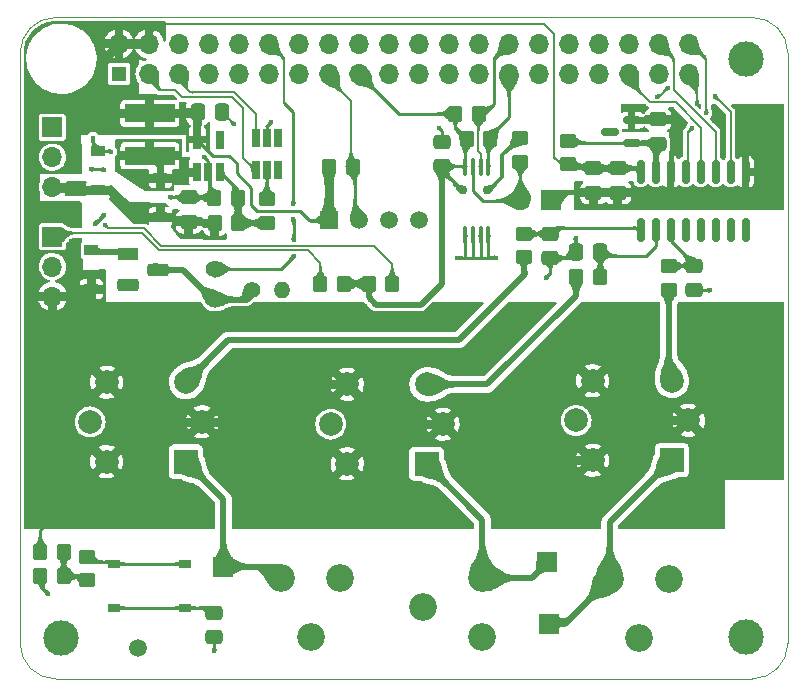
<source format=gbr>
%TF.GenerationSoftware,KiCad,Pcbnew,(6.0.4)*%
%TF.CreationDate,2022-07-22T13:04:17+03:00*%
%TF.ProjectId,shiled_v2,7368696c-6564-45f7-9632-2e6b69636164,rev?*%
%TF.SameCoordinates,Original*%
%TF.FileFunction,Copper,L1,Top*%
%TF.FilePolarity,Positive*%
%FSLAX46Y46*%
G04 Gerber Fmt 4.6, Leading zero omitted, Abs format (unit mm)*
G04 Created by KiCad (PCBNEW (6.0.4)) date 2022-07-22 13:04:17*
%MOMM*%
%LPD*%
G01*
G04 APERTURE LIST*
G04 Aperture macros list*
%AMRoundRect*
0 Rectangle with rounded corners*
0 $1 Rounding radius*
0 $2 $3 $4 $5 $6 $7 $8 $9 X,Y pos of 4 corners*
0 Add a 4 corners polygon primitive as box body*
4,1,4,$2,$3,$4,$5,$6,$7,$8,$9,$2,$3,0*
0 Add four circle primitives for the rounded corners*
1,1,$1+$1,$2,$3*
1,1,$1+$1,$4,$5*
1,1,$1+$1,$6,$7*
1,1,$1+$1,$8,$9*
0 Add four rect primitives between the rounded corners*
20,1,$1+$1,$2,$3,$4,$5,0*
20,1,$1+$1,$4,$5,$6,$7,0*
20,1,$1+$1,$6,$7,$8,$9,0*
20,1,$1+$1,$8,$9,$2,$3,0*%
G04 Aperture macros list end*
%TA.AperFunction,Profile*%
%ADD10C,0.100000*%
%TD*%
%TA.AperFunction,SMDPad,CuDef*%
%ADD11R,1.000000X0.700000*%
%TD*%
%TA.AperFunction,SMDPad,CuDef*%
%ADD12RoundRect,0.250000X-0.350000X-0.450000X0.350000X-0.450000X0.350000X0.450000X-0.350000X0.450000X0*%
%TD*%
%TA.AperFunction,SMDPad,CuDef*%
%ADD13RoundRect,0.250000X0.350000X0.450000X-0.350000X0.450000X-0.350000X-0.450000X0.350000X-0.450000X0*%
%TD*%
%TA.AperFunction,SMDPad,CuDef*%
%ADD14R,1.200000X0.900000*%
%TD*%
%TA.AperFunction,ComponentPad*%
%ADD15C,1.400000*%
%TD*%
%TA.AperFunction,ComponentPad*%
%ADD16O,1.400000X1.400000*%
%TD*%
%TA.AperFunction,SMDPad,CuDef*%
%ADD17RoundRect,0.250000X0.450000X-0.350000X0.450000X0.350000X-0.450000X0.350000X-0.450000X-0.350000X0*%
%TD*%
%TA.AperFunction,SMDPad,CuDef*%
%ADD18R,0.650000X1.560000*%
%TD*%
%TA.AperFunction,SMDPad,CuDef*%
%ADD19R,4.200000X1.500000*%
%TD*%
%TA.AperFunction,ComponentPad*%
%ADD20R,1.700000X1.700000*%
%TD*%
%TA.AperFunction,ComponentPad*%
%ADD21O,1.700000X1.700000*%
%TD*%
%TA.AperFunction,SMDPad,CuDef*%
%ADD22RoundRect,0.250000X-0.475000X0.337500X-0.475000X-0.337500X0.475000X-0.337500X0.475000X0.337500X0*%
%TD*%
%TA.AperFunction,SMDPad,CuDef*%
%ADD23RoundRect,0.250000X0.337500X0.475000X-0.337500X0.475000X-0.337500X-0.475000X0.337500X-0.475000X0*%
%TD*%
%TA.AperFunction,SMDPad,CuDef*%
%ADD24RoundRect,0.250000X0.475000X-0.337500X0.475000X0.337500X-0.475000X0.337500X-0.475000X-0.337500X0*%
%TD*%
%TA.AperFunction,WasherPad*%
%ADD25C,3.000000*%
%TD*%
%TA.AperFunction,ComponentPad*%
%ADD26R,2.000000X2.000000*%
%TD*%
%TA.AperFunction,ComponentPad*%
%ADD27C,2.000000*%
%TD*%
%TA.AperFunction,SMDPad,CuDef*%
%ADD28RoundRect,0.250000X-0.450000X0.350000X-0.450000X-0.350000X0.450000X-0.350000X0.450000X0.350000X0*%
%TD*%
%TA.AperFunction,ComponentPad*%
%ADD29R,1.800000X1.100000*%
%TD*%
%TA.AperFunction,ComponentPad*%
%ADD30RoundRect,0.275000X-0.625000X0.275000X-0.625000X-0.275000X0.625000X-0.275000X0.625000X0.275000X0*%
%TD*%
%TA.AperFunction,ComponentPad*%
%ADD31C,2.340000*%
%TD*%
%TA.AperFunction,SMDPad,CuDef*%
%ADD32RoundRect,0.150000X0.587500X0.150000X-0.587500X0.150000X-0.587500X-0.150000X0.587500X-0.150000X0*%
%TD*%
%TA.AperFunction,SMDPad,CuDef*%
%ADD33RoundRect,0.100000X0.100000X-0.637500X0.100000X0.637500X-0.100000X0.637500X-0.100000X-0.637500X0*%
%TD*%
%TA.AperFunction,SMDPad,CuDef*%
%ADD34RoundRect,0.150000X0.150000X-0.825000X0.150000X0.825000X-0.150000X0.825000X-0.150000X-0.825000X0*%
%TD*%
%TA.AperFunction,ComponentPad*%
%ADD35R,1.500000X1.500000*%
%TD*%
%TA.AperFunction,ComponentPad*%
%ADD36C,1.500000*%
%TD*%
%TA.AperFunction,SMDPad,CuDef*%
%ADD37C,1.500000*%
%TD*%
%TA.AperFunction,ComponentPad*%
%ADD38R,1.300000X1.300000*%
%TD*%
%TA.AperFunction,ViaPad*%
%ADD39C,0.400000*%
%TD*%
%TA.AperFunction,ViaPad*%
%ADD40C,0.750000*%
%TD*%
%TA.AperFunction,Conductor*%
%ADD41C,0.250000*%
%TD*%
%TA.AperFunction,Conductor*%
%ADD42C,0.200000*%
%TD*%
%TA.AperFunction,Conductor*%
%ADD43C,0.150000*%
%TD*%
%TA.AperFunction,Conductor*%
%ADD44C,0.500000*%
%TD*%
%TA.AperFunction,Conductor*%
%ADD45C,0.600000*%
%TD*%
%TA.AperFunction,Conductor*%
%ADD46C,0.750000*%
%TD*%
%TA.AperFunction,Conductor*%
%ADD47C,0.400000*%
%TD*%
%TA.AperFunction,Conductor*%
%ADD48C,0.300000*%
%TD*%
G04 APERTURE END LIST*
D10*
X143546356Y-113817611D02*
X143546356Y-63817611D01*
X78546356Y-63817611D02*
X78546356Y-113817611D01*
X140546356Y-116817611D02*
G75*
G03*
X143546356Y-113817611I37J2999963D01*
G01*
X140546356Y-60817611D02*
X81546356Y-60817611D01*
X81546356Y-116817611D02*
X140546356Y-116817611D01*
X143546389Y-63817611D02*
G75*
G03*
X140546356Y-60817611I-2999989J11D01*
G01*
X81546356Y-60817556D02*
G75*
G03*
X78546356Y-63817611I44J-3000044D01*
G01*
X78546389Y-113817611D02*
G75*
G03*
X81546356Y-116817611I3000011J11D01*
G01*
D11*
X86535000Y-107090600D03*
X92535000Y-107090600D03*
X86535000Y-110790600D03*
X92535000Y-110790600D03*
D12*
X80254600Y-108127800D03*
X82254600Y-108127800D03*
D13*
X82254600Y-106045000D03*
X80254600Y-106045000D03*
D14*
X85140800Y-75437000D03*
X85140800Y-72137000D03*
D15*
X98170200Y-83896200D03*
D16*
X100710200Y-83896200D03*
D15*
X94945200Y-82143600D03*
D16*
X94945200Y-84683600D03*
D17*
X84226400Y-108467400D03*
X84226400Y-106467400D03*
D18*
X100391000Y-73740000D03*
X99441000Y-73740000D03*
X98491000Y-73740000D03*
X98491000Y-71040000D03*
X99441000Y-71040000D03*
X100391000Y-71040000D03*
X93538000Y-73867000D03*
X94488000Y-73867000D03*
X95438000Y-73867000D03*
X95438000Y-71167000D03*
X93538000Y-71167000D03*
D12*
X110051600Y-83362800D03*
X108051600Y-83362800D03*
X103962600Y-83359400D03*
X105962600Y-83359400D03*
D17*
X99441000Y-78216000D03*
X99441000Y-76216000D03*
D13*
X96996000Y-76073000D03*
X94996000Y-76073000D03*
D12*
X95028000Y-78232000D03*
X97028000Y-78232000D03*
D19*
X89535000Y-68939000D03*
X89535000Y-72539000D03*
D20*
X81280000Y-70104000D03*
D21*
X81280000Y-72644000D03*
X81280000Y-75184000D03*
D20*
X81280000Y-79375000D03*
D21*
X81280000Y-81915000D03*
X81280000Y-84455000D03*
D14*
X90424000Y-77723000D03*
X90424000Y-74423000D03*
X84582000Y-83819000D03*
X84582000Y-80519000D03*
D22*
X92837000Y-76051500D03*
X92837000Y-78126500D03*
D23*
X95652500Y-68834000D03*
X93577500Y-68834000D03*
D24*
X94996000Y-113305500D03*
X94996000Y-111230500D03*
D25*
X140040000Y-64330000D03*
X82040000Y-113320000D03*
X140030000Y-113310000D03*
D20*
X123520200Y-76276200D03*
D21*
X120980200Y-76276200D03*
D26*
X92583000Y-98425000D03*
D27*
X93973000Y-95065000D03*
X92583000Y-91705000D03*
X85863000Y-91705000D03*
X84473000Y-95065000D03*
X85863000Y-98425000D03*
D22*
X132562600Y-69447500D03*
X132562600Y-71522500D03*
D24*
X127076200Y-75662700D03*
X127076200Y-73587700D03*
D28*
X133502400Y-81880200D03*
X133502400Y-83880200D03*
D29*
X87687200Y-80854000D03*
D30*
X90238200Y-82169000D03*
X87687200Y-83504000D03*
D28*
X120904000Y-71025000D03*
X120904000Y-73025000D03*
D31*
X117689000Y-108269000D03*
X112689000Y-110769000D03*
X117689000Y-113269000D03*
D20*
X95758000Y-107315000D03*
D24*
X135636000Y-83917700D03*
X135636000Y-81842700D03*
D32*
X130325100Y-71435000D03*
X130325100Y-69535000D03*
X128450100Y-70485000D03*
D26*
X133731000Y-98298000D03*
D27*
X135121000Y-94938000D03*
X133731000Y-91578000D03*
X127011000Y-91578000D03*
X125621000Y-94938000D03*
X127011000Y-98298000D03*
D12*
X116341400Y-71094600D03*
X118341400Y-71094600D03*
X104689400Y-73507600D03*
X106689400Y-73507600D03*
D22*
X123422900Y-79124900D03*
X123422900Y-81199900D03*
D28*
X121213100Y-79140900D03*
X121213100Y-81140900D03*
D24*
X129159000Y-75662700D03*
X129159000Y-73587700D03*
D20*
X123317000Y-112141000D03*
D26*
X112961000Y-98610000D03*
D27*
X114351000Y-95250000D03*
X112961000Y-91890000D03*
X106241000Y-91890000D03*
X104851000Y-95250000D03*
X106241000Y-98610000D03*
D23*
X127656500Y-80721200D03*
X125581500Y-80721200D03*
D13*
X127631100Y-82804000D03*
X125631100Y-82804000D03*
D22*
X114233200Y-71352500D03*
X114233200Y-73427500D03*
D33*
X116239400Y-79240300D03*
X116889400Y-79240300D03*
X117539400Y-79240300D03*
X118189400Y-79240300D03*
X118189400Y-73515300D03*
X117539400Y-73515300D03*
X116889400Y-73515300D03*
X116239400Y-73515300D03*
D31*
X128462000Y-108371000D03*
X130962000Y-113371000D03*
X133462000Y-108371000D03*
D20*
X123190000Y-106934000D03*
D34*
X131089400Y-78852800D03*
X132359400Y-78852800D03*
X133629400Y-78852800D03*
X134899400Y-78852800D03*
X136169400Y-78852800D03*
X137439400Y-78852800D03*
X138709400Y-78852800D03*
X139979400Y-78852800D03*
X139979400Y-73902800D03*
X138709400Y-73902800D03*
X137439400Y-73902800D03*
X136169400Y-73902800D03*
X134899400Y-73902800D03*
X133629400Y-73902800D03*
X132359400Y-73902800D03*
X131089400Y-73902800D03*
D31*
X100649000Y-108244000D03*
X103149000Y-113244000D03*
X105649000Y-108244000D03*
D12*
X115366800Y-68961000D03*
X117366800Y-68961000D03*
D28*
X124968000Y-71263000D03*
X124968000Y-73263000D03*
D35*
X104687600Y-77981600D03*
D36*
X107227600Y-77981600D03*
X109767600Y-77981600D03*
X112307600Y-77981600D03*
D37*
X88519000Y-114173000D03*
D38*
X86920000Y-65590000D03*
D21*
X86920000Y-63050000D03*
X89460000Y-65590000D03*
X89460000Y-63050000D03*
X92000000Y-65590000D03*
X92000000Y-63050000D03*
X94540000Y-65590000D03*
X94540000Y-63050000D03*
X97080000Y-65590000D03*
X97080000Y-63050000D03*
X99620000Y-65590000D03*
X99620000Y-63050000D03*
X102160000Y-65590000D03*
X102160000Y-63050000D03*
X104700000Y-65590000D03*
X104700000Y-63050000D03*
X107240000Y-65590000D03*
X107240000Y-63050000D03*
X109780000Y-65590000D03*
X109780000Y-63050000D03*
X112320000Y-65590000D03*
X112320000Y-63050000D03*
X114860000Y-65590000D03*
X114860000Y-63050000D03*
X117400000Y-65590000D03*
X117400000Y-63050000D03*
X119940000Y-65590000D03*
X119940000Y-63050000D03*
X122480000Y-65590000D03*
X122480000Y-63050000D03*
X125020000Y-65590000D03*
X125020000Y-63050000D03*
X127560000Y-65590000D03*
X127560000Y-63050000D03*
X130100000Y-65590000D03*
X130100000Y-63050000D03*
X132640000Y-65590000D03*
X132640000Y-63050000D03*
X135180000Y-65590000D03*
X135180000Y-63050000D03*
D39*
X133383900Y-66776546D03*
X132435600Y-67521700D03*
X82854800Y-76809600D03*
X82854800Y-73787000D03*
X82829400Y-79781400D03*
X82778600Y-78409800D03*
X83489800Y-73761600D03*
X83439000Y-76784200D03*
X83388200Y-79756000D03*
X83413600Y-78409800D03*
X101676200Y-76606400D03*
X101676200Y-77876400D03*
X101701600Y-79644380D03*
X101701600Y-81042900D03*
X85623400Y-77520800D03*
X84870403Y-78273797D03*
X85648800Y-73710800D03*
X84556600Y-73685400D03*
X86233000Y-72186800D03*
X84709000Y-70993000D03*
X85725000Y-78435200D03*
X133781800Y-69469000D03*
D40*
X118059200Y-75463400D03*
X116027200Y-75463400D03*
D39*
X139979400Y-75311000D03*
X96647000Y-69875400D03*
X80899000Y-109601000D03*
X113969800Y-70154800D03*
X136982200Y-83921600D03*
X94996000Y-114452400D03*
X115570000Y-81203800D03*
X118795800Y-81153000D03*
X125577600Y-79476600D03*
X123037600Y-82880200D03*
X133604000Y-75361800D03*
X127076200Y-76758800D03*
X129159000Y-76784200D03*
X133985000Y-72364600D03*
X139979400Y-72186800D03*
X135864600Y-68122800D03*
X137376100Y-67513200D03*
X130327400Y-68503800D03*
X137261600Y-69596000D03*
X135458200Y-70154800D03*
X136652000Y-68935600D03*
X94132400Y-72618600D03*
X91236800Y-76047600D03*
X99771200Y-69697600D03*
D41*
X133629400Y-79730600D02*
X133629400Y-78852800D01*
X135636000Y-81737200D02*
X133629400Y-79730600D01*
X135636000Y-81842700D02*
X135636000Y-81737200D01*
D42*
X135051800Y-70561200D02*
X135051800Y-73750400D01*
X135458200Y-70154800D02*
X135051800Y-70561200D01*
X135051800Y-73750400D02*
X134899400Y-73902800D01*
X136194800Y-73877400D02*
X136169400Y-73902800D01*
X134035800Y-68021200D02*
X136194800Y-70180200D01*
X131902200Y-68021200D02*
X134035800Y-68021200D01*
X130100000Y-66219000D02*
X131902200Y-68021200D01*
X130100000Y-65590000D02*
X130100000Y-66219000D01*
X136194800Y-70180200D02*
X136194800Y-73877400D01*
X133883400Y-66948194D02*
X137439400Y-70504194D01*
X137439400Y-70504194D02*
X137439400Y-73902800D01*
X133883400Y-64293400D02*
X133883400Y-66948194D01*
X132640000Y-63050000D02*
X133883400Y-64293400D01*
X132638746Y-67521700D02*
X133383900Y-66776546D01*
X132435600Y-67521700D02*
X132638746Y-67521700D01*
D43*
X133760300Y-69447500D02*
X132562600Y-69447500D01*
X133781800Y-69469000D02*
X133760300Y-69447500D01*
D42*
X135180000Y-66422200D02*
X135180000Y-65590000D01*
X135864600Y-67106800D02*
X135180000Y-66422200D01*
X135864600Y-68122800D02*
X135864600Y-67106800D01*
D41*
X125577600Y-79476600D02*
X125581500Y-79480500D01*
X125581500Y-79480500D02*
X125581500Y-80721200D01*
X130849600Y-78613000D02*
X131089400Y-78852800D01*
X123934800Y-78613000D02*
X130849600Y-78613000D01*
X123422900Y-79124900D02*
X123934800Y-78613000D01*
D42*
X138709400Y-68846500D02*
X138709400Y-73902800D01*
X137376100Y-67513200D02*
X138709400Y-68846500D01*
X130325100Y-68506100D02*
X130325100Y-69535000D01*
X130327400Y-68503800D02*
X130325100Y-68506100D01*
X133629400Y-72720200D02*
X133629400Y-73902800D01*
X133985000Y-72364600D02*
X133629400Y-72720200D01*
D44*
X88314800Y-77723000D02*
X86028800Y-75437000D01*
X86028800Y-75437000D02*
X85140800Y-75437000D01*
X90424000Y-77723000D02*
X88314800Y-77723000D01*
D41*
X93237000Y-74168000D02*
X93538000Y-73867000D01*
X90424000Y-74423000D02*
X90679000Y-74168000D01*
X90679000Y-74168000D02*
X93237000Y-74168000D01*
D45*
X90424000Y-73428000D02*
X89535000Y-72539000D01*
X90424000Y-74423000D02*
X90424000Y-73428000D01*
D41*
X94615000Y-75692000D02*
X94996000Y-76073000D01*
X94615000Y-73994000D02*
X94615000Y-75692000D01*
X94488000Y-73867000D02*
X94615000Y-73994000D01*
X94974500Y-76051500D02*
X94996000Y-76073000D01*
X92837000Y-76051500D02*
X94974500Y-76051500D01*
X92833100Y-76047600D02*
X92837000Y-76051500D01*
X91236800Y-76047600D02*
X92833100Y-76047600D01*
X85623400Y-73685400D02*
X85648800Y-73710800D01*
X84556600Y-73685400D02*
X85623400Y-73685400D01*
X84709000Y-71705200D02*
X84709000Y-70993000D01*
X85140800Y-72137000D02*
X84709000Y-71705200D01*
X85140800Y-72137000D02*
X86183200Y-72137000D01*
D44*
X85140800Y-75437000D02*
X81533000Y-75437000D01*
D41*
X86183200Y-72137000D02*
X86233000Y-72186800D01*
D44*
X81533000Y-75437000D02*
X81280000Y-75184000D01*
D41*
X85623400Y-77520800D02*
X84870403Y-78273797D01*
D42*
X110051600Y-81705200D02*
X110051600Y-83362800D01*
X108490280Y-80143880D02*
X110051600Y-81705200D01*
X90487886Y-80143880D02*
X108490280Y-80143880D01*
X89014687Y-78670681D02*
X90487886Y-80143880D01*
X85960481Y-78670681D02*
X89014687Y-78670681D01*
X85725000Y-78435200D02*
X85960481Y-78670681D01*
D46*
X85389521Y-64580479D02*
X86920000Y-63050000D01*
X85394800Y-67306400D02*
X85389521Y-67301121D01*
D41*
X80162400Y-84455000D02*
X81280000Y-84455000D01*
X79222600Y-83515200D02*
X80162400Y-84455000D01*
X85394800Y-67306400D02*
X85086400Y-67614800D01*
X80391000Y-67614800D02*
X79222600Y-68783200D01*
D46*
X85394800Y-68224400D02*
X86109400Y-68939000D01*
X85389521Y-67301121D02*
X85389521Y-64580479D01*
D41*
X79222600Y-68783200D02*
X79222600Y-83515200D01*
D46*
X85394800Y-67306400D02*
X85394800Y-68224400D01*
X86109400Y-68939000D02*
X89535000Y-68939000D01*
D41*
X85086400Y-67614800D02*
X80391000Y-67614800D01*
D42*
X91681300Y-66967100D02*
X92278200Y-67564000D01*
X90284300Y-66967100D02*
X91681300Y-66967100D01*
X92278200Y-67564000D02*
X96494600Y-67564000D01*
X89460000Y-66142800D02*
X90284300Y-66967100D01*
D44*
X97713800Y-84709000D02*
X98221800Y-84201000D01*
X94970600Y-84709000D02*
X97713800Y-84709000D01*
X94945200Y-84683600D02*
X94970600Y-84709000D01*
X133451600Y-91298600D02*
X133451600Y-83931000D01*
X133731000Y-91578000D02*
X133451600Y-91298600D01*
X133451600Y-83931000D02*
X133502400Y-83880200D01*
X108686600Y-85140800D02*
X108051600Y-84505800D01*
X108051600Y-84505800D02*
X108051600Y-83362800D01*
X112445800Y-85140800D02*
X108686600Y-85140800D01*
X114233200Y-73427500D02*
X114233200Y-83353400D01*
X114233200Y-83353400D02*
X112445800Y-85140800D01*
D41*
X100600900Y-82143600D02*
X94945200Y-82143600D01*
X101701600Y-81042900D02*
X100600900Y-82143600D01*
D44*
X84758800Y-80695800D02*
X87942800Y-80695800D01*
X84582000Y-80519000D02*
X84758800Y-80695800D01*
X94818200Y-84683600D02*
X94945200Y-84683600D01*
X92303600Y-82169000D02*
X94818200Y-84683600D01*
X89838200Y-82169000D02*
X92303600Y-82169000D01*
D42*
X102920800Y-80543400D02*
X103962600Y-81585200D01*
X90322400Y-80543400D02*
X102920800Y-80543400D01*
X103962600Y-81585200D02*
X103962600Y-83359400D01*
X88849200Y-79070200D02*
X90322400Y-80543400D01*
X81584800Y-79070200D02*
X88849200Y-79070200D01*
X81280000Y-79375000D02*
X81584800Y-79070200D01*
D44*
X90552000Y-77851000D02*
X90424000Y-77723000D01*
X92837000Y-78126500D02*
X92561500Y-77851000D01*
X92561500Y-77851000D02*
X90552000Y-77851000D01*
D41*
X136982200Y-83921600D02*
X136978300Y-83917700D01*
X136978300Y-83917700D02*
X135636000Y-83917700D01*
X133539900Y-81842700D02*
X135636000Y-81842700D01*
X133502400Y-81880200D02*
X133539900Y-81842700D01*
D42*
X100888800Y-64318800D02*
X99620000Y-63050000D01*
X100888800Y-68046600D02*
X100888800Y-64318800D01*
D41*
X101676200Y-68834000D02*
X100888800Y-68046600D01*
X101676200Y-76606400D02*
X101676200Y-68834000D01*
X101701600Y-77901800D02*
X101676200Y-77876400D01*
X101701600Y-79644380D02*
X101701600Y-77901800D01*
X125102800Y-81199900D02*
X125581500Y-80721200D01*
X123422900Y-81199900D02*
X125102800Y-81199900D01*
X123422900Y-82494900D02*
X123037600Y-82880200D01*
X123422900Y-81199900D02*
X123422900Y-82494900D01*
X123406900Y-79140900D02*
X123422900Y-79124900D01*
X121213100Y-79140900D02*
X123406900Y-79140900D01*
X94996000Y-114452400D02*
X94996000Y-113305500D01*
X84667600Y-106908600D02*
X86353000Y-106908600D01*
X84226400Y-106467400D02*
X84667600Y-106908600D01*
X86353000Y-106908600D02*
X86535000Y-107090600D01*
D46*
X83971400Y-84429600D02*
X84582000Y-83819000D01*
X81305400Y-84429600D02*
X83971400Y-84429600D01*
X81280000Y-84455000D02*
X81305400Y-84429600D01*
X85863000Y-91679600D02*
X81280000Y-87096600D01*
X85863000Y-91705000D02*
X85863000Y-91679600D01*
X81280000Y-87096600D02*
X81280000Y-84455000D01*
D41*
X106883200Y-73701400D02*
X106689400Y-73507600D01*
X106883200Y-77637200D02*
X106883200Y-73701400D01*
X107227600Y-77981600D02*
X106883200Y-77637200D01*
D42*
X106553000Y-67894200D02*
X104700000Y-66041200D01*
X106689400Y-73507600D02*
X106553000Y-73371200D01*
X104700000Y-66041200D02*
X104700000Y-65590000D01*
D46*
X104687600Y-73509400D02*
X104687600Y-77981600D01*
X104689400Y-73507600D02*
X104687600Y-73509400D01*
D42*
X106553000Y-73371200D02*
X106553000Y-67894200D01*
X98491000Y-68976200D02*
X96679280Y-67164480D01*
X92970880Y-67164480D02*
X92000000Y-66193600D01*
X98491000Y-71040000D02*
X98491000Y-68976200D01*
X96679280Y-67164480D02*
X92970880Y-67164480D01*
X92000000Y-66193600D02*
X92000000Y-65590000D01*
X97434400Y-72683400D02*
X98491000Y-73740000D01*
X97434400Y-68503800D02*
X97434400Y-72683400D01*
X96494600Y-67564000D02*
X97434400Y-68503800D01*
X89460000Y-65590000D02*
X89460000Y-66142800D01*
X96647000Y-69828500D02*
X95652500Y-68834000D01*
X96647000Y-69875400D02*
X96647000Y-69828500D01*
D47*
X127054700Y-75641200D02*
X124155200Y-75641200D01*
X124155200Y-75641200D02*
X123520200Y-76276200D01*
X127076200Y-75662700D02*
X127054700Y-75641200D01*
X129159000Y-76784200D02*
X129159000Y-75662700D01*
X127076200Y-76758800D02*
X127076200Y-75662700D01*
X124968000Y-73263000D02*
X125161800Y-73456800D01*
X125161800Y-73456800D02*
X126945300Y-73456800D01*
X126945300Y-73456800D02*
X127076200Y-73587700D01*
D42*
X133629400Y-75336400D02*
X133629400Y-73902800D01*
X133604000Y-75361800D02*
X133629400Y-75336400D01*
X139979400Y-73902800D02*
X139979400Y-75311000D01*
X117348000Y-68979800D02*
X117366800Y-68961000D01*
X117348000Y-72161400D02*
X117348000Y-68979800D01*
X117539400Y-72352800D02*
X117348000Y-72161400D01*
X117539400Y-73515300D02*
X117539400Y-72352800D01*
D48*
X120846600Y-71025000D02*
X120904000Y-71025000D01*
X119380000Y-74345800D02*
X119380000Y-72491600D01*
X118262400Y-75463400D02*
X119380000Y-74345800D01*
X119380000Y-72491600D02*
X120846600Y-71025000D01*
X118059200Y-75463400D02*
X118262400Y-75463400D01*
X114233200Y-73771000D02*
X114233200Y-73427500D01*
X116027200Y-75463400D02*
X115925600Y-75463400D01*
X115925600Y-75463400D02*
X114233200Y-73771000D01*
D44*
X105962600Y-83359400D02*
X108048200Y-83359400D01*
X108048200Y-83359400D02*
X108051600Y-83362800D01*
D42*
X123748800Y-72669400D02*
X124342400Y-73263000D01*
X124342400Y-73263000D02*
X124968000Y-73263000D01*
X89460000Y-62330400D02*
X90398600Y-61391800D01*
X90398600Y-61391800D02*
X122936000Y-61391800D01*
X123748800Y-62204600D02*
X123748800Y-72669400D01*
X89460000Y-63050000D02*
X89460000Y-62330400D01*
X122936000Y-61391800D02*
X123748800Y-62204600D01*
D41*
X99441000Y-70027800D02*
X99441000Y-71040000D01*
X99771200Y-69697600D02*
X99441000Y-70027800D01*
X109534500Y-67884500D02*
X110611000Y-68961000D01*
X107240000Y-65590000D02*
X109534500Y-67884500D01*
X103000600Y-77981600D02*
X104687600Y-77981600D01*
X102235000Y-77216000D02*
X103000600Y-77981600D01*
X98628200Y-77216000D02*
X102235000Y-77216000D01*
X98120200Y-75260200D02*
X98120200Y-76708000D01*
X96875600Y-73177400D02*
X96875600Y-74015600D01*
X94894400Y-72517000D02*
X96215200Y-72517000D01*
X93544400Y-71167000D02*
X94894400Y-72517000D01*
X96215200Y-72517000D02*
X96875600Y-73177400D01*
X93538000Y-71167000D02*
X93544400Y-71167000D01*
X96875600Y-74015600D02*
X98120200Y-75260200D01*
X98120200Y-76708000D02*
X98628200Y-77216000D01*
D42*
X135262200Y-63050000D02*
X135180000Y-63050000D01*
X136626600Y-64414400D02*
X135262200Y-63050000D01*
X136626600Y-68910200D02*
X136626600Y-64414400D01*
X136652000Y-68935600D02*
X136626600Y-68910200D01*
D41*
X85863000Y-98566400D02*
X85863000Y-98425000D01*
X80254600Y-104174800D02*
X85863000Y-98566400D01*
X80254600Y-106045000D02*
X80254600Y-104174800D01*
X80254600Y-108956600D02*
X80899000Y-109601000D01*
X80254600Y-108127800D02*
X80254600Y-108956600D01*
X83886800Y-108127800D02*
X84226400Y-108467400D01*
X82254600Y-108127800D02*
X83886800Y-108127800D01*
X82254600Y-106045000D02*
X82254600Y-108127800D01*
X92535000Y-110790600D02*
X94556100Y-110790600D01*
X94556100Y-110790600D02*
X94996000Y-111230500D01*
X86535000Y-110790600D02*
X92535000Y-110790600D01*
X92535000Y-107090600D02*
X86535000Y-107090600D01*
X110611000Y-68961000D02*
X115366800Y-68961000D01*
X114233200Y-70418200D02*
X113969800Y-70154800D01*
X114233200Y-71352500D02*
X114233200Y-70418200D01*
D44*
X125631100Y-84376100D02*
X125631100Y-82804000D01*
X118117200Y-91890000D02*
X125631100Y-84376100D01*
X112961000Y-91890000D02*
X118117200Y-91890000D01*
X121213100Y-82596500D02*
X121213100Y-81140900D01*
X96150000Y-88138000D02*
X115671600Y-88138000D01*
X92583000Y-91705000D02*
X96150000Y-88138000D01*
X115671600Y-88138000D02*
X121213100Y-82596500D01*
D41*
X132359400Y-80213200D02*
X132359400Y-78852800D01*
X131572000Y-81000600D02*
X132359400Y-80213200D01*
X127935900Y-81000600D02*
X131572000Y-81000600D01*
X127656500Y-80721200D02*
X127935900Y-81000600D01*
X127656500Y-82778600D02*
X127631100Y-82804000D01*
X127656500Y-80721200D02*
X127656500Y-82778600D01*
X94488000Y-72974200D02*
X94132400Y-72618600D01*
X94488000Y-73867000D02*
X94488000Y-72974200D01*
D46*
X117399000Y-98298000D02*
X127011000Y-98298000D01*
X114351000Y-95250000D02*
X117399000Y-98298000D01*
D41*
X115595400Y-81178400D02*
X115570000Y-81203800D01*
X116230400Y-81178400D02*
X115595400Y-81178400D01*
X118773600Y-81175200D02*
X118795800Y-81153000D01*
X118189400Y-81175200D02*
X118773600Y-81175200D01*
X117539400Y-81141200D02*
X117576600Y-81178400D01*
X117539400Y-79240300D02*
X117539400Y-81141200D01*
X118186200Y-81178400D02*
X117576600Y-81178400D01*
X117576600Y-81178400D02*
X116890800Y-81178400D01*
X116889400Y-79240300D02*
X116889400Y-81177000D01*
X116890800Y-81178400D02*
X116230400Y-81178400D01*
X116889400Y-81177000D02*
X116890800Y-81178400D01*
X116230400Y-81178400D02*
X116230400Y-79249300D01*
X118189400Y-81175200D02*
X118186200Y-81178400D01*
X118189400Y-79240300D02*
X118189400Y-81175200D01*
X116230400Y-79249300D02*
X116239400Y-79240300D01*
D47*
X127076200Y-75662700D02*
X129159000Y-75662700D01*
D41*
X130314900Y-71424800D02*
X130325100Y-71435000D01*
X125129800Y-71424800D02*
X130314900Y-71424800D01*
X124968000Y-71263000D02*
X125129800Y-71424800D01*
D47*
X132359400Y-71725700D02*
X132562600Y-71522500D01*
X132359400Y-73902800D02*
X132359400Y-71725700D01*
X130325100Y-71435000D02*
X132475100Y-71435000D01*
X132475100Y-71435000D02*
X132562600Y-71522500D01*
X130774300Y-73587700D02*
X131089400Y-73902800D01*
X129159000Y-73587700D02*
X130774300Y-73587700D01*
X127076200Y-73587700D02*
X129159000Y-73587700D01*
D42*
X139979400Y-73902800D02*
X139979400Y-72186800D01*
X132475100Y-69535000D02*
X132562600Y-69447500D01*
X130325100Y-69535000D02*
X132475100Y-69535000D01*
D41*
X118341400Y-70839200D02*
X119940000Y-69240600D01*
X118341400Y-71094600D02*
X118341400Y-70839200D01*
X119940000Y-69240600D02*
X119940000Y-65590000D01*
X117830600Y-68961000D02*
X117366800Y-68961000D01*
X118668800Y-68122800D02*
X117830600Y-68961000D01*
X119940000Y-63050000D02*
X118668800Y-64321200D01*
X118668800Y-64321200D02*
X118668800Y-68122800D01*
X117729000Y-76327000D02*
X120904000Y-76327000D01*
X116889400Y-75487400D02*
X117729000Y-76327000D01*
X116889400Y-73515300D02*
X116889400Y-75487400D01*
X120904000Y-76327000D02*
X120904000Y-73025000D01*
X118189400Y-73515300D02*
X118189400Y-71246600D01*
X118189400Y-71246600D02*
X118341400Y-71094600D01*
X116239400Y-71196600D02*
X116341400Y-71094600D01*
X116239400Y-73515300D02*
X116239400Y-71196600D01*
X116151600Y-73427500D02*
X116239400Y-73515300D01*
X114233200Y-73427500D02*
X116151600Y-73427500D01*
X115366800Y-70120000D02*
X116341400Y-71094600D01*
X115366800Y-68961000D02*
X115366800Y-70120000D01*
D44*
X95758000Y-101600000D02*
X92583000Y-98425000D01*
X95758000Y-107315000D02*
X95758000Y-101600000D01*
X99720000Y-107315000D02*
X100649000Y-108244000D01*
X95758000Y-107315000D02*
X99720000Y-107315000D01*
X117689000Y-103338000D02*
X112961000Y-98610000D01*
X117689000Y-108269000D02*
X117689000Y-103338000D01*
X128462000Y-103567000D02*
X133731000Y-98298000D01*
X128462000Y-108371000D02*
X128462000Y-103567000D01*
X124692000Y-112141000D02*
X123317000Y-112141000D01*
X128462000Y-108371000D02*
X124692000Y-112141000D01*
X121855000Y-108269000D02*
X123190000Y-106934000D01*
X117689000Y-108269000D02*
X121855000Y-108269000D01*
D46*
X135121000Y-94938000D02*
X129355000Y-94938000D01*
X129355000Y-94938000D02*
X129286000Y-94869000D01*
X129286000Y-94869000D02*
X129286000Y-96023000D01*
X129286000Y-93853000D02*
X129286000Y-94869000D01*
X129286000Y-96023000D02*
X127011000Y-98298000D01*
X127011000Y-91578000D02*
X129286000Y-93853000D01*
X114351000Y-95250000D02*
X108077000Y-95250000D01*
X108077000Y-93726000D02*
X108077000Y-95250000D01*
X108077000Y-95250000D02*
X108077000Y-96774000D01*
X108077000Y-96774000D02*
X106241000Y-98610000D01*
X106241000Y-91890000D02*
X108077000Y-93726000D01*
X103055000Y-91890000D02*
X106241000Y-91890000D01*
X93973000Y-95065000D02*
X99880000Y-95065000D01*
X99880000Y-95065000D02*
X103055000Y-91890000D01*
X87699000Y-95065000D02*
X87630000Y-94996000D01*
X87630000Y-94996000D02*
X87630000Y-96658000D01*
X93973000Y-95065000D02*
X87699000Y-95065000D01*
X87630000Y-93472000D02*
X87630000Y-94996000D01*
X87630000Y-96658000D02*
X85863000Y-98425000D01*
X85863000Y-91705000D02*
X87630000Y-93472000D01*
D44*
X97028000Y-78232000D02*
X99425000Y-78232000D01*
X99425000Y-78232000D02*
X99441000Y-78216000D01*
X96996000Y-78200000D02*
X97028000Y-78232000D01*
X96996000Y-76073000D02*
X96996000Y-78200000D01*
X92837000Y-78126500D02*
X94922500Y-78126500D01*
X94922500Y-78126500D02*
X95028000Y-78232000D01*
D41*
X96996000Y-75425000D02*
X95438000Y-73867000D01*
X96996000Y-76073000D02*
X96996000Y-75425000D01*
X99441000Y-76216000D02*
X99441000Y-73740000D01*
D44*
X93538000Y-68873500D02*
X93538000Y-71167000D01*
D46*
X93577500Y-68834000D02*
X93538000Y-68873500D01*
X89535000Y-68939000D02*
X93472500Y-68939000D01*
X93472500Y-68939000D02*
X93577500Y-68834000D01*
X89460000Y-63050000D02*
X86920000Y-63050000D01*
%TA.AperFunction,Conductor*%
G36*
X138806589Y-73166227D02*
G01*
X138809999Y-73173868D01*
X138815000Y-73266307D01*
X138830200Y-73350143D01*
X138830317Y-73350503D01*
X138830319Y-73350512D01*
X138849928Y-73410985D01*
X138852600Y-73419225D01*
X138879800Y-73478471D01*
X138879891Y-73478638D01*
X138879894Y-73478644D01*
X138909400Y-73532800D01*
X138938810Y-73586780D01*
X138939168Y-73587495D01*
X138965921Y-73645769D01*
X138966403Y-73647002D01*
X138988361Y-73714719D01*
X138988740Y-73716229D01*
X139003668Y-73798567D01*
X139003839Y-73800022D01*
X139008985Y-73895136D01*
X139006010Y-73903582D01*
X139002534Y-73906233D01*
X138714632Y-74050184D01*
X138705700Y-74050819D01*
X138704168Y-74050184D01*
X138416266Y-73906233D01*
X138410398Y-73899468D01*
X138409815Y-73895136D01*
X138414961Y-73800022D01*
X138415132Y-73798567D01*
X138430059Y-73716236D01*
X138430441Y-73714714D01*
X138452390Y-73647022D01*
X138452887Y-73645749D01*
X138479633Y-73587491D01*
X138479988Y-73586783D01*
X138509400Y-73532800D01*
X138539000Y-73478471D01*
X138566199Y-73419225D01*
X138588600Y-73350143D01*
X138603800Y-73266307D01*
X138608801Y-73173868D01*
X138612670Y-73165792D01*
X138620484Y-73162800D01*
X138798316Y-73162800D01*
X138806589Y-73166227D01*
G37*
%TD.AperFunction*%
%TA.AperFunction,Conductor*%
G36*
X97255584Y-76935219D02*
G01*
X97281770Y-77101699D01*
X97294660Y-77147187D01*
X97294660Y-77147188D01*
X97320625Y-77238815D01*
X97320711Y-77239118D01*
X97368557Y-77357152D01*
X97368646Y-77357334D01*
X97368649Y-77357341D01*
X97421456Y-77465466D01*
X97421461Y-77465477D01*
X97475440Y-77573502D01*
X97475697Y-77574052D01*
X97526825Y-77691197D01*
X97527220Y-77692233D01*
X97530472Y-77702156D01*
X97530473Y-77702157D01*
X97572035Y-77828966D01*
X97606686Y-77995222D01*
X97627154Y-78200152D01*
X97043924Y-78531577D01*
X96434900Y-78235356D01*
X96428959Y-78228656D01*
X96428328Y-78224334D01*
X96428414Y-78222345D01*
X96436879Y-78024714D01*
X96436985Y-78023564D01*
X96460984Y-77855326D01*
X96461225Y-77854105D01*
X96496554Y-77714650D01*
X96496875Y-77713596D01*
X96539823Y-77593072D01*
X96540061Y-77592458D01*
X96587000Y-77481000D01*
X96634000Y-77369396D01*
X96634064Y-77369245D01*
X96677311Y-77247879D01*
X96712928Y-77107290D01*
X96737096Y-76937867D01*
X96746000Y-76730000D01*
X97246000Y-76730000D01*
X97255584Y-76935219D01*
G37*
%TD.AperFunction*%
%TA.AperFunction,Conductor*%
G36*
X95669494Y-73640242D02*
G01*
X95672936Y-73642856D01*
X95742909Y-73720164D01*
X95743754Y-73721212D01*
X95796770Y-73795400D01*
X95797536Y-73796626D01*
X95834410Y-73864630D01*
X95834953Y-73865775D01*
X95861228Y-73929966D01*
X95861487Y-73930661D01*
X95882592Y-73993395D01*
X95903814Y-74056478D01*
X95930471Y-74121601D01*
X95930619Y-74121874D01*
X95967821Y-74190484D01*
X95967825Y-74190491D01*
X95967994Y-74190802D01*
X96021818Y-74266122D01*
X96022058Y-74266387D01*
X96089906Y-74341347D01*
X96092918Y-74349780D01*
X96089505Y-74357471D01*
X95928471Y-74518505D01*
X95920198Y-74521932D01*
X95912347Y-74518906D01*
X95837387Y-74451058D01*
X95837122Y-74450818D01*
X95761802Y-74396994D01*
X95761491Y-74396825D01*
X95761484Y-74396821D01*
X95692874Y-74359619D01*
X95692601Y-74359471D01*
X95627478Y-74332814D01*
X95627304Y-74332755D01*
X95627292Y-74332751D01*
X95564395Y-74311592D01*
X95501661Y-74290487D01*
X95500972Y-74290230D01*
X95436773Y-74263952D01*
X95435630Y-74263410D01*
X95367626Y-74226536D01*
X95366400Y-74225770D01*
X95292212Y-74172754D01*
X95291164Y-74171909D01*
X95213856Y-74101936D01*
X95210021Y-74093844D01*
X95210607Y-74089562D01*
X95321246Y-73757646D01*
X95327114Y-73750881D01*
X95328646Y-73750246D01*
X95660562Y-73639607D01*
X95669494Y-73640242D01*
G37*
%TD.AperFunction*%
%TA.AperFunction,Conductor*%
G36*
X96490207Y-74742386D02*
G01*
X96608272Y-74859830D01*
X96712936Y-74962689D01*
X96712940Y-74962693D01*
X96801356Y-75048448D01*
X96878936Y-75122799D01*
X96951099Y-75191446D01*
X97023261Y-75260094D01*
X97023292Y-75260124D01*
X97100790Y-75334396D01*
X97100841Y-75334444D01*
X97189257Y-75420199D01*
X97189312Y-75420253D01*
X97293925Y-75523062D01*
X97293975Y-75523112D01*
X97413840Y-75642346D01*
X97417289Y-75650610D01*
X97415684Y-75656554D01*
X96996000Y-76373000D01*
X96396029Y-76073015D01*
X96396031Y-76072417D01*
X96404553Y-75910538D01*
X96404669Y-75909400D01*
X96426052Y-75768316D01*
X96426206Y-75767499D01*
X96454228Y-75643028D01*
X96454302Y-75642718D01*
X96454397Y-75642346D01*
X96482709Y-75530867D01*
X96505118Y-75427954D01*
X96509951Y-75380906D01*
X96515106Y-75330722D01*
X96515106Y-75330717D01*
X96515163Y-75330162D01*
X96506517Y-75233528D01*
X96472853Y-75134088D01*
X96407842Y-75027877D01*
X96390754Y-75008417D01*
X96312392Y-74919173D01*
X96309509Y-74910695D01*
X96312911Y-74903180D01*
X96473683Y-74742408D01*
X96481956Y-74738981D01*
X96490207Y-74742386D01*
G37*
%TD.AperFunction*%
%TA.AperFunction,Conductor*%
G36*
X99446232Y-73580116D02*
G01*
X99759166Y-73736583D01*
X99765034Y-73743348D01*
X99765620Y-73747630D01*
X99760433Y-73851787D01*
X99760288Y-73853126D01*
X99745319Y-73943060D01*
X99744994Y-73944468D01*
X99722983Y-74018622D01*
X99722558Y-74019816D01*
X99695739Y-74083805D01*
X99695433Y-74084472D01*
X99666000Y-74143750D01*
X99636400Y-74203363D01*
X99609199Y-74268260D01*
X99586800Y-74343726D01*
X99571600Y-74435044D01*
X99571584Y-74435368D01*
X99571583Y-74435376D01*
X99566554Y-74536382D01*
X99562719Y-74544474D01*
X99554868Y-74547500D01*
X99327132Y-74547500D01*
X99318859Y-74544073D01*
X99315446Y-74536382D01*
X99310417Y-74435376D01*
X99310416Y-74435368D01*
X99310400Y-74435044D01*
X99295200Y-74343726D01*
X99272800Y-74268260D01*
X99272672Y-74267953D01*
X99245667Y-74203523D01*
X99245600Y-74203363D01*
X99245514Y-74203188D01*
X99216000Y-74143750D01*
X99186567Y-74084472D01*
X99186256Y-74083792D01*
X99159444Y-74019824D01*
X99159018Y-74018630D01*
X99137006Y-73944468D01*
X99136681Y-73943060D01*
X99121712Y-73853126D01*
X99121567Y-73851787D01*
X99116380Y-73747630D01*
X99119392Y-73739197D01*
X99122834Y-73736583D01*
X99435768Y-73580116D01*
X99444700Y-73579481D01*
X99446232Y-73580116D01*
G37*
%TD.AperFunction*%
%TA.AperFunction,Conductor*%
G36*
X133634632Y-78705416D02*
G01*
X133922582Y-78849391D01*
X133928450Y-78856156D01*
X133929037Y-78860413D01*
X133924531Y-78955000D01*
X133924399Y-78956281D01*
X133911308Y-79038577D01*
X133911010Y-79039928D01*
X133891765Y-79107868D01*
X133891373Y-79109019D01*
X133867936Y-79167688D01*
X133867648Y-79168350D01*
X133841900Y-79222800D01*
X133816000Y-79277570D01*
X133792199Y-79337148D01*
X133772600Y-79406340D01*
X133759300Y-79489955D01*
X133759285Y-79490261D01*
X133759285Y-79490265D01*
X133754931Y-79581657D01*
X133751114Y-79589757D01*
X133743244Y-79592800D01*
X133515556Y-79592800D01*
X133507283Y-79589373D01*
X133503869Y-79581657D01*
X133499515Y-79490265D01*
X133499515Y-79490261D01*
X133499500Y-79489955D01*
X133486200Y-79406340D01*
X133466600Y-79337148D01*
X133442800Y-79277570D01*
X133416900Y-79222800D01*
X133391152Y-79168350D01*
X133390866Y-79167693D01*
X133367425Y-79109015D01*
X133367033Y-79107864D01*
X133347790Y-79039928D01*
X133347492Y-79038577D01*
X133334401Y-78956281D01*
X133334269Y-78955000D01*
X133329763Y-78860413D01*
X133332793Y-78851986D01*
X133336218Y-78849391D01*
X133624168Y-78705416D01*
X133633100Y-78704781D01*
X133634632Y-78705416D01*
G37*
%TD.AperFunction*%
%TA.AperFunction,Conductor*%
G36*
X134748877Y-80672469D02*
G01*
X134893125Y-80802188D01*
X135031345Y-80898716D01*
X135031685Y-80898892D01*
X135158553Y-80964630D01*
X135158560Y-80964633D01*
X135158855Y-80964786D01*
X135159172Y-80964906D01*
X135159173Y-80964907D01*
X135231399Y-80992367D01*
X135279225Y-81010550D01*
X135279419Y-81010609D01*
X135396026Y-81046162D01*
X135512446Y-81081658D01*
X135513192Y-81081913D01*
X135632567Y-81127299D01*
X135633792Y-81127847D01*
X135760023Y-81193254D01*
X135761338Y-81194050D01*
X135850913Y-81256605D01*
X135898335Y-81289723D01*
X135899459Y-81290615D01*
X136045553Y-81421995D01*
X136049414Y-81430075D01*
X136048725Y-81434695D01*
X135913516Y-81806319D01*
X135913516Y-81806321D01*
X135821538Y-82059123D01*
X135821536Y-82059127D01*
X135821421Y-82059443D01*
X135821418Y-82059450D01*
X135817089Y-82071350D01*
X135813909Y-82075397D01*
X135813346Y-82075508D01*
X135171332Y-82202198D01*
X135057778Y-82035159D01*
X134983683Y-81885042D01*
X134938650Y-81748084D01*
X134912282Y-81620523D01*
X134894183Y-81498598D01*
X134882639Y-81430075D01*
X134874003Y-81378819D01*
X134873957Y-81378546D01*
X134841207Y-81256605D01*
X134785537Y-81129012D01*
X134696550Y-80992007D01*
X134696271Y-80991691D01*
X134696267Y-80991686D01*
X134571133Y-80850069D01*
X134568223Y-80841600D01*
X134571628Y-80834049D01*
X134732781Y-80672896D01*
X134741054Y-80669469D01*
X134748877Y-80672469D01*
G37*
%TD.AperFunction*%
%TA.AperFunction,Conductor*%
G36*
X135148532Y-73193827D02*
G01*
X135151958Y-73201939D01*
X135153132Y-73287457D01*
X135156750Y-73367303D01*
X135162081Y-73434240D01*
X135162091Y-73434328D01*
X135168555Y-73492571D01*
X135175600Y-73546600D01*
X135182628Y-73600506D01*
X135182655Y-73600728D01*
X135189100Y-73658794D01*
X135189134Y-73659156D01*
X135194433Y-73725694D01*
X135194458Y-73726093D01*
X135198058Y-73805554D01*
X135198069Y-73805923D01*
X135199284Y-73894343D01*
X135195971Y-73902663D01*
X135191407Y-73905562D01*
X134832671Y-74029536D01*
X134823732Y-74029000D01*
X134819069Y-74024899D01*
X134644152Y-73758485D01*
X134642476Y-73749689D01*
X134644091Y-73745737D01*
X134687627Y-73678022D01*
X134688234Y-73677164D01*
X134734097Y-73618219D01*
X134734646Y-73617564D01*
X134778335Y-73569169D01*
X134778634Y-73568850D01*
X134819437Y-73526915D01*
X134819438Y-73526914D01*
X134856225Y-73487736D01*
X134856228Y-73487733D01*
X134856390Y-73487560D01*
X134856528Y-73487385D01*
X134856536Y-73487376D01*
X134888237Y-73447238D01*
X134888238Y-73447237D01*
X134888503Y-73446901D01*
X134914939Y-73400898D01*
X134934858Y-73345507D01*
X134945459Y-73287457D01*
X134947358Y-73277055D01*
X134947425Y-73276688D01*
X134951237Y-73201508D01*
X134955078Y-73193419D01*
X134962922Y-73190400D01*
X135140259Y-73190400D01*
X135148532Y-73193827D01*
G37*
%TD.AperFunction*%
%TA.AperFunction,Conductor*%
G36*
X135323960Y-70015773D02*
G01*
X135523360Y-70082240D01*
X135530125Y-70088108D01*
X135530760Y-70089640D01*
X135597227Y-70289040D01*
X135596592Y-70297972D01*
X135594051Y-70301348D01*
X135573024Y-70320706D01*
X135550147Y-70341766D01*
X135549319Y-70342458D01*
X135505779Y-70375467D01*
X135504803Y-70376131D01*
X135496942Y-70380907D01*
X135465404Y-70400068D01*
X135464474Y-70400576D01*
X135427589Y-70418615D01*
X135427027Y-70418872D01*
X135391025Y-70434106D01*
X135354741Y-70449459D01*
X135354599Y-70449529D01*
X135354589Y-70449533D01*
X135317350Y-70467745D01*
X135317346Y-70467747D01*
X135317099Y-70467868D01*
X135316869Y-70468008D01*
X135316863Y-70468011D01*
X135291494Y-70483425D01*
X135276738Y-70492390D01*
X135232301Y-70526079D01*
X135191052Y-70564054D01*
X135190688Y-70564389D01*
X135182281Y-70567471D01*
X135174491Y-70564054D01*
X135048946Y-70438509D01*
X135045519Y-70430236D01*
X135048611Y-70422312D01*
X135069088Y-70400068D01*
X135086920Y-70380698D01*
X135120609Y-70336261D01*
X135145131Y-70295900D01*
X135163540Y-70258258D01*
X135178893Y-70221974D01*
X135194127Y-70185972D01*
X135194388Y-70185400D01*
X135212420Y-70148530D01*
X135212931Y-70147595D01*
X135236867Y-70108198D01*
X135237543Y-70107205D01*
X135270525Y-70063701D01*
X135271233Y-70062852D01*
X135311652Y-70018948D01*
X135319777Y-70015183D01*
X135323960Y-70015773D01*
G37*
%TD.AperFunction*%
%TA.AperFunction,Conductor*%
G36*
X130919101Y-65390341D02*
G01*
X130926382Y-65395553D01*
X130927974Y-65399718D01*
X130971508Y-65648328D01*
X130971669Y-65649770D01*
X130982656Y-65872823D01*
X130982652Y-65874050D01*
X130971660Y-66071167D01*
X130971595Y-66071906D01*
X130950337Y-66249593D01*
X130950337Y-66249597D01*
X130930618Y-66413886D01*
X130924326Y-66570662D01*
X130943302Y-66726184D01*
X130999388Y-66886714D01*
X131104427Y-67058512D01*
X131216858Y-67186871D01*
X131263044Y-67239601D01*
X131265917Y-67248082D01*
X131262516Y-67255583D01*
X131136859Y-67381240D01*
X131128586Y-67384667D01*
X131120574Y-67381494D01*
X130928865Y-67201363D01*
X130928716Y-67201223D01*
X130928561Y-67201097D01*
X130928553Y-67201090D01*
X130753521Y-67058802D01*
X130753350Y-67058663D01*
X130752515Y-67058085D01*
X130596703Y-66950315D01*
X130596700Y-66950313D01*
X130596551Y-66950210D01*
X130596395Y-66950117D01*
X130596385Y-66950111D01*
X130452233Y-66864556D01*
X130452229Y-66864553D01*
X130452130Y-66864495D01*
X130313899Y-66790149D01*
X130175878Y-66715917D01*
X130175456Y-66715678D01*
X130031605Y-66630300D01*
X130030921Y-66629862D01*
X129874815Y-66521889D01*
X129874091Y-66521345D01*
X129699412Y-66379343D01*
X129698780Y-66378791D01*
X129505283Y-66196981D01*
X129501601Y-66188818D01*
X129502809Y-66183264D01*
X129996937Y-65184987D01*
X130003679Y-65179092D01*
X130010075Y-65178782D01*
X130919101Y-65390341D01*
G37*
%TD.AperFunction*%
%TA.AperFunction,Conductor*%
G36*
X136291906Y-73150827D02*
G01*
X136295320Y-73158555D01*
X136299688Y-73252285D01*
X136312958Y-73337607D01*
X136332513Y-73408256D01*
X136332625Y-73408542D01*
X136352597Y-73459738D01*
X136356258Y-73469123D01*
X136401009Y-73566063D01*
X136407794Y-73580760D01*
X136408071Y-73581412D01*
X136431468Y-73641389D01*
X136431844Y-73642520D01*
X136451059Y-73711940D01*
X136451344Y-73713263D01*
X136464413Y-73797294D01*
X136464539Y-73798547D01*
X136469038Y-73895049D01*
X136466000Y-73903473D01*
X136462401Y-73906148D01*
X136162686Y-74049547D01*
X136153744Y-74050027D01*
X136151554Y-74048988D01*
X135876977Y-73881917D01*
X135871691Y-73874689D01*
X135871466Y-73870344D01*
X135881412Y-73797294D01*
X135884318Y-73775947D01*
X135884586Y-73774589D01*
X135905747Y-73693114D01*
X135906191Y-73691752D01*
X135932643Y-73624981D01*
X135933142Y-73623890D01*
X135962944Y-73566613D01*
X135963249Y-73566063D01*
X135994457Y-73513219D01*
X135994492Y-73513160D01*
X135994538Y-73513080D01*
X136024826Y-73460155D01*
X136024829Y-73460149D01*
X136024943Y-73459950D01*
X136052322Y-73401735D01*
X136073077Y-73337941D01*
X136074381Y-73333933D01*
X136074382Y-73333930D01*
X136074506Y-73333548D01*
X136089372Y-73250425D01*
X136094216Y-73158484D01*
X136098074Y-73150403D01*
X136105900Y-73147400D01*
X136283633Y-73147400D01*
X136291906Y-73150827D01*
G37*
%TD.AperFunction*%
%TA.AperFunction,Conductor*%
G36*
X137536589Y-73166227D02*
G01*
X137539999Y-73173868D01*
X137545000Y-73266307D01*
X137560200Y-73350143D01*
X137560317Y-73350503D01*
X137560319Y-73350512D01*
X137579928Y-73410985D01*
X137582600Y-73419225D01*
X137609800Y-73478471D01*
X137609891Y-73478638D01*
X137609894Y-73478644D01*
X137639400Y-73532800D01*
X137668810Y-73586780D01*
X137669168Y-73587495D01*
X137695921Y-73645769D01*
X137696403Y-73647002D01*
X137718361Y-73714719D01*
X137718740Y-73716229D01*
X137733668Y-73798567D01*
X137733839Y-73800022D01*
X137738985Y-73895136D01*
X137736010Y-73903582D01*
X137732534Y-73906233D01*
X137444632Y-74050184D01*
X137435700Y-74050819D01*
X137434168Y-74050184D01*
X137146266Y-73906233D01*
X137140398Y-73899468D01*
X137139815Y-73895136D01*
X137144961Y-73800022D01*
X137145132Y-73798567D01*
X137160059Y-73716236D01*
X137160441Y-73714714D01*
X137182390Y-73647022D01*
X137182887Y-73645749D01*
X137209633Y-73587491D01*
X137209988Y-73586783D01*
X137239400Y-73532800D01*
X137269000Y-73478471D01*
X137296199Y-73419225D01*
X137318600Y-73350143D01*
X137333800Y-73266307D01*
X137338801Y-73173868D01*
X137342670Y-73165792D01*
X137350484Y-73162800D01*
X137528316Y-73162800D01*
X137536589Y-73166227D01*
G37*
%TD.AperFunction*%
%TA.AperFunction,Conductor*%
G36*
X132925777Y-62902623D02*
G01*
X133481794Y-63047857D01*
X133488932Y-63053263D01*
X133490515Y-63058466D01*
X133503815Y-63276937D01*
X133541313Y-63459914D01*
X133596574Y-63609920D01*
X133663676Y-63737947D01*
X133663793Y-63738135D01*
X133663795Y-63738138D01*
X133736700Y-63854983D01*
X133809488Y-63971641D01*
X133809925Y-63972403D01*
X133876471Y-64099371D01*
X133877087Y-64100758D01*
X133931780Y-64249221D01*
X133932263Y-64250916D01*
X133963884Y-64405211D01*
X133969419Y-64432221D01*
X133969635Y-64433859D01*
X133982644Y-64647555D01*
X133979727Y-64656021D01*
X133970966Y-64659966D01*
X133793814Y-64659966D01*
X133785541Y-64656539D01*
X133782193Y-64649621D01*
X133753908Y-64407100D01*
X133753908Y-64407099D01*
X133753792Y-64406107D01*
X133753353Y-64405215D01*
X133753352Y-64405211D01*
X133711201Y-64319518D01*
X133670376Y-64236518D01*
X133541259Y-64132346D01*
X133540303Y-64132016D01*
X133540302Y-64132015D01*
X133375052Y-64074908D01*
X133375047Y-64074907D01*
X133374550Y-64074735D01*
X133178359Y-64044833D01*
X133018356Y-64029353D01*
X132961011Y-64023805D01*
X132960578Y-64023755D01*
X132850454Y-64008942D01*
X132730621Y-63992823D01*
X132729303Y-63992567D01*
X132649868Y-63972403D01*
X132495014Y-63933094D01*
X132492998Y-63932380D01*
X132262181Y-63825791D01*
X132259863Y-63824374D01*
X132045443Y-63656127D01*
X132041050Y-63648324D01*
X132041566Y-63643222D01*
X132336018Y-62759867D01*
X132341886Y-62753102D01*
X132350074Y-62752247D01*
X132925777Y-62902623D01*
G37*
%TD.AperFunction*%
%TA.AperFunction,Conductor*%
G36*
X133249660Y-66637519D02*
G01*
X133449060Y-66703986D01*
X133455825Y-66709854D01*
X133456460Y-66711386D01*
X133522927Y-66910786D01*
X133522292Y-66919718D01*
X133519751Y-66923094D01*
X133498724Y-66942452D01*
X133475847Y-66963512D01*
X133475019Y-66964204D01*
X133431479Y-66997213D01*
X133430503Y-66997877D01*
X133422642Y-67002653D01*
X133391104Y-67021814D01*
X133390174Y-67022322D01*
X133353289Y-67040361D01*
X133352727Y-67040618D01*
X133316725Y-67055852D01*
X133280441Y-67071205D01*
X133280299Y-67071275D01*
X133280289Y-67071279D01*
X133243050Y-67089491D01*
X133243046Y-67089493D01*
X133242799Y-67089614D01*
X133242569Y-67089754D01*
X133242563Y-67089757D01*
X133217194Y-67105171D01*
X133202438Y-67114136D01*
X133158001Y-67147825D01*
X133116752Y-67185800D01*
X133116388Y-67186135D01*
X133107981Y-67189217D01*
X133100191Y-67185800D01*
X132974646Y-67060255D01*
X132971219Y-67051982D01*
X132974311Y-67044058D01*
X132994788Y-67021814D01*
X133012620Y-67002444D01*
X133046309Y-66958007D01*
X133070831Y-66917646D01*
X133089240Y-66880004D01*
X133104593Y-66843720D01*
X133119827Y-66807718D01*
X133120088Y-66807146D01*
X133138120Y-66770276D01*
X133138631Y-66769341D01*
X133162567Y-66729944D01*
X133163243Y-66728951D01*
X133196225Y-66685447D01*
X133196933Y-66684598D01*
X133237352Y-66640694D01*
X133245477Y-66636929D01*
X133249660Y-66637519D01*
G37*
%TD.AperFunction*%
%TA.AperFunction,Conductor*%
G36*
X132785905Y-67249045D02*
G01*
X132910921Y-67374061D01*
X132914348Y-67382334D01*
X132910751Y-67390774D01*
X132876167Y-67423978D01*
X132875769Y-67424343D01*
X132838897Y-67456577D01*
X132838456Y-67456942D01*
X132806190Y-67482389D01*
X132805762Y-67482711D01*
X132789889Y-67494091D01*
X132776431Y-67503739D01*
X132776181Y-67503912D01*
X132748191Y-67522812D01*
X132720164Y-67541737D01*
X132720138Y-67541755D01*
X132720061Y-67541807D01*
X132690405Y-67563069D01*
X132657697Y-67588864D01*
X132620411Y-67621459D01*
X132583402Y-67656995D01*
X132575062Y-67660252D01*
X132569388Y-67658649D01*
X132345047Y-67527234D01*
X132339641Y-67520096D01*
X132340496Y-67511908D01*
X132432284Y-67328332D01*
X132439049Y-67322464D01*
X132443012Y-67321867D01*
X132484361Y-67322796D01*
X132484776Y-67322813D01*
X132508745Y-67324205D01*
X132526793Y-67325253D01*
X132547395Y-67326672D01*
X132563475Y-67327780D01*
X132563492Y-67327781D01*
X132563595Y-67327788D01*
X132596261Y-67329134D01*
X132626085Y-67328021D01*
X132654365Y-67323177D01*
X132654829Y-67323014D01*
X132654833Y-67323013D01*
X132681932Y-67313495D01*
X132681936Y-67313493D01*
X132682395Y-67313332D01*
X132701357Y-67302821D01*
X132711109Y-67297416D01*
X132711113Y-67297414D01*
X132711471Y-67297215D01*
X132742888Y-67273555D01*
X132769681Y-67248735D01*
X132778079Y-67245627D01*
X132785905Y-67249045D01*
G37*
%TD.AperFunction*%
%TA.AperFunction,Conductor*%
G36*
X135174817Y-65167787D02*
G01*
X136023427Y-65586755D01*
X136029328Y-65593490D01*
X136029947Y-65597331D01*
X136028169Y-65842118D01*
X136028166Y-65842313D01*
X136023200Y-66049763D01*
X136023193Y-66049974D01*
X136015876Y-66224007D01*
X136015866Y-66224200D01*
X136006979Y-66376021D01*
X135997300Y-66516814D01*
X135987620Y-66657607D01*
X135978726Y-66809542D01*
X135971401Y-66983762D01*
X135971399Y-66983825D01*
X135971398Y-66983870D01*
X135966431Y-67191410D01*
X135966430Y-67191505D01*
X135964684Y-67432014D01*
X135961197Y-67440262D01*
X135952984Y-67443629D01*
X135774876Y-67443629D01*
X135766603Y-67440202D01*
X135763274Y-67433439D01*
X135725339Y-67141903D01*
X135725219Y-67140981D01*
X135618204Y-66917910D01*
X135460247Y-66754524D01*
X135268040Y-66630931D01*
X135267764Y-66630795D01*
X135267756Y-66630790D01*
X135058273Y-66527239D01*
X135037094Y-66516814D01*
X134848201Y-66423836D01*
X134847113Y-66423225D01*
X134653937Y-66300700D01*
X134651905Y-66299067D01*
X134491838Y-66137976D01*
X134489702Y-66135021D01*
X134378289Y-65915324D01*
X134377164Y-65911835D01*
X134331546Y-65619349D01*
X134333657Y-65610647D01*
X134337615Y-65607214D01*
X135164146Y-65167946D01*
X135173060Y-65167090D01*
X135174817Y-65167787D01*
G37*
%TD.AperFunction*%
%TA.AperFunction,Conductor*%
G36*
X135961647Y-67636227D02*
G01*
X135965064Y-67644016D01*
X135967400Y-67700530D01*
X135975000Y-67755774D01*
X135975069Y-67756057D01*
X135975071Y-67756067D01*
X135986138Y-67801400D01*
X135986200Y-67801652D01*
X135999800Y-67841287D01*
X135999866Y-67841449D01*
X136014600Y-67877800D01*
X136029277Y-67914010D01*
X136029501Y-67914608D01*
X136042827Y-67953447D01*
X136043126Y-67954469D01*
X136054056Y-67999237D01*
X136054281Y-68000417D01*
X136061724Y-68054518D01*
X136061823Y-68055630D01*
X136064287Y-68115237D01*
X136061205Y-68123644D01*
X136057829Y-68126185D01*
X135987756Y-68161222D01*
X135864600Y-68222800D01*
X135707239Y-68144120D01*
X135671371Y-68126185D01*
X135665503Y-68119420D01*
X135664913Y-68115237D01*
X135667377Y-68055630D01*
X135667476Y-68054518D01*
X135674919Y-68000417D01*
X135675144Y-67999237D01*
X135686073Y-67954469D01*
X135686372Y-67953447D01*
X135699699Y-67914608D01*
X135699923Y-67914010D01*
X135714600Y-67877800D01*
X135729334Y-67841449D01*
X135729400Y-67841287D01*
X135742999Y-67801652D01*
X135743061Y-67801400D01*
X135754129Y-67756067D01*
X135754131Y-67756057D01*
X135754200Y-67755774D01*
X135761800Y-67700530D01*
X135764136Y-67644016D01*
X135767902Y-67635892D01*
X135775826Y-67632800D01*
X135953374Y-67632800D01*
X135961647Y-67636227D01*
G37*
%TD.AperFunction*%
%TA.AperFunction,Conductor*%
G36*
X125580935Y-79379267D02*
G01*
X125770874Y-79473271D01*
X125776768Y-79480012D01*
X125777379Y-79484101D01*
X125775621Y-79543924D01*
X125775571Y-79544714D01*
X125770246Y-79599394D01*
X125770132Y-79600242D01*
X125762307Y-79645775D01*
X125762152Y-79646528D01*
X125752628Y-79686147D01*
X125752510Y-79686599D01*
X125742050Y-79723550D01*
X125731527Y-79760719D01*
X125721857Y-79800944D01*
X125713894Y-79847279D01*
X125708490Y-79902779D01*
X125708484Y-79902985D01*
X125706834Y-79959144D01*
X125703166Y-79967313D01*
X125695139Y-79970500D01*
X125467845Y-79970500D01*
X125459572Y-79967073D01*
X125456151Y-79959160D01*
X125454433Y-79903424D01*
X125454426Y-79903193D01*
X125448777Y-79848096D01*
X125440409Y-79802157D01*
X125440098Y-79800944D01*
X125430208Y-79762440D01*
X125430178Y-79762322D01*
X125418940Y-79725541D01*
X125407619Y-79688971D01*
X125407495Y-79688541D01*
X125396973Y-79649301D01*
X125396798Y-79648549D01*
X125396248Y-79645775D01*
X125387844Y-79603437D01*
X125387705Y-79602571D01*
X125381110Y-79548315D01*
X125381040Y-79547497D01*
X125378021Y-79488093D01*
X125381024Y-79479656D01*
X125384264Y-79477142D01*
X125570307Y-79379397D01*
X125579225Y-79378582D01*
X125580935Y-79379267D01*
G37*
%TD.AperFunction*%
%TA.AperFunction,Conductor*%
G36*
X125610400Y-79528363D02*
G01*
X125707300Y-79611210D01*
X125717196Y-79623640D01*
X125706500Y-79700019D01*
X125456500Y-79700019D01*
X125476450Y-79560513D01*
X125530600Y-79507379D01*
X125610400Y-79528363D01*
G37*
%TD.AperFunction*%
%TA.AperFunction,Conductor*%
G36*
X130527311Y-78489809D02*
G01*
X130527860Y-78489834D01*
X130600260Y-78494719D01*
X130600852Y-78494774D01*
X130615178Y-78496475D01*
X130661392Y-78501964D01*
X130661902Y-78502036D01*
X130714715Y-78510788D01*
X130714999Y-78510839D01*
X130764064Y-78520400D01*
X130813283Y-78529990D01*
X130866464Y-78538803D01*
X130927570Y-78546060D01*
X130974802Y-78549247D01*
X131000409Y-78550975D01*
X131000421Y-78550976D01*
X131000561Y-78550985D01*
X131000683Y-78550987D01*
X131000694Y-78550988D01*
X131039798Y-78551787D01*
X131080556Y-78552619D01*
X131088756Y-78556215D01*
X131091636Y-78561360D01*
X131182449Y-78909029D01*
X131192699Y-78948271D01*
X131191474Y-78957142D01*
X131185079Y-78962328D01*
X130884434Y-79062543D01*
X130875502Y-79061908D01*
X130872141Y-79059384D01*
X130825657Y-79009084D01*
X130825117Y-79008456D01*
X130784033Y-78957142D01*
X130783818Y-78956874D01*
X130783497Y-78956454D01*
X130748948Y-78909029D01*
X130748917Y-78908986D01*
X130718204Y-78866417D01*
X130718124Y-78866306D01*
X130688037Y-78828944D01*
X130655548Y-78797383D01*
X130655107Y-78797090D01*
X130655104Y-78797087D01*
X130618022Y-78772404D01*
X130618021Y-78772403D01*
X130617514Y-78772066D01*
X130570794Y-78753435D01*
X130570272Y-78753332D01*
X130570267Y-78753331D01*
X130539233Y-78747234D01*
X130512246Y-78741932D01*
X130511841Y-78741910D01*
X130511838Y-78741910D01*
X130449804Y-78738592D01*
X130441726Y-78734728D01*
X130438729Y-78726909D01*
X130438729Y-78499942D01*
X130442156Y-78491669D01*
X130450668Y-78488244D01*
X130527311Y-78489809D01*
G37*
%TD.AperFunction*%
%TA.AperFunction,Conductor*%
G36*
X124678620Y-78491455D02*
G01*
X124682114Y-78499795D01*
X124682114Y-78727131D01*
X124678687Y-78735404D01*
X124671274Y-78738799D01*
X124528134Y-78749350D01*
X124488576Y-78760287D01*
X124411035Y-78781725D01*
X124411032Y-78781726D01*
X124410324Y-78781922D01*
X124409689Y-78782288D01*
X124409685Y-78782290D01*
X124357677Y-78812293D01*
X124320920Y-78833498D01*
X124320386Y-78834029D01*
X124320382Y-78834032D01*
X124252563Y-78901457D01*
X124252158Y-78901860D01*
X124196276Y-78984790D01*
X124196133Y-78985058D01*
X124196132Y-78985060D01*
X124145509Y-79080069D01*
X124092208Y-79185256D01*
X124091965Y-79185710D01*
X124028528Y-79298342D01*
X124027969Y-79299238D01*
X123946658Y-79417256D01*
X123945804Y-79418349D01*
X123904289Y-79465464D01*
X123843450Y-79534509D01*
X123835410Y-79538451D01*
X123830972Y-79537874D01*
X123556647Y-79446432D01*
X123554439Y-79445696D01*
X123215188Y-79332612D01*
X123417684Y-78557368D01*
X123420635Y-78546071D01*
X123426041Y-78538932D01*
X123431860Y-78537328D01*
X123539694Y-78536457D01*
X123594257Y-78536016D01*
X123638525Y-78534838D01*
X123735303Y-78532263D01*
X123735353Y-78532261D01*
X123828462Y-78527908D01*
X123853673Y-78526729D01*
X123956876Y-78520011D01*
X123956912Y-78520008D01*
X123956931Y-78520007D01*
X124052507Y-78512700D01*
X124148101Y-78505391D01*
X124148233Y-78505382D01*
X124222720Y-78500533D01*
X124251242Y-78498676D01*
X124251435Y-78498666D01*
X124369595Y-78493141D01*
X124369757Y-78493135D01*
X124510662Y-78489386D01*
X124510830Y-78489382D01*
X124670320Y-78488095D01*
X124678620Y-78491455D01*
G37*
%TD.AperFunction*%
%TA.AperFunction,Conductor*%
G36*
X85136515Y-77846946D02*
G01*
X85297254Y-78007685D01*
X85300681Y-78015958D01*
X85297508Y-78023969D01*
X85259200Y-78064746D01*
X85224279Y-78107727D01*
X85224153Y-78107909D01*
X85224148Y-78107916D01*
X85207248Y-78132376D01*
X85197722Y-78146164D01*
X85176741Y-78181570D01*
X85176690Y-78181664D01*
X85176682Y-78181679D01*
X85140465Y-78249147D01*
X85140221Y-78249578D01*
X85119584Y-78284402D01*
X85119145Y-78285088D01*
X85093076Y-78322818D01*
X85092531Y-78323545D01*
X85058156Y-78365855D01*
X85057603Y-78366487D01*
X85016949Y-78409762D01*
X85008788Y-78413445D01*
X85004723Y-78412851D01*
X84805243Y-78346357D01*
X84798478Y-78340489D01*
X84797843Y-78338957D01*
X84731349Y-78139477D01*
X84731984Y-78130545D01*
X84734438Y-78127250D01*
X84777711Y-78086597D01*
X84778344Y-78086043D01*
X84820654Y-78051668D01*
X84821381Y-78051123D01*
X84859111Y-78025054D01*
X84859797Y-78024615D01*
X84894621Y-78003978D01*
X84895052Y-78003734D01*
X84962520Y-77967517D01*
X84962535Y-77967509D01*
X84962629Y-77967458D01*
X84998035Y-77946477D01*
X84998209Y-77946357D01*
X85036283Y-77920051D01*
X85036290Y-77920046D01*
X85036472Y-77919920D01*
X85079453Y-77884999D01*
X85079596Y-77884865D01*
X85120231Y-77846692D01*
X85128607Y-77843525D01*
X85136515Y-77846946D01*
G37*
%TD.AperFunction*%
%TA.AperFunction,Conductor*%
G36*
X137519272Y-67374808D02*
G01*
X137522648Y-67377349D01*
X137563059Y-67421245D01*
X137563774Y-67422101D01*
X137596756Y-67465605D01*
X137597432Y-67466598D01*
X137621368Y-67505995D01*
X137621879Y-67506930D01*
X137639911Y-67543800D01*
X137640172Y-67544372D01*
X137655406Y-67580374D01*
X137670759Y-67616658D01*
X137689168Y-67654300D01*
X137713690Y-67694661D01*
X137747379Y-67739098D01*
X137782413Y-67777153D01*
X137785689Y-67780712D01*
X137788771Y-67789119D01*
X137785354Y-67796909D01*
X137659809Y-67922454D01*
X137651536Y-67925881D01*
X137643612Y-67922789D01*
X137602207Y-67884671D01*
X137602202Y-67884667D01*
X137601998Y-67884479D01*
X137557561Y-67850790D01*
X137542805Y-67841825D01*
X137517436Y-67826411D01*
X137517430Y-67826408D01*
X137517200Y-67826268D01*
X137516953Y-67826147D01*
X137516949Y-67826145D01*
X137479710Y-67807933D01*
X137479700Y-67807929D01*
X137479558Y-67807859D01*
X137443274Y-67792506D01*
X137407272Y-67777272D01*
X137406710Y-67777015D01*
X137369825Y-67758976D01*
X137368895Y-67758468D01*
X137337358Y-67739307D01*
X137329496Y-67734531D01*
X137328505Y-67733856D01*
X137285001Y-67700874D01*
X137284145Y-67700159D01*
X137240249Y-67659748D01*
X137236483Y-67651623D01*
X137237073Y-67647440D01*
X137303540Y-67448040D01*
X137309408Y-67441275D01*
X137310940Y-67440640D01*
X137510340Y-67374173D01*
X137519272Y-67374808D01*
G37*
%TD.AperFunction*%
%TA.AperFunction,Conductor*%
G36*
X94812986Y-73866995D02*
G01*
X94812992Y-73867381D01*
X94812141Y-73912545D01*
X94810960Y-73975171D01*
X94810940Y-73975656D01*
X94805424Y-74064244D01*
X94805377Y-74064791D01*
X94797260Y-74138878D01*
X94797196Y-74139371D01*
X94787327Y-74203950D01*
X94787277Y-74204252D01*
X94765695Y-74324390D01*
X94755767Y-74389359D01*
X94747591Y-74463981D01*
X94747583Y-74464116D01*
X94747581Y-74464134D01*
X94743810Y-74524706D01*
X94742043Y-74553086D01*
X94741858Y-74562913D01*
X94740216Y-74650020D01*
X94736634Y-74658228D01*
X94728518Y-74661500D01*
X94501161Y-74661500D01*
X94492888Y-74658073D01*
X94489474Y-74650352D01*
X94485345Y-74562913D01*
X94485329Y-74562567D01*
X94472050Y-74483230D01*
X94451260Y-74418799D01*
X94436421Y-74389223D01*
X94424224Y-74364915D01*
X94424058Y-74364584D01*
X94391542Y-74315896D01*
X94391440Y-74315763D01*
X94391432Y-74315752D01*
X94354810Y-74268046D01*
X94315124Y-74216558D01*
X94314784Y-74216092D01*
X94273357Y-74156488D01*
X94272854Y-74155699D01*
X94230568Y-74083092D01*
X94230074Y-74082148D01*
X94190891Y-73998115D01*
X94190501Y-73989169D01*
X94192659Y-73985503D01*
X94425883Y-73716842D01*
X94812986Y-73866995D01*
G37*
%TD.AperFunction*%
%TA.AperFunction,Conductor*%
G36*
X94737251Y-74705427D02*
G01*
X94740657Y-74713002D01*
X94749798Y-74866196D01*
X94778051Y-74995373D01*
X94823041Y-75097260D01*
X94883053Y-75179588D01*
X94956370Y-75250085D01*
X94956597Y-75250262D01*
X94956601Y-75250266D01*
X94999207Y-75283583D01*
X95041278Y-75316482D01*
X95041361Y-75316543D01*
X95135898Y-75386388D01*
X95136200Y-75386618D01*
X95238659Y-75467623D01*
X95239303Y-75468172D01*
X95340198Y-75560849D01*
X95347961Y-75567980D01*
X95348758Y-75568787D01*
X95457380Y-75689958D01*
X95460351Y-75698406D01*
X95459318Y-75702613D01*
X95291639Y-76071146D01*
X95291639Y-76071148D01*
X95236211Y-76192970D01*
X95236209Y-76192973D01*
X95236123Y-76193162D01*
X95188708Y-76297374D01*
X95182162Y-76303486D01*
X95179287Y-76304164D01*
X95178079Y-76304292D01*
X94396000Y-76073000D01*
X94398632Y-75886196D01*
X94405776Y-75732528D01*
X94416304Y-75603712D01*
X94429074Y-75491590D01*
X94429102Y-75491362D01*
X94443000Y-75387500D01*
X94456906Y-75283583D01*
X94456924Y-75283433D01*
X94469687Y-75171357D01*
X94469695Y-75171287D01*
X94480224Y-75042471D01*
X94487368Y-74888803D01*
X94489837Y-74713534D01*
X94493380Y-74705311D01*
X94501536Y-74702000D01*
X94728978Y-74702000D01*
X94737251Y-74705427D01*
G37*
%TD.AperFunction*%
%TA.AperFunction,Conductor*%
G36*
X95290676Y-76073262D02*
G01*
X95290676Y-76073263D01*
X95291508Y-76074958D01*
X95291508Y-76074959D01*
X95293137Y-76078276D01*
X95293708Y-76087213D01*
X95292906Y-76089036D01*
X95236311Y-76192786D01*
X95236302Y-76192803D01*
X95175039Y-76305112D01*
X95175037Y-76305114D01*
X94978277Y-76665817D01*
X94971307Y-76671439D01*
X94966860Y-76671858D01*
X94905502Y-76665817D01*
X94765494Y-76652032D01*
X94763842Y-76651749D01*
X94596903Y-76610526D01*
X94595223Y-76609973D01*
X94459103Y-76553449D01*
X94457761Y-76552789D01*
X94391372Y-76514646D01*
X94341759Y-76486141D01*
X94341059Y-76485705D01*
X94234720Y-76414103D01*
X94128221Y-76343237D01*
X94128214Y-76343233D01*
X94128019Y-76343103D01*
X94010975Y-76278392D01*
X93987512Y-76269367D01*
X93900227Y-76235792D01*
X93900226Y-76235792D01*
X93873259Y-76225419D01*
X93704543Y-76189638D01*
X93494500Y-76176500D01*
X93494500Y-75926500D01*
X93705939Y-75913802D01*
X93876518Y-75879336D01*
X93902887Y-75869765D01*
X93902888Y-75869765D01*
X94016453Y-75828544D01*
X94062505Y-75804777D01*
X94135762Y-75766970D01*
X94135769Y-75766966D01*
X94135959Y-75766868D01*
X94245250Y-75699750D01*
X94354175Y-75632856D01*
X94354921Y-75632435D01*
X94416662Y-75600571D01*
X94474046Y-75570955D01*
X94613981Y-75520164D01*
X94784560Y-75485698D01*
X94996000Y-75473000D01*
X95290676Y-76073262D01*
G37*
%TD.AperFunction*%
%TA.AperFunction,Conductor*%
G36*
X92837733Y-75464046D02*
G01*
X93042600Y-75476897D01*
X93044274Y-75477125D01*
X93208789Y-75511912D01*
X93210532Y-75512425D01*
X93345016Y-75563621D01*
X93346431Y-75564270D01*
X93461323Y-75626588D01*
X93462096Y-75627047D01*
X93567625Y-75695250D01*
X93673535Y-75763700D01*
X93673729Y-75763805D01*
X93673732Y-75763807D01*
X93789154Y-75826412D01*
X93789162Y-75826416D01*
X93789500Y-75826599D01*
X93902888Y-75869765D01*
X93925571Y-75878400D01*
X94091803Y-75913550D01*
X94298250Y-75926500D01*
X94298250Y-76176500D01*
X94091803Y-76189450D01*
X93925571Y-76224600D01*
X93898209Y-76235016D01*
X93789500Y-76276400D01*
X93789162Y-76276583D01*
X93789154Y-76276587D01*
X93673732Y-76339193D01*
X93673535Y-76339300D01*
X93673342Y-76339425D01*
X93567625Y-76407750D01*
X93462096Y-76475953D01*
X93461323Y-76476412D01*
X93346431Y-76538729D01*
X93345016Y-76539378D01*
X93210531Y-76590575D01*
X93208789Y-76591088D01*
X93044272Y-76625875D01*
X93042600Y-76626103D01*
X92842885Y-76638631D01*
X92835581Y-76636162D01*
X92543250Y-76051500D01*
X92836977Y-75464045D01*
X92837733Y-75464046D01*
G37*
%TD.AperFunction*%
%TA.AperFunction,Conductor*%
G36*
X91303629Y-75849687D02*
G01*
X91304468Y-75849743D01*
X91358693Y-75855354D01*
X91359593Y-75855483D01*
X91404693Y-75863726D01*
X91405489Y-75863900D01*
X91428550Y-75869799D01*
X91444747Y-75873943D01*
X91445216Y-75874074D01*
X91481800Y-75885100D01*
X91518512Y-75896165D01*
X91518524Y-75896168D01*
X91518629Y-75896200D01*
X91518733Y-75896227D01*
X91518738Y-75896228D01*
X91558303Y-75906349D01*
X91558313Y-75906351D01*
X91558500Y-75906399D01*
X91604458Y-75914800D01*
X91659543Y-75920500D01*
X91726800Y-75922600D01*
X91726800Y-76172600D01*
X91659543Y-76174700D01*
X91604458Y-76180400D01*
X91576949Y-76185428D01*
X91558500Y-76188800D01*
X91558313Y-76188848D01*
X91558303Y-76188850D01*
X91522561Y-76197994D01*
X91518629Y-76199000D01*
X91518524Y-76199032D01*
X91518512Y-76199035D01*
X91481800Y-76210100D01*
X91445216Y-76221126D01*
X91444747Y-76221257D01*
X91428550Y-76225401D01*
X91405489Y-76231300D01*
X91404693Y-76231474D01*
X91359593Y-76239717D01*
X91358693Y-76239846D01*
X91304468Y-76245457D01*
X91303629Y-76245513D01*
X91244282Y-76247366D01*
X91235906Y-76244199D01*
X91233452Y-76240904D01*
X91139416Y-76052832D01*
X91138781Y-76043900D01*
X91139416Y-76042368D01*
X91233452Y-75854296D01*
X91240217Y-75848428D01*
X91244282Y-75847834D01*
X91303629Y-75849687D01*
G37*
%TD.AperFunction*%
%TA.AperFunction,Conductor*%
G36*
X92837023Y-75464046D02*
G01*
X93130743Y-76053461D01*
X92835051Y-76635103D01*
X92834580Y-76636029D01*
X92833275Y-76636122D01*
X92826757Y-76638548D01*
X92660156Y-76627012D01*
X92627361Y-76624741D01*
X92625683Y-76624502D01*
X92461124Y-76588707D01*
X92459397Y-76588189D01*
X92425106Y-76574949D01*
X92324908Y-76536264D01*
X92323518Y-76535618D01*
X92208679Y-76472815D01*
X92207925Y-76472365D01*
X92102470Y-76403872D01*
X91996819Y-76335405D01*
X91996812Y-76335401D01*
X91996644Y-76335292D01*
X91880743Y-76272371D01*
X91880362Y-76272226D01*
X91745117Y-76220773D01*
X91745113Y-76220772D01*
X91744693Y-76220612D01*
X91585314Y-76186975D01*
X91578842Y-76185609D01*
X91578841Y-76185609D01*
X91578420Y-76185520D01*
X91577873Y-76185486D01*
X91577657Y-76185472D01*
X91577655Y-76185472D01*
X91371850Y-76172600D01*
X91371850Y-75922600D01*
X91578680Y-75909759D01*
X91745300Y-75874905D01*
X91881763Y-75823542D01*
X91998120Y-75761172D01*
X92104425Y-75693300D01*
X92210350Y-75625669D01*
X92211108Y-75625224D01*
X92326416Y-75563416D01*
X92327804Y-75562787D01*
X92408888Y-75532268D01*
X92462705Y-75512012D01*
X92464430Y-75511510D01*
X92629338Y-75477014D01*
X92631009Y-75476788D01*
X92836275Y-75464045D01*
X92837023Y-75464046D01*
G37*
%TD.AperFunction*%
%TA.AperFunction,Conductor*%
G36*
X85649530Y-73514214D02*
G01*
X85652024Y-73517697D01*
X85745259Y-73717115D01*
X85745658Y-73726061D01*
X85744404Y-73728547D01*
X85628387Y-73903072D01*
X85620953Y-73908065D01*
X85616878Y-73908161D01*
X85568608Y-73900786D01*
X85558576Y-73899253D01*
X85557878Y-73899124D01*
X85504582Y-73887505D01*
X85503930Y-73887340D01*
X85475718Y-73879304D01*
X85459649Y-73874727D01*
X85459100Y-73874557D01*
X85436989Y-73867068D01*
X85420513Y-73861487D01*
X85420353Y-73861431D01*
X85384523Y-73848547D01*
X85381221Y-73847445D01*
X85348695Y-73836583D01*
X85348683Y-73836579D01*
X85348541Y-73836532D01*
X85309471Y-73826066D01*
X85264279Y-73817792D01*
X85209933Y-73812355D01*
X85154755Y-73810734D01*
X85146587Y-73807066D01*
X85143400Y-73799039D01*
X85143400Y-73571867D01*
X85146827Y-73563594D01*
X85154865Y-73560169D01*
X85212396Y-73559011D01*
X85228044Y-73557970D01*
X85268944Y-73555251D01*
X85268959Y-73555250D01*
X85269088Y-73555241D01*
X85316552Y-73549686D01*
X85316658Y-73549669D01*
X85316663Y-73549668D01*
X85337208Y-73546314D01*
X85357864Y-73542941D01*
X85357966Y-73542921D01*
X85357974Y-73542920D01*
X85434176Y-73528290D01*
X85434496Y-73528233D01*
X85441751Y-73527048D01*
X85475399Y-73521554D01*
X85475884Y-73521486D01*
X85508261Y-73517697D01*
X85522831Y-73515992D01*
X85523415Y-73515939D01*
X85579520Y-73512208D01*
X85580061Y-73512184D01*
X85621704Y-73511346D01*
X85641190Y-73510954D01*
X85649530Y-73514214D01*
G37*
%TD.AperFunction*%
%TA.AperFunction,Conductor*%
G36*
X84623429Y-73487487D02*
G01*
X84624268Y-73487543D01*
X84678493Y-73493154D01*
X84679393Y-73493283D01*
X84724493Y-73501526D01*
X84725289Y-73501700D01*
X84748350Y-73507599D01*
X84764547Y-73511743D01*
X84765016Y-73511874D01*
X84801600Y-73522900D01*
X84838312Y-73533965D01*
X84838324Y-73533968D01*
X84838429Y-73534000D01*
X84838533Y-73534027D01*
X84838538Y-73534028D01*
X84878103Y-73544149D01*
X84878114Y-73544151D01*
X84878300Y-73544199D01*
X84878490Y-73544234D01*
X84878505Y-73544237D01*
X84924021Y-73552557D01*
X84924029Y-73552558D01*
X84924258Y-73552600D01*
X84979343Y-73558300D01*
X84979550Y-73558306D01*
X84979558Y-73558307D01*
X85022949Y-73559662D01*
X85035265Y-73560046D01*
X85043427Y-73563729D01*
X85046600Y-73571740D01*
X85046600Y-73799060D01*
X85043173Y-73807333D01*
X85035265Y-73810754D01*
X85022949Y-73811138D01*
X84979558Y-73812493D01*
X84979550Y-73812494D01*
X84979343Y-73812500D01*
X84924258Y-73818200D01*
X84924029Y-73818242D01*
X84924021Y-73818243D01*
X84905636Y-73821604D01*
X84878300Y-73826600D01*
X84878113Y-73826648D01*
X84878103Y-73826650D01*
X84838538Y-73836772D01*
X84838429Y-73836800D01*
X84838324Y-73836832D01*
X84838312Y-73836835D01*
X84801600Y-73847900D01*
X84764997Y-73858931D01*
X84764547Y-73859057D01*
X84754664Y-73861585D01*
X84725288Y-73869099D01*
X84724493Y-73869273D01*
X84679393Y-73877517D01*
X84678493Y-73877646D01*
X84624268Y-73883257D01*
X84623429Y-73883313D01*
X84564082Y-73885166D01*
X84555706Y-73881999D01*
X84553252Y-73878704D01*
X84459216Y-73690632D01*
X84458581Y-73681700D01*
X84459216Y-73680168D01*
X84553252Y-73492096D01*
X84560017Y-73486228D01*
X84564082Y-73485634D01*
X84623429Y-73487487D01*
G37*
%TD.AperFunction*%
%TA.AperFunction,Conductor*%
G36*
X84714232Y-70895616D02*
G01*
X84902304Y-70989652D01*
X84908172Y-70996417D01*
X84908766Y-71000482D01*
X84906913Y-71059829D01*
X84906857Y-71060668D01*
X84901246Y-71114893D01*
X84901117Y-71115793D01*
X84892874Y-71160893D01*
X84892700Y-71161689D01*
X84882659Y-71200940D01*
X84882528Y-71201410D01*
X84871500Y-71238000D01*
X84860400Y-71274829D01*
X84850199Y-71314700D01*
X84841800Y-71360658D01*
X84836100Y-71415743D01*
X84834000Y-71483000D01*
X84595340Y-71483000D01*
X84587067Y-71479573D01*
X84583646Y-71471665D01*
X84581907Y-71415958D01*
X84581906Y-71415950D01*
X84581900Y-71415743D01*
X84576200Y-71360658D01*
X84567800Y-71314700D01*
X84557600Y-71274829D01*
X84546500Y-71238000D01*
X84535472Y-71201410D01*
X84535341Y-71200940D01*
X84525298Y-71161687D01*
X84525124Y-71160890D01*
X84516883Y-71115795D01*
X84516754Y-71114896D01*
X84511143Y-71060668D01*
X84511087Y-71059829D01*
X84509234Y-71000482D01*
X84512401Y-70992106D01*
X84515696Y-70989652D01*
X84703768Y-70895616D01*
X84712700Y-70894981D01*
X84714232Y-70895616D01*
G37*
%TD.AperFunction*%
%TA.AperFunction,Conductor*%
G36*
X84843042Y-71307627D02*
G01*
X84868929Y-71396199D01*
X84869336Y-71396861D01*
X84869338Y-71396865D01*
X84909384Y-71461976D01*
X84909797Y-71462647D01*
X84910372Y-71463184D01*
X84910373Y-71463185D01*
X84931598Y-71483000D01*
X84963787Y-71513050D01*
X84964277Y-71513353D01*
X84964280Y-71513356D01*
X85009023Y-71541083D01*
X85029035Y-71553485D01*
X85103680Y-71590026D01*
X85103727Y-71590048D01*
X85103737Y-71590053D01*
X85185594Y-71628626D01*
X85186125Y-71628893D01*
X85273201Y-71675464D01*
X85274188Y-71676055D01*
X85365381Y-71737063D01*
X85455974Y-71816162D01*
X85457549Y-71822625D01*
X85457087Y-71824534D01*
X85303361Y-72285712D01*
X85297493Y-72292477D01*
X85289305Y-72293332D01*
X84699335Y-72139229D01*
X84692198Y-72133824D01*
X84690596Y-72128181D01*
X84687812Y-72007808D01*
X84687809Y-72007675D01*
X84679692Y-71901491D01*
X84667731Y-71812662D01*
X84653206Y-71735403D01*
X84637400Y-71663929D01*
X84629652Y-71628893D01*
X84621637Y-71592652D01*
X84621562Y-71592288D01*
X84607121Y-71515478D01*
X84607025Y-71514877D01*
X84603044Y-71485307D01*
X84603043Y-71485306D01*
X84595107Y-71426366D01*
X84586990Y-71320182D01*
X84584000Y-71190858D01*
X84834000Y-71190858D01*
X84843042Y-71307627D01*
G37*
%TD.AperFunction*%
%TA.AperFunction,Conductor*%
G36*
X86233537Y-71990222D02*
G01*
X86236087Y-71993933D01*
X86287290Y-72112235D01*
X86287291Y-72112236D01*
X86302761Y-72147979D01*
X86303680Y-72150102D01*
X86327129Y-72204279D01*
X86327271Y-72213232D01*
X86325282Y-72216533D01*
X86216587Y-72343526D01*
X86199146Y-72363904D01*
X86189474Y-72375204D01*
X86181491Y-72379261D01*
X86177456Y-72378869D01*
X86148648Y-72370868D01*
X86123576Y-72363904D01*
X86122952Y-72363712D01*
X86073404Y-72346920D01*
X86072853Y-72346718D01*
X86031521Y-72330357D01*
X86031188Y-72330219D01*
X85995110Y-72314636D01*
X85995105Y-72314634D01*
X85995068Y-72314618D01*
X85991015Y-72312884D01*
X85961514Y-72300262D01*
X85961416Y-72300225D01*
X85961408Y-72300222D01*
X85927923Y-72287662D01*
X85927710Y-72287582D01*
X85890837Y-72277005D01*
X85848035Y-72268942D01*
X85796443Y-72263804D01*
X85774016Y-72263164D01*
X85744566Y-72262324D01*
X85736394Y-72258663D01*
X85733200Y-72250629D01*
X85733200Y-72023579D01*
X85736627Y-72015306D01*
X85744779Y-72011880D01*
X85801168Y-72011295D01*
X85801189Y-72011295D01*
X85801241Y-72011294D01*
X85801290Y-72011292D01*
X85801305Y-72011292D01*
X85833043Y-72010206D01*
X85857241Y-72009379D01*
X85858413Y-72009309D01*
X85858412Y-72009309D01*
X85904211Y-72006556D01*
X85945160Y-72003129D01*
X85977476Y-71999953D01*
X85979116Y-71999792D01*
X85979118Y-71999792D01*
X85983100Y-71999400D01*
X86020980Y-71995676D01*
X86021149Y-71995661D01*
X86061838Y-71992256D01*
X86062112Y-71992236D01*
X86108816Y-71989429D01*
X86109118Y-71989415D01*
X86137760Y-71988435D01*
X86164863Y-71987508D01*
X86165066Y-71987504D01*
X86194317Y-71987201D01*
X86225229Y-71986881D01*
X86233537Y-71990222D01*
G37*
%TD.AperFunction*%
%TA.AperFunction,Conductor*%
G36*
X86154047Y-72229211D02*
G01*
X86163683Y-72238903D01*
X86145722Y-72256864D01*
X86209438Y-72320956D01*
X86222485Y-72336635D01*
X86223157Y-72337443D01*
X86223140Y-72337496D01*
X86217266Y-72344174D01*
X86136005Y-72266581D01*
X86145722Y-72256864D01*
X86127813Y-72238851D01*
X86137477Y-72229187D01*
X86145750Y-72225760D01*
X86154047Y-72229211D01*
G37*
%TD.AperFunction*%
%TA.AperFunction,Conductor*%
G36*
X86319674Y-72099458D02*
G01*
X86320838Y-72100816D01*
X86330100Y-72113474D01*
X86344506Y-72133163D01*
X86346626Y-72141864D01*
X86341973Y-72149514D01*
X86335677Y-72151756D01*
X86317713Y-72152698D01*
X86312848Y-72151914D01*
X86304928Y-72148824D01*
X86304927Y-72148824D01*
X86268121Y-72134465D01*
X86303128Y-72099458D01*
X86311401Y-72096031D01*
X86319674Y-72099458D01*
G37*
%TD.AperFunction*%
%TA.AperFunction,Conductor*%
G36*
X85319587Y-71714222D02*
G01*
X85347538Y-71725126D01*
X85347539Y-71725127D01*
X85348131Y-71725358D01*
X85407334Y-71748454D01*
X85414104Y-71755429D01*
X85415004Y-71757956D01*
X85414496Y-71757983D01*
X85415504Y-71759360D01*
X85415504Y-71759361D01*
X85455429Y-71813925D01*
X85456915Y-71820022D01*
X84915800Y-72137000D01*
X85140800Y-71687000D01*
X85319587Y-71714222D01*
G37*
%TD.AperFunction*%
%TA.AperFunction,Conductor*%
G36*
X85489080Y-77381746D02*
G01*
X85688560Y-77448240D01*
X85695325Y-77454108D01*
X85695960Y-77455640D01*
X85762454Y-77655120D01*
X85761819Y-77664052D01*
X85759366Y-77667345D01*
X85738785Y-77686680D01*
X85716091Y-77707999D01*
X85715458Y-77708553D01*
X85673148Y-77742928D01*
X85672421Y-77743473D01*
X85634691Y-77769542D01*
X85634005Y-77769981D01*
X85599181Y-77790618D01*
X85598750Y-77790862D01*
X85531282Y-77827079D01*
X85531267Y-77827087D01*
X85531173Y-77827138D01*
X85495767Y-77848119D01*
X85495597Y-77848236D01*
X85495593Y-77848239D01*
X85457519Y-77874545D01*
X85457512Y-77874550D01*
X85457330Y-77874676D01*
X85414349Y-77909597D01*
X85414211Y-77909727D01*
X85414206Y-77909731D01*
X85373572Y-77947905D01*
X85365196Y-77951072D01*
X85357288Y-77947651D01*
X85196549Y-77786912D01*
X85193122Y-77778639D01*
X85196295Y-77770628D01*
X85234468Y-77729993D01*
X85234472Y-77729988D01*
X85234602Y-77729850D01*
X85269523Y-77686869D01*
X85283012Y-77667347D01*
X85295960Y-77648606D01*
X85295963Y-77648602D01*
X85296080Y-77648432D01*
X85317061Y-77613026D01*
X85353337Y-77545449D01*
X85353581Y-77545018D01*
X85374218Y-77510194D01*
X85374657Y-77509508D01*
X85400726Y-77471778D01*
X85401271Y-77471051D01*
X85415037Y-77454108D01*
X85435646Y-77428741D01*
X85436200Y-77428108D01*
X85476853Y-77384835D01*
X85485015Y-77381152D01*
X85489080Y-77381746D01*
G37*
%TD.AperFunction*%
%TA.AperFunction,Conductor*%
G36*
X99563288Y-74729427D02*
G01*
X99566692Y-74736963D01*
X99579300Y-74936619D01*
X99615400Y-75106158D01*
X99668600Y-75244889D01*
X99733200Y-75363079D01*
X99803500Y-75471000D01*
X99873555Y-75578544D01*
X99874018Y-75579319D01*
X99938025Y-75696425D01*
X99938682Y-75697847D01*
X99991272Y-75834985D01*
X99991791Y-75836737D01*
X100027520Y-76004534D01*
X100027754Y-76006234D01*
X100040512Y-76208265D01*
X100037613Y-76216737D01*
X100034069Y-76219466D01*
X99446232Y-76513384D01*
X99437300Y-76514019D01*
X99435768Y-76513384D01*
X98847932Y-76219466D01*
X98842065Y-76212702D01*
X98841488Y-76208265D01*
X98854246Y-76006234D01*
X98854480Y-76004534D01*
X98890209Y-75836737D01*
X98890728Y-75834985D01*
X98943317Y-75697847D01*
X98943974Y-75696425D01*
X99007987Y-75579310D01*
X99008451Y-75578535D01*
X99078500Y-75471000D01*
X99148678Y-75363267D01*
X99148683Y-75363258D01*
X99148800Y-75363079D01*
X99213399Y-75244889D01*
X99266600Y-75106158D01*
X99302700Y-74936619D01*
X99315308Y-74736963D01*
X99319250Y-74728922D01*
X99326985Y-74726000D01*
X99555015Y-74726000D01*
X99563288Y-74729427D01*
G37*
%TD.AperFunction*%
%TA.AperFunction,Conductor*%
G36*
X110148922Y-81876227D02*
G01*
X110152323Y-81883727D01*
X110165600Y-82084258D01*
X110203600Y-82254078D01*
X110259600Y-82392668D01*
X110327600Y-82510439D01*
X110327731Y-82510629D01*
X110327736Y-82510637D01*
X110401600Y-82617800D01*
X110475336Y-82724777D01*
X110475835Y-82725567D01*
X110543188Y-82842220D01*
X110543904Y-82843687D01*
X110599239Y-82980628D01*
X110599809Y-82982456D01*
X110637404Y-83150465D01*
X110637660Y-83152247D01*
X110651086Y-83355040D01*
X110648214Y-83363522D01*
X110644644Y-83366278D01*
X110056832Y-83660184D01*
X110047900Y-83660819D01*
X110046368Y-83660184D01*
X109458556Y-83366278D01*
X109452688Y-83359513D01*
X109452114Y-83355040D01*
X109465540Y-83152247D01*
X109465796Y-83150465D01*
X109503391Y-82982456D01*
X109503961Y-82980628D01*
X109559295Y-82843687D01*
X109560011Y-82842220D01*
X109627365Y-82725567D01*
X109627864Y-82724777D01*
X109701600Y-82617800D01*
X109775464Y-82510637D01*
X109775469Y-82510629D01*
X109775600Y-82510439D01*
X109843599Y-82392668D01*
X109899600Y-82254078D01*
X109937600Y-82084258D01*
X109950877Y-81883727D01*
X109954842Y-81875698D01*
X109962551Y-81872800D01*
X110140649Y-81872800D01*
X110148922Y-81876227D01*
G37*
%TD.AperFunction*%
%TA.AperFunction,Conductor*%
G36*
X85867912Y-78296894D02*
G01*
X85871542Y-78299720D01*
X85900746Y-78333600D01*
X85901731Y-78334920D01*
X85926621Y-78373702D01*
X85927253Y-78374817D01*
X85946020Y-78412607D01*
X85946313Y-78413244D01*
X85961630Y-78449371D01*
X85976041Y-78482683D01*
X85992124Y-78511959D01*
X86012593Y-78536298D01*
X86040163Y-78554799D01*
X86040961Y-78555050D01*
X86040963Y-78555051D01*
X86058979Y-78560718D01*
X86077547Y-78566560D01*
X86078198Y-78566614D01*
X86078199Y-78566614D01*
X86116723Y-78569795D01*
X86124686Y-78573891D01*
X86127460Y-78581455D01*
X86127460Y-78758000D01*
X86124033Y-78766273D01*
X86115760Y-78769700D01*
X86113071Y-78769700D01*
X86112296Y-78769674D01*
X86071233Y-78766947D01*
X86069446Y-78766689D01*
X86025394Y-78756801D01*
X86023561Y-78756228D01*
X85987784Y-78741726D01*
X85986314Y-78741007D01*
X85955621Y-78723224D01*
X85954830Y-78722722D01*
X85926230Y-78702940D01*
X85897440Y-78683027D01*
X85897434Y-78683023D01*
X85897240Y-78682889D01*
X85865437Y-78664463D01*
X85828005Y-78649290D01*
X85782131Y-78638993D01*
X85733413Y-78635759D01*
X85725386Y-78631792D01*
X85722869Y-78627042D01*
X85708986Y-78573891D01*
X85657057Y-78375084D01*
X85658282Y-78366214D01*
X85664677Y-78361028D01*
X85763073Y-78328229D01*
X85858981Y-78296259D01*
X85867912Y-78296894D01*
G37*
%TD.AperFunction*%
%TA.AperFunction,Conductor*%
G36*
X89344993Y-65187673D02*
G01*
X89857416Y-65266596D01*
X90261397Y-65328817D01*
X90269052Y-65333464D01*
X90271027Y-65337797D01*
X90321117Y-65558988D01*
X90321374Y-65560708D01*
X90337944Y-65784446D01*
X90337972Y-65785616D01*
X90332351Y-66000721D01*
X90332323Y-66001276D01*
X90317423Y-66203118D01*
X90306270Y-66386793D01*
X90311928Y-66547411D01*
X90347443Y-66680360D01*
X90425857Y-66781031D01*
X90560216Y-66844814D01*
X90753139Y-66865958D01*
X90760988Y-66870264D01*
X90763563Y-66877587D01*
X90763563Y-67054285D01*
X90760136Y-67062558D01*
X90751863Y-67065985D01*
X90750801Y-67065937D01*
X90572085Y-67049655D01*
X90569629Y-67049161D01*
X90420946Y-67002278D01*
X90418553Y-67001217D01*
X90300642Y-66932182D01*
X90298924Y-66930956D01*
X90200985Y-66846729D01*
X90200159Y-66845945D01*
X90023207Y-66660948D01*
X90023206Y-66660947D01*
X90023006Y-66660738D01*
X89923835Y-66575452D01*
X89923381Y-66575186D01*
X89923378Y-66575184D01*
X89804442Y-66505549D01*
X89804438Y-66505547D01*
X89803874Y-66505217D01*
X89803247Y-66505019D01*
X89803244Y-66505018D01*
X89653326Y-66457746D01*
X89653327Y-66457746D01*
X89652727Y-66457557D01*
X89652108Y-66457501D01*
X89652105Y-66457500D01*
X89469584Y-66440872D01*
X89461656Y-66436708D01*
X89459008Y-66430426D01*
X89454517Y-66387073D01*
X89331577Y-65200443D01*
X89334133Y-65191860D01*
X89342009Y-65187599D01*
X89344993Y-65187673D01*
G37*
%TD.AperFunction*%
%TA.AperFunction,Conductor*%
G36*
X98307336Y-83580317D02*
G01*
X98311119Y-83588433D01*
X98311017Y-83590564D01*
X98171532Y-84586688D01*
X98166991Y-84594406D01*
X98160612Y-84596747D01*
X98080593Y-84601315D01*
X97992259Y-84606358D01*
X97848414Y-84633931D01*
X97730140Y-84674564D01*
X97628913Y-84723905D01*
X97628731Y-84724010D01*
X97628728Y-84724012D01*
X97536210Y-84777600D01*
X97443870Y-84831084D01*
X97443137Y-84831474D01*
X97342920Y-84880323D01*
X97341606Y-84880867D01*
X97274173Y-84904033D01*
X97224794Y-84920997D01*
X97223196Y-84921423D01*
X97080921Y-84948695D01*
X97079385Y-84948885D01*
X96941859Y-84956737D01*
X96914588Y-84958294D01*
X96906133Y-84955344D01*
X96902221Y-84946613D01*
X96902221Y-84469838D01*
X96905648Y-84461565D01*
X96913027Y-84458172D01*
X97041719Y-84448308D01*
X97041720Y-84448308D01*
X97042318Y-84448262D01*
X97044744Y-84447557D01*
X97148926Y-84417277D01*
X97148928Y-84417276D01*
X97149699Y-84417052D01*
X97230197Y-84366872D01*
X97289649Y-84299224D01*
X97333887Y-84215611D01*
X97368746Y-84117536D01*
X97400061Y-84006501D01*
X97433608Y-83884222D01*
X97433732Y-83883801D01*
X97475268Y-83751966D01*
X97475546Y-83751181D01*
X97528294Y-83617724D01*
X97534522Y-83611290D01*
X97538666Y-83610336D01*
X98298922Y-83577253D01*
X98307336Y-83580317D01*
G37*
%TD.AperFunction*%
%TA.AperFunction,Conductor*%
G36*
X95197128Y-84003856D02*
G01*
X95211788Y-84005137D01*
X95213146Y-84005337D01*
X95407763Y-84045697D01*
X95409162Y-84046079D01*
X95569337Y-84100677D01*
X95570491Y-84101140D01*
X95643147Y-84134890D01*
X95708045Y-84165036D01*
X95708647Y-84165338D01*
X95835276Y-84233632D01*
X95962214Y-84301116D01*
X96050416Y-84340221D01*
X96100381Y-84362374D01*
X96100386Y-84362376D01*
X96100693Y-84362512D01*
X96262235Y-84412704D01*
X96458363Y-84446573D01*
X96458701Y-84446590D01*
X96458707Y-84446591D01*
X96689499Y-84458431D01*
X96697586Y-84462278D01*
X96700600Y-84470116D01*
X96700600Y-84947856D01*
X96697173Y-84956129D01*
X96689469Y-84959542D01*
X96631806Y-84962349D01*
X96456739Y-84970871D01*
X96456732Y-84970872D01*
X96456398Y-84970888D01*
X96456061Y-84970943D01*
X96456059Y-84970943D01*
X96258319Y-85003101D01*
X96258313Y-85003102D01*
X96257971Y-85003158D01*
X96161744Y-85031045D01*
X96094173Y-85050626D01*
X96094167Y-85050628D01*
X96093874Y-85050713D01*
X96066437Y-85061933D01*
X95952833Y-85108389D01*
X95952825Y-85108392D01*
X95952665Y-85108458D01*
X95952500Y-85108538D01*
X95693465Y-85233979D01*
X95692795Y-85234278D01*
X95552506Y-85291647D01*
X95551334Y-85292056D01*
X95388497Y-85339246D01*
X95387129Y-85339554D01*
X95190053Y-85371604D01*
X95188744Y-85371742D01*
X94952883Y-85383225D01*
X94944453Y-85380205D01*
X94941811Y-85376694D01*
X94785813Y-85058879D01*
X94784787Y-85056789D01*
X94595427Y-84671006D01*
X94970389Y-83984054D01*
X95197128Y-84003856D01*
G37*
%TD.AperFunction*%
%TA.AperFunction,Conductor*%
G36*
X133533091Y-83584573D02*
G01*
X134093770Y-83926786D01*
X134099047Y-83934021D01*
X134099276Y-83938295D01*
X134073786Y-84132542D01*
X134073564Y-84133742D01*
X134034621Y-84296518D01*
X134034262Y-84297727D01*
X133986387Y-84431845D01*
X133985996Y-84432802D01*
X133932679Y-84548126D01*
X133932439Y-84548615D01*
X133877173Y-84654872D01*
X133877139Y-84654939D01*
X133833111Y-84742663D01*
X133823682Y-84761450D01*
X133775736Y-84877730D01*
X133775649Y-84878034D01*
X133775646Y-84878043D01*
X133739489Y-85004548D01*
X133736978Y-85013334D01*
X133711051Y-85177883D01*
X133711036Y-85178213D01*
X133702119Y-85369844D01*
X133698312Y-85377949D01*
X133690432Y-85381000D01*
X133212836Y-85381000D01*
X133204563Y-85377573D01*
X133201146Y-85369772D01*
X133193233Y-85173969D01*
X133193233Y-85173965D01*
X133193222Y-85173701D01*
X133170483Y-85004548D01*
X133136972Y-84864005D01*
X133096281Y-84742534D01*
X133052000Y-84630600D01*
X133007827Y-84518941D01*
X133007615Y-84518358D01*
X132967194Y-84397692D01*
X132966907Y-84396690D01*
X132933653Y-84257225D01*
X132933438Y-84256070D01*
X132910849Y-84088031D01*
X132910755Y-84086944D01*
X132904443Y-83930751D01*
X132902711Y-83887902D01*
X132905801Y-83879499D01*
X132909355Y-83876875D01*
X133521950Y-83584004D01*
X133530892Y-83583528D01*
X133533091Y-83584573D01*
G37*
%TD.AperFunction*%
%TA.AperFunction,Conductor*%
G36*
X133698833Y-89112027D02*
G01*
X133702240Y-89119621D01*
X133720333Y-89431077D01*
X133720417Y-89431488D01*
X133720417Y-89431490D01*
X133724088Y-89449500D01*
X133772609Y-89687556D01*
X133772786Y-89688013D01*
X133772787Y-89688017D01*
X133788133Y-89727686D01*
X133852540Y-89894184D01*
X133954239Y-90067106D01*
X134071819Y-90222471D01*
X134071896Y-90222564D01*
X134071900Y-90222569D01*
X134199283Y-90376292D01*
X134199497Y-90376558D01*
X134330762Y-90544712D01*
X134331345Y-90545528D01*
X134460602Y-90744111D01*
X134461279Y-90745298D01*
X134582889Y-90990639D01*
X134583446Y-90991962D01*
X134669540Y-91237361D01*
X134689337Y-91293791D01*
X134688842Y-91302732D01*
X134686225Y-91306268D01*
X134399942Y-91569915D01*
X133875010Y-92053342D01*
X133866603Y-92056426D01*
X133862537Y-92055516D01*
X132738455Y-91581146D01*
X132732165Y-91574773D01*
X132731313Y-91569915D01*
X132744156Y-91237881D01*
X132744243Y-91236841D01*
X132779869Y-90959755D01*
X132780065Y-90958648D01*
X132832538Y-90728354D01*
X132832802Y-90727389D01*
X132896560Y-90528060D01*
X132896758Y-90527491D01*
X132966300Y-90343300D01*
X133035900Y-90158953D01*
X133035904Y-90158943D01*
X133035948Y-90158825D01*
X133099950Y-89958734D01*
X133152657Y-89727410D01*
X133188423Y-89449238D01*
X133201165Y-89119848D01*
X133204909Y-89111713D01*
X133212856Y-89108600D01*
X133690560Y-89108600D01*
X133698833Y-89112027D01*
G37*
%TD.AperFunction*%
%TA.AperFunction,Conductor*%
G36*
X108252536Y-83163268D02*
G01*
X108644417Y-83359209D01*
X108650285Y-83365974D01*
X108650831Y-83370794D01*
X108635175Y-83533612D01*
X108634772Y-83535729D01*
X108592308Y-83683220D01*
X108591716Y-83684824D01*
X108532692Y-83814678D01*
X108532233Y-83815580D01*
X108486767Y-83895904D01*
X108466244Y-83932160D01*
X108466150Y-83932324D01*
X108403054Y-84039709D01*
X108352978Y-84141742D01*
X108352831Y-84142287D01*
X108352831Y-84142288D01*
X108351558Y-84147023D01*
X108325836Y-84242651D01*
X108325886Y-84243574D01*
X108325886Y-84243577D01*
X108331450Y-84345681D01*
X108331507Y-84346719D01*
X108379872Y-84458227D01*
X108380385Y-84458853D01*
X108380386Y-84458855D01*
X108474100Y-84573264D01*
X108476692Y-84581836D01*
X108473322Y-84588951D01*
X108136190Y-84926083D01*
X108127917Y-84929510D01*
X108119037Y-84925429D01*
X108018319Y-84808039D01*
X108017110Y-84806343D01*
X107948338Y-84689093D01*
X107947406Y-84687094D01*
X107908030Y-84576369D01*
X107907552Y-84574592D01*
X107887636Y-84467697D01*
X107887492Y-84466678D01*
X107877297Y-84361038D01*
X107867079Y-84255143D01*
X107867078Y-84255137D01*
X107867054Y-84254887D01*
X107846874Y-84146575D01*
X107808939Y-84039901D01*
X107807004Y-84034460D01*
X107807002Y-84034456D01*
X107806819Y-84033941D01*
X107736952Y-83914825D01*
X107627336Y-83787064D01*
X108051600Y-83062800D01*
X108252536Y-83163268D01*
G37*
%TD.AperFunction*%
%TA.AperFunction,Conductor*%
G36*
X114820700Y-73427500D02*
G01*
X114811250Y-73630384D01*
X114785600Y-73795429D01*
X114747800Y-73932094D01*
X114701900Y-74049839D01*
X114651950Y-74158125D01*
X114602000Y-74266410D01*
X114556099Y-74384155D01*
X114518300Y-74520820D01*
X114492650Y-74685865D01*
X114492636Y-74686176D01*
X114492635Y-74686181D01*
X114483720Y-74877594D01*
X114479912Y-74885699D01*
X114472033Y-74888750D01*
X113994367Y-74888750D01*
X113986094Y-74885323D01*
X113982680Y-74877594D01*
X113973765Y-74686181D01*
X113973764Y-74686176D01*
X113973750Y-74685865D01*
X113948100Y-74520820D01*
X113910300Y-74384155D01*
X113864400Y-74266410D01*
X113814450Y-74158125D01*
X113769488Y-74060652D01*
X113764650Y-74050164D01*
X113764373Y-74049513D01*
X113757993Y-74033149D01*
X113718813Y-73932643D01*
X113718443Y-73931530D01*
X113680978Y-73796073D01*
X113680695Y-73794755D01*
X113655247Y-73631005D01*
X113655121Y-73629752D01*
X113646054Y-73435104D01*
X113649092Y-73426681D01*
X113652507Y-73424096D01*
X114037367Y-73231667D01*
X114037367Y-73231666D01*
X114233200Y-73133750D01*
X114820700Y-73427500D01*
G37*
%TD.AperFunction*%
%TA.AperFunction,Conductor*%
G36*
X94961760Y-81444681D02*
G01*
X95190942Y-81459642D01*
X95192699Y-81459891D01*
X95389124Y-81503197D01*
X95390930Y-81503752D01*
X95551186Y-81567500D01*
X95552639Y-81568197D01*
X95689216Y-81645769D01*
X95690002Y-81646257D01*
X95815200Y-81731100D01*
X95940776Y-81816200D01*
X96078459Y-81894400D01*
X96078825Y-81894545D01*
X96078832Y-81894549D01*
X96239910Y-81958624D01*
X96239912Y-81958625D01*
X96240353Y-81958800D01*
X96240813Y-81958901D01*
X96240815Y-81958902D01*
X96438137Y-82002406D01*
X96438142Y-82002407D01*
X96438565Y-82002500D01*
X96439003Y-82002529D01*
X96439006Y-82002529D01*
X96674262Y-82017886D01*
X96682294Y-82021844D01*
X96685200Y-82029561D01*
X96685200Y-82257639D01*
X96681773Y-82265912D01*
X96674262Y-82269314D01*
X96439006Y-82284671D01*
X96439003Y-82284671D01*
X96438565Y-82284700D01*
X96438142Y-82284793D01*
X96438137Y-82284794D01*
X96240815Y-82328298D01*
X96240813Y-82328299D01*
X96240353Y-82328400D01*
X96239912Y-82328575D01*
X96239910Y-82328576D01*
X96078832Y-82392651D01*
X96078825Y-82392655D01*
X96078459Y-82392800D01*
X95940776Y-82471000D01*
X95940583Y-82471131D01*
X95815200Y-82556100D01*
X95690011Y-82640937D01*
X95689225Y-82641426D01*
X95552639Y-82719003D01*
X95551186Y-82719700D01*
X95390930Y-82783448D01*
X95389124Y-82784003D01*
X95192699Y-82827309D01*
X95190942Y-82827558D01*
X94997070Y-82840214D01*
X94952952Y-82843094D01*
X94944473Y-82840214D01*
X94941725Y-82836651D01*
X94597816Y-82148832D01*
X94597181Y-82139900D01*
X94597816Y-82138368D01*
X94941726Y-81450548D01*
X94948490Y-81444681D01*
X94952952Y-81444106D01*
X94961760Y-81444681D01*
G37*
%TD.AperFunction*%
%TA.AperFunction,Conductor*%
G36*
X101567280Y-80903846D02*
G01*
X101766760Y-80970340D01*
X101773525Y-80976208D01*
X101774160Y-80977740D01*
X101840654Y-81177220D01*
X101840019Y-81186152D01*
X101837566Y-81189445D01*
X101816985Y-81208780D01*
X101794291Y-81230099D01*
X101793658Y-81230653D01*
X101751348Y-81265028D01*
X101750621Y-81265573D01*
X101712891Y-81291642D01*
X101712205Y-81292081D01*
X101677381Y-81312718D01*
X101676950Y-81312962D01*
X101609482Y-81349179D01*
X101609467Y-81349187D01*
X101609373Y-81349238D01*
X101573967Y-81370219D01*
X101573797Y-81370336D01*
X101573793Y-81370339D01*
X101535719Y-81396645D01*
X101535712Y-81396650D01*
X101535530Y-81396776D01*
X101492549Y-81431697D01*
X101492411Y-81431827D01*
X101492406Y-81431831D01*
X101451772Y-81470005D01*
X101443396Y-81473172D01*
X101435488Y-81469751D01*
X101274749Y-81309012D01*
X101271322Y-81300739D01*
X101274495Y-81292728D01*
X101312668Y-81252093D01*
X101312672Y-81252088D01*
X101312802Y-81251950D01*
X101347723Y-81208969D01*
X101361212Y-81189447D01*
X101374160Y-81170706D01*
X101374163Y-81170702D01*
X101374280Y-81170532D01*
X101395261Y-81135126D01*
X101431537Y-81067549D01*
X101431781Y-81067118D01*
X101452418Y-81032294D01*
X101452857Y-81031608D01*
X101478926Y-80993878D01*
X101479471Y-80993151D01*
X101493237Y-80976208D01*
X101513846Y-80950841D01*
X101514400Y-80950208D01*
X101555053Y-80906935D01*
X101563215Y-80903252D01*
X101567280Y-80903846D01*
G37*
%TD.AperFunction*%
%TA.AperFunction,Conductor*%
G36*
X84764516Y-80107848D02*
G01*
X84879201Y-80160514D01*
X84879812Y-80160816D01*
X84978614Y-80213362D01*
X84979086Y-80213627D01*
X85061555Y-80262514D01*
X85061748Y-80262631D01*
X85133740Y-80307201D01*
X85133800Y-80307238D01*
X85133881Y-80307286D01*
X85201012Y-80346721D01*
X85201018Y-80346724D01*
X85201210Y-80346837D01*
X85234116Y-80363091D01*
X85269505Y-80380573D01*
X85269510Y-80380575D01*
X85269785Y-80380711D01*
X85345427Y-80408201D01*
X85434042Y-80428651D01*
X85479017Y-80433987D01*
X85541283Y-80441374D01*
X85541293Y-80441375D01*
X85541531Y-80441403D01*
X85658289Y-80445284D01*
X85662489Y-80445424D01*
X85670643Y-80449124D01*
X85673800Y-80457118D01*
X85673800Y-80934151D01*
X85670373Y-80942424D01*
X85662151Y-80945851D01*
X85525288Y-80946449D01*
X85513077Y-80946625D01*
X85403055Y-80948211D01*
X85403040Y-80948211D01*
X85402998Y-80948212D01*
X85300373Y-80950811D01*
X85251304Y-80952540D01*
X85210878Y-80953965D01*
X85210866Y-80953966D01*
X85210859Y-80953966D01*
X85127900Y-80957400D01*
X85044940Y-80960833D01*
X84955426Y-80963988D01*
X84911824Y-80965092D01*
X84852908Y-80966584D01*
X84852781Y-80966587D01*
X84730559Y-80968349D01*
X84730441Y-80968350D01*
X84661367Y-80968653D01*
X84590068Y-80968965D01*
X84581781Y-80965574D01*
X84579100Y-80961470D01*
X84573066Y-80945800D01*
X84377843Y-80438870D01*
X84378067Y-80429918D01*
X84381170Y-80425762D01*
X84752042Y-80109577D01*
X84760561Y-80106817D01*
X84764516Y-80107848D01*
G37*
%TD.AperFunction*%
%TA.AperFunction,Conductor*%
G36*
X88087587Y-80307419D02*
G01*
X88090281Y-80311337D01*
X88100059Y-80334628D01*
X88347956Y-80925077D01*
X88347999Y-80934031D01*
X88345717Y-80937594D01*
X87936241Y-81375852D01*
X87928089Y-81379557D01*
X87923924Y-81378940D01*
X87766050Y-81325206D01*
X87765119Y-81324844D01*
X87632193Y-81266517D01*
X87631363Y-81266113D01*
X87521815Y-81207344D01*
X87521269Y-81207032D01*
X87426803Y-81149620D01*
X87426723Y-81149571D01*
X87339434Y-81095556D01*
X87339424Y-81095550D01*
X87339309Y-81095479D01*
X87339190Y-81095414D01*
X87339174Y-81095404D01*
X87251344Y-81046965D01*
X87251072Y-81046815D01*
X87236990Y-81040835D01*
X87154272Y-81005705D01*
X87154269Y-81005704D01*
X87153923Y-81005557D01*
X87070561Y-80982272D01*
X87040091Y-80973761D01*
X87040088Y-80973760D01*
X87039743Y-80973664D01*
X87039394Y-80973612D01*
X87039387Y-80973611D01*
X86900702Y-80953135D01*
X86900697Y-80953135D01*
X86900409Y-80953092D01*
X86900121Y-80953080D01*
X86900112Y-80953079D01*
X86739006Y-80946273D01*
X86730885Y-80942500D01*
X86727800Y-80934583D01*
X86727800Y-80457252D01*
X86731227Y-80448979D01*
X86739250Y-80445555D01*
X86913474Y-80441829D01*
X87065993Y-80431052D01*
X87159465Y-80419423D01*
X87193500Y-80415189D01*
X87193503Y-80415188D01*
X87193644Y-80415171D01*
X87252639Y-80404928D01*
X87304632Y-80395901D01*
X87304654Y-80395897D01*
X87304716Y-80395886D01*
X87407500Y-80374900D01*
X87510088Y-80353953D01*
X87510428Y-80353888D01*
X87621097Y-80334673D01*
X87621654Y-80334591D01*
X87748685Y-80318787D01*
X87749304Y-80318726D01*
X87901247Y-80307990D01*
X87901822Y-80307964D01*
X88030639Y-80305209D01*
X88079243Y-80304170D01*
X88087587Y-80307419D01*
G37*
%TD.AperFunction*%
%TA.AperFunction,Conductor*%
G36*
X93829432Y-83340480D02*
G01*
X93995872Y-83490809D01*
X94153158Y-83601522D01*
X94297941Y-83676308D01*
X94435122Y-83726306D01*
X94525126Y-83750635D01*
X94569568Y-83762648D01*
X94569586Y-83762653D01*
X94569658Y-83762671D01*
X94706030Y-83796440D01*
X94706533Y-83796576D01*
X94849571Y-83838833D01*
X94850597Y-83839189D01*
X95005273Y-83900996D01*
X95006487Y-83901564D01*
X95178031Y-83994104D01*
X95179153Y-83994793D01*
X95373147Y-84129650D01*
X95222175Y-84897573D01*
X94782905Y-85057474D01*
X94457557Y-85175905D01*
X94448611Y-85175515D01*
X94444944Y-85172832D01*
X94286667Y-85000785D01*
X94285946Y-84999922D01*
X94226131Y-84920835D01*
X94166486Y-84841971D01*
X94165811Y-84840975D01*
X94079093Y-84697593D01*
X94078580Y-84696649D01*
X94013542Y-84562735D01*
X94013277Y-84562150D01*
X93958926Y-84432577D01*
X93904528Y-84302888D01*
X93904522Y-84302875D01*
X93904455Y-84302715D01*
X93839036Y-84168019D01*
X93751723Y-84023653D01*
X93631569Y-83864785D01*
X93607694Y-83838833D01*
X93475225Y-83694838D01*
X93472146Y-83686430D01*
X93475563Y-83678644D01*
X93813317Y-83340890D01*
X93821590Y-83337463D01*
X93829432Y-83340480D01*
G37*
%TD.AperFunction*%
%TA.AperFunction,Conductor*%
G36*
X89885249Y-81621089D02*
G01*
X90026756Y-81627373D01*
X90027944Y-81627487D01*
X90180780Y-81650107D01*
X90182029Y-81650363D01*
X90265720Y-81672379D01*
X90308582Y-81683655D01*
X90309668Y-81683998D01*
X90418996Y-81724486D01*
X90419610Y-81724733D01*
X90520700Y-81769000D01*
X90622094Y-81813400D01*
X90622244Y-81813455D01*
X90622250Y-81813458D01*
X90731994Y-81854099D01*
X90732001Y-81854101D01*
X90732265Y-81854199D01*
X90732539Y-81854271D01*
X90732545Y-81854273D01*
X90824252Y-81878399D01*
X90859988Y-81887800D01*
X90860304Y-81887847D01*
X90860310Y-81887848D01*
X90996435Y-81907994D01*
X91014041Y-81910600D01*
X91014339Y-81910613D01*
X91014347Y-81910614D01*
X91095950Y-81914237D01*
X91192020Y-81918504D01*
X91200132Y-81922293D01*
X91203200Y-81930191D01*
X91203200Y-82407809D01*
X91199773Y-82416082D01*
X91192020Y-82419496D01*
X91095950Y-82423763D01*
X91014347Y-82427386D01*
X91014339Y-82427387D01*
X91014041Y-82427400D01*
X91013743Y-82427444D01*
X91013744Y-82427444D01*
X90860310Y-82450152D01*
X90860304Y-82450153D01*
X90859988Y-82450200D01*
X90823939Y-82459683D01*
X90732545Y-82483726D01*
X90732539Y-82483728D01*
X90732265Y-82483800D01*
X90732001Y-82483898D01*
X90731994Y-82483900D01*
X90622250Y-82524542D01*
X90622244Y-82524545D01*
X90622094Y-82524600D01*
X90621932Y-82524671D01*
X90520700Y-82569000D01*
X90419626Y-82613259D01*
X90418996Y-82613514D01*
X90309668Y-82654001D01*
X90308582Y-82654344D01*
X90265483Y-82665682D01*
X90182029Y-82687637D01*
X90180780Y-82687893D01*
X90027944Y-82710513D01*
X90026756Y-82710627D01*
X89885249Y-82716911D01*
X89845788Y-82718663D01*
X89837371Y-82715607D01*
X89834804Y-82712207D01*
X89565816Y-82174232D01*
X89565181Y-82165300D01*
X89565816Y-82163768D01*
X89834804Y-81625793D01*
X89841569Y-81619925D01*
X89845788Y-81619337D01*
X89885249Y-81621089D01*
G37*
%TD.AperFunction*%
%TA.AperFunction,Conductor*%
G36*
X104059922Y-81872827D02*
G01*
X104063323Y-81880327D01*
X104076600Y-82080858D01*
X104114600Y-82250678D01*
X104170600Y-82389268D01*
X104238600Y-82507039D01*
X104238731Y-82507229D01*
X104238736Y-82507237D01*
X104312600Y-82614400D01*
X104386336Y-82721377D01*
X104386835Y-82722167D01*
X104454188Y-82838820D01*
X104454904Y-82840287D01*
X104510239Y-82977228D01*
X104510809Y-82979056D01*
X104548404Y-83147065D01*
X104548660Y-83148847D01*
X104562086Y-83351640D01*
X104559214Y-83360122D01*
X104555644Y-83362878D01*
X103967832Y-83656784D01*
X103958900Y-83657419D01*
X103957368Y-83656784D01*
X103369556Y-83362878D01*
X103363688Y-83356113D01*
X103363114Y-83351640D01*
X103376540Y-83148847D01*
X103376796Y-83147065D01*
X103414391Y-82979056D01*
X103414961Y-82977228D01*
X103470295Y-82840287D01*
X103471011Y-82838820D01*
X103538365Y-82722167D01*
X103538864Y-82721377D01*
X103612600Y-82614400D01*
X103686464Y-82507237D01*
X103686469Y-82507229D01*
X103686600Y-82507039D01*
X103754599Y-82389268D01*
X103810600Y-82250678D01*
X103848600Y-82080858D01*
X103861877Y-81880327D01*
X103865842Y-81872298D01*
X103873551Y-81869400D01*
X104051649Y-81869400D01*
X104059922Y-81872827D01*
G37*
%TD.AperFunction*%
%TA.AperFunction,Conductor*%
G36*
X81354550Y-78528242D02*
G01*
X81566027Y-78537440D01*
X81567179Y-78537548D01*
X81712734Y-78558638D01*
X81799497Y-78571209D01*
X81800736Y-78571457D01*
X81893325Y-78595290D01*
X81993302Y-78621026D01*
X81994359Y-78621353D01*
X82160692Y-78681597D01*
X82161302Y-78681838D01*
X82314900Y-78747600D01*
X82468796Y-78813489D01*
X82635963Y-78874036D01*
X82636224Y-78874103D01*
X82636233Y-78874106D01*
X82829380Y-78923824D01*
X82829383Y-78923825D01*
X82829672Y-78923899D01*
X82829970Y-78923942D01*
X82829974Y-78923943D01*
X83062895Y-78957691D01*
X83062901Y-78957692D01*
X83063194Y-78957734D01*
X83338608Y-78969713D01*
X83346725Y-78973496D01*
X83349800Y-78981402D01*
X83349800Y-79159259D01*
X83346373Y-79167532D01*
X83338884Y-79170933D01*
X83079992Y-79188319D01*
X83079989Y-79188319D01*
X83079504Y-79188352D01*
X82959281Y-79217198D01*
X82868244Y-79239041D01*
X82868242Y-79239042D01*
X82867674Y-79239178D01*
X82700199Y-79317234D01*
X82562966Y-79417073D01*
X82562684Y-79417343D01*
X82562681Y-79417346D01*
X82441968Y-79533149D01*
X82441862Y-79533251D01*
X82441763Y-79533357D01*
X82322876Y-79660215D01*
X82322654Y-79660445D01*
X82191968Y-79792464D01*
X82191189Y-79793183D01*
X82034777Y-79924883D01*
X82033567Y-79925775D01*
X81942248Y-79984472D01*
X81837180Y-80052007D01*
X81835761Y-80052785D01*
X81595739Y-80163395D01*
X81591414Y-80165388D01*
X81582466Y-80165738D01*
X81578622Y-80163396D01*
X81028602Y-79660215D01*
X80889130Y-79532620D01*
X80885339Y-79524507D01*
X80886149Y-79519680D01*
X81276934Y-78532744D01*
X81283166Y-78526313D01*
X81288320Y-78525362D01*
X81354550Y-78528242D01*
G37*
%TD.AperFunction*%
%TA.AperFunction,Conductor*%
G36*
X136983070Y-83725002D02*
G01*
X136985528Y-83728323D01*
X136989801Y-83736957D01*
X137064706Y-83888306D01*
X137065797Y-83890510D01*
X137079532Y-83918261D01*
X137080131Y-83927196D01*
X137079403Y-83928893D01*
X136981658Y-84114936D01*
X136974777Y-84120666D01*
X136970707Y-84121179D01*
X136911302Y-84118159D01*
X136910484Y-84118089D01*
X136858281Y-84111743D01*
X136858280Y-84111743D01*
X136857020Y-84111590D01*
X136857019Y-84111590D01*
X136855800Y-84111442D01*
X136840823Y-84108469D01*
X136810245Y-84102400D01*
X136809504Y-84102227D01*
X136770258Y-84091704D01*
X136769828Y-84091580D01*
X136733258Y-84080259D01*
X136696598Y-84069058D01*
X136696599Y-84069058D01*
X136696477Y-84069021D01*
X136669076Y-84061984D01*
X136656845Y-84058842D01*
X136656841Y-84058841D01*
X136656642Y-84058790D01*
X136643031Y-84056311D01*
X136610907Y-84050459D01*
X136610903Y-84050458D01*
X136610703Y-84050422D01*
X136610498Y-84050401D01*
X136610491Y-84050400D01*
X136574431Y-84046703D01*
X136555606Y-84044773D01*
X136538661Y-84044251D01*
X136499640Y-84043049D01*
X136491476Y-84039369D01*
X136488300Y-84031355D01*
X136488300Y-83804061D01*
X136491727Y-83795788D01*
X136499656Y-83792366D01*
X136556020Y-83790709D01*
X136611520Y-83785305D01*
X136611729Y-83785269D01*
X136611737Y-83785268D01*
X136632984Y-83781616D01*
X136657855Y-83777342D01*
X136698080Y-83767672D01*
X136698174Y-83767645D01*
X136698191Y-83767641D01*
X136735250Y-83757150D01*
X136772200Y-83746689D01*
X136772652Y-83746571D01*
X136812271Y-83737047D01*
X136813024Y-83736892D01*
X136858557Y-83729067D01*
X136859405Y-83728953D01*
X136890502Y-83725925D01*
X136914096Y-83723627D01*
X136914864Y-83723579D01*
X136974700Y-83721820D01*
X136983070Y-83725002D01*
G37*
%TD.AperFunction*%
%TA.AperFunction,Conductor*%
G36*
X137017339Y-83812650D02*
G01*
X137067483Y-83861407D01*
X137071025Y-83869629D01*
X137070237Y-83874016D01*
X137042144Y-83946600D01*
X136939376Y-84043500D01*
X136928155Y-84050897D01*
X136966770Y-84055568D01*
X136966823Y-84056130D01*
X136938579Y-84077743D01*
X136936421Y-84077482D01*
X136932619Y-84078377D01*
X136920158Y-84086592D01*
X136919865Y-84086148D01*
X136918641Y-84086985D01*
X136918920Y-84087408D01*
X136906368Y-84095683D01*
X136857021Y-84111590D01*
X136857020Y-84111590D01*
X136853518Y-84112719D01*
X136844592Y-84111996D01*
X136843400Y-84111292D01*
X136841288Y-84109872D01*
X136840498Y-84108683D01*
X136840823Y-84108469D01*
X136928155Y-84050897D01*
X136860381Y-84042700D01*
X136860381Y-83792700D01*
X137017339Y-83812650D01*
G37*
%TD.AperFunction*%
%TA.AperFunction,Conductor*%
G36*
X133713357Y-81292405D02*
G01*
X133714899Y-81292598D01*
X133792985Y-81307774D01*
X133884391Y-81325540D01*
X133886010Y-81325977D01*
X134025111Y-81374459D01*
X134026449Y-81375020D01*
X134145690Y-81434018D01*
X134146432Y-81434420D01*
X134256150Y-81498950D01*
X134366058Y-81563593D01*
X134366071Y-81563600D01*
X134366241Y-81563700D01*
X134366428Y-81563792D01*
X134366427Y-81563792D01*
X134486169Y-81623037D01*
X134486173Y-81623039D01*
X134486497Y-81623199D01*
X134486843Y-81623320D01*
X134486844Y-81623320D01*
X134579983Y-81655784D01*
X134579984Y-81655784D01*
X134627082Y-81672200D01*
X134798162Y-81705450D01*
X135009900Y-81717700D01*
X135009900Y-81967700D01*
X134800539Y-81980723D01*
X134632627Y-82016277D01*
X134590947Y-82032366D01*
X134590946Y-82032366D01*
X134495814Y-82069089D01*
X134379748Y-82133886D01*
X134379546Y-82134023D01*
X134379539Y-82134027D01*
X134332775Y-82165673D01*
X134274078Y-82205394D01*
X134274040Y-82205420D01*
X134168777Y-82278117D01*
X134168119Y-82278540D01*
X134053141Y-82347084D01*
X134051856Y-82347746D01*
X133995999Y-82372285D01*
X133916717Y-82407115D01*
X133915092Y-82407689D01*
X133829974Y-82430860D01*
X133749134Y-82452867D01*
X133747504Y-82453189D01*
X133547049Y-82478105D01*
X133538417Y-82475724D01*
X133535483Y-82472361D01*
X133524312Y-82453087D01*
X133287355Y-82044270D01*
X133206085Y-81904057D01*
X133204902Y-81895181D01*
X133205677Y-81893092D01*
X133498995Y-81287233D01*
X133505685Y-81281280D01*
X133510200Y-81280651D01*
X133713357Y-81292405D01*
G37*
%TD.AperFunction*%
%TA.AperFunction,Conductor*%
G36*
X135927134Y-81837468D02*
G01*
X135927769Y-81846400D01*
X135927134Y-81847932D01*
X135821536Y-82059127D01*
X135821535Y-82059131D01*
X135813346Y-82075508D01*
X135639465Y-82423270D01*
X135632700Y-82429138D01*
X135628268Y-82429715D01*
X135430399Y-82417303D01*
X135428725Y-82417075D01*
X135264210Y-82382288D01*
X135262467Y-82381775D01*
X135127983Y-82330579D01*
X135126568Y-82329930D01*
X135011676Y-82267612D01*
X135010903Y-82267153D01*
X134905375Y-82198950D01*
X134799464Y-82130500D01*
X134683499Y-82067599D01*
X134661244Y-82059127D01*
X134590946Y-82032366D01*
X134547428Y-82015800D01*
X134381196Y-81980650D01*
X134174750Y-81967700D01*
X134174750Y-81717700D01*
X134381196Y-81704750D01*
X134547428Y-81669600D01*
X134581935Y-81656464D01*
X134683499Y-81617800D01*
X134683837Y-81617617D01*
X134683845Y-81617613D01*
X134799267Y-81555007D01*
X134799270Y-81555005D01*
X134799464Y-81554900D01*
X134893436Y-81494166D01*
X134905375Y-81486450D01*
X135011285Y-81418000D01*
X135127250Y-81355099D01*
X135263321Y-81303300D01*
X135429553Y-81268150D01*
X135636000Y-81255200D01*
X135927134Y-81837468D01*
G37*
%TD.AperFunction*%
%TA.AperFunction,Conductor*%
G36*
X100219481Y-62984563D02*
G01*
X100461822Y-63047864D01*
X100468960Y-63053270D01*
X100470541Y-63058435D01*
X100484526Y-63276384D01*
X100523955Y-63458475D01*
X100582060Y-63607346D01*
X100652617Y-63734071D01*
X100652741Y-63734258D01*
X100652743Y-63734261D01*
X100729400Y-63849722D01*
X100805926Y-63964988D01*
X100806401Y-63965767D01*
X100876352Y-64091403D01*
X100877029Y-64092841D01*
X100934505Y-64240100D01*
X100935041Y-64241878D01*
X100974088Y-64422206D01*
X100974329Y-64423933D01*
X100988001Y-64636996D01*
X100985111Y-64645471D01*
X100976325Y-64649445D01*
X100799200Y-64649445D01*
X100790927Y-64646018D01*
X100787581Y-64639117D01*
X100762073Y-64423060D01*
X100758642Y-64393995D01*
X100673705Y-64224430D01*
X100542297Y-64121510D01*
X100541329Y-64121193D01*
X100541327Y-64121192D01*
X100373229Y-64066160D01*
X100373226Y-64066159D01*
X100372724Y-64065995D01*
X100372207Y-64065924D01*
X100372202Y-64065923D01*
X100173446Y-64038669D01*
X100173437Y-64038668D01*
X100173291Y-64038648D01*
X100173139Y-64038635D01*
X100173136Y-64038635D01*
X99952523Y-64020246D01*
X99952071Y-64020199D01*
X99718750Y-63991579D01*
X99717404Y-63991333D01*
X99479967Y-63933473D01*
X99477900Y-63932759D01*
X99244362Y-63826717D01*
X99241998Y-63825285D01*
X99124994Y-63733877D01*
X99025469Y-63656125D01*
X99021059Y-63648331D01*
X99021572Y-63643205D01*
X99316018Y-62759867D01*
X99321886Y-62753102D01*
X99330074Y-62752247D01*
X100219481Y-62984563D01*
G37*
%TD.AperFunction*%
%TA.AperFunction,Conductor*%
G36*
X101798133Y-76119827D02*
G01*
X101801554Y-76127735D01*
X101803300Y-76183656D01*
X101809000Y-76238741D01*
X101817400Y-76284699D01*
X101827600Y-76324570D01*
X101827632Y-76324675D01*
X101827635Y-76324687D01*
X101838700Y-76361400D01*
X101849726Y-76397982D01*
X101849859Y-76398459D01*
X101859899Y-76437711D01*
X101860073Y-76438506D01*
X101868317Y-76483606D01*
X101868446Y-76484506D01*
X101874057Y-76538731D01*
X101874113Y-76539570D01*
X101875966Y-76598918D01*
X101872799Y-76607294D01*
X101869504Y-76609748D01*
X101681432Y-76703784D01*
X101672500Y-76704419D01*
X101670968Y-76703784D01*
X101482896Y-76609748D01*
X101477028Y-76602983D01*
X101476434Y-76598918D01*
X101478287Y-76539570D01*
X101478343Y-76538731D01*
X101483954Y-76484506D01*
X101484083Y-76483606D01*
X101492326Y-76438506D01*
X101492500Y-76437710D01*
X101502541Y-76398459D01*
X101502674Y-76397983D01*
X101513700Y-76361400D01*
X101524765Y-76324687D01*
X101524768Y-76324675D01*
X101524800Y-76324570D01*
X101534999Y-76284699D01*
X101535034Y-76284509D01*
X101535037Y-76284494D01*
X101543357Y-76238978D01*
X101543358Y-76238970D01*
X101543400Y-76238741D01*
X101549100Y-76183656D01*
X101550846Y-76127735D01*
X101554529Y-76119573D01*
X101562540Y-76116400D01*
X101789860Y-76116400D01*
X101798133Y-76119827D01*
G37*
%TD.AperFunction*%
%TA.AperFunction,Conductor*%
G36*
X101669885Y-77779941D02*
G01*
X101869304Y-77873176D01*
X101875347Y-77879784D01*
X101876047Y-77884010D01*
X101875706Y-77900945D01*
X101874816Y-77945139D01*
X101874792Y-77945679D01*
X101871061Y-78001784D01*
X101871008Y-78002368D01*
X101865516Y-78049295D01*
X101865442Y-78049821D01*
X101858765Y-78090710D01*
X101858708Y-78091030D01*
X101851400Y-78129100D01*
X101844059Y-78167335D01*
X101837313Y-78208647D01*
X101831758Y-78256111D01*
X101831749Y-78256240D01*
X101831748Y-78256255D01*
X101829029Y-78297155D01*
X101827988Y-78312803D01*
X101827985Y-78312950D01*
X101827985Y-78312951D01*
X101826831Y-78370335D01*
X101823238Y-78378538D01*
X101815133Y-78381800D01*
X101587961Y-78381800D01*
X101579688Y-78378373D01*
X101576266Y-78370444D01*
X101574650Y-78315478D01*
X101574644Y-78315266D01*
X101569207Y-78260920D01*
X101560933Y-78215728D01*
X101550467Y-78176658D01*
X101547390Y-78167441D01*
X101538476Y-78140748D01*
X101538452Y-78140676D01*
X101525568Y-78104846D01*
X101525506Y-78104668D01*
X101512442Y-78066099D01*
X101512272Y-78065550D01*
X101507642Y-78049295D01*
X101499659Y-78021269D01*
X101499494Y-78020617D01*
X101487874Y-77967316D01*
X101487746Y-77966624D01*
X101478839Y-77908324D01*
X101480977Y-77899628D01*
X101483928Y-77896813D01*
X101658453Y-77780796D01*
X101667240Y-77779070D01*
X101669885Y-77779941D01*
G37*
%TD.AperFunction*%
%TA.AperFunction,Conductor*%
G36*
X101823533Y-79157807D02*
G01*
X101826954Y-79165715D01*
X101828700Y-79221636D01*
X101834400Y-79276721D01*
X101842800Y-79322679D01*
X101853000Y-79362550D01*
X101853032Y-79362655D01*
X101853035Y-79362667D01*
X101864100Y-79399380D01*
X101875126Y-79435962D01*
X101875259Y-79436439D01*
X101885299Y-79475691D01*
X101885473Y-79476486D01*
X101893717Y-79521586D01*
X101893846Y-79522486D01*
X101899457Y-79576711D01*
X101899513Y-79577550D01*
X101901366Y-79636898D01*
X101898199Y-79645274D01*
X101894904Y-79647728D01*
X101706832Y-79741764D01*
X101697900Y-79742399D01*
X101696368Y-79741764D01*
X101508296Y-79647728D01*
X101502428Y-79640963D01*
X101501834Y-79636898D01*
X101503687Y-79577550D01*
X101503743Y-79576711D01*
X101509354Y-79522486D01*
X101509483Y-79521586D01*
X101517726Y-79476486D01*
X101517900Y-79475690D01*
X101527941Y-79436439D01*
X101528074Y-79435963D01*
X101539100Y-79399380D01*
X101550165Y-79362667D01*
X101550168Y-79362655D01*
X101550200Y-79362550D01*
X101560399Y-79322679D01*
X101560434Y-79322489D01*
X101560437Y-79322474D01*
X101568757Y-79276958D01*
X101568758Y-79276950D01*
X101568800Y-79276721D01*
X101574500Y-79221636D01*
X101576246Y-79165715D01*
X101579929Y-79157553D01*
X101587940Y-79154380D01*
X101815260Y-79154380D01*
X101823533Y-79157807D01*
G37*
%TD.AperFunction*%
%TA.AperFunction,Conductor*%
G36*
X125173382Y-80308211D02*
G01*
X125778825Y-80510026D01*
X125785590Y-80515894D01*
X125786445Y-80524082D01*
X125583777Y-81299982D01*
X125578372Y-81307119D01*
X125572491Y-81308724D01*
X125408365Y-81309153D01*
X125265789Y-81310384D01*
X125146132Y-81312199D01*
X125041780Y-81314401D01*
X125041755Y-81314402D01*
X125041737Y-81314402D01*
X124945017Y-81316800D01*
X124886478Y-81318250D01*
X124886477Y-81318250D01*
X124884150Y-81318308D01*
X124848279Y-81319197D01*
X124743902Y-81321400D01*
X124624245Y-81323215D01*
X124481669Y-81324446D01*
X124308535Y-81324900D01*
X124308535Y-81074900D01*
X124461508Y-81064360D01*
X124567194Y-81037240D01*
X124579121Y-81034180D01*
X124579124Y-81034179D01*
X124579790Y-81034008D01*
X124580398Y-81033686D01*
X124580402Y-81033684D01*
X124670149Y-80986082D01*
X124670152Y-80986080D01*
X124670789Y-80985742D01*
X124741911Y-80921460D01*
X124800565Y-80843062D01*
X124854158Y-80752446D01*
X124854187Y-80752395D01*
X124854203Y-80752366D01*
X124910002Y-80651683D01*
X124910206Y-80651330D01*
X124975552Y-80542554D01*
X124976064Y-80541774D01*
X125058282Y-80426789D01*
X125059066Y-80425808D01*
X125160949Y-80311525D01*
X125169012Y-80307630D01*
X125173382Y-80308211D01*
G37*
%TD.AperFunction*%
%TA.AperFunction,Conductor*%
G36*
X123628500Y-80625297D02*
G01*
X123630172Y-80625525D01*
X123787056Y-80658698D01*
X123794684Y-80660311D01*
X123796426Y-80660823D01*
X123930929Y-80712025D01*
X123932344Y-80712676D01*
X124047214Y-80774983D01*
X124047986Y-80775440D01*
X124153525Y-80843650D01*
X124259435Y-80912100D01*
X124259629Y-80912205D01*
X124259632Y-80912207D01*
X124375054Y-80974812D01*
X124375062Y-80974816D01*
X124375400Y-80974999D01*
X124511471Y-81026800D01*
X124677703Y-81061950D01*
X124884150Y-81074900D01*
X124884150Y-81319281D01*
X124883894Y-81319395D01*
X124878863Y-81324552D01*
X124874986Y-81325475D01*
X124772103Y-81331928D01*
X124678132Y-81337823D01*
X124678131Y-81337823D01*
X124677703Y-81337850D01*
X124511471Y-81373000D01*
X124458736Y-81393075D01*
X124375759Y-81424662D01*
X124375755Y-81424664D01*
X124375400Y-81424799D01*
X124259435Y-81487700D01*
X124153525Y-81556150D01*
X124047996Y-81624353D01*
X124047223Y-81624812D01*
X123932331Y-81687129D01*
X123930915Y-81687778D01*
X123796427Y-81738977D01*
X123794693Y-81739487D01*
X123629346Y-81774450D01*
X123422900Y-81787400D01*
X123129150Y-81199900D01*
X123419435Y-80619330D01*
X123426200Y-80613462D01*
X123430632Y-80612885D01*
X123628500Y-80625297D01*
G37*
%TD.AperFunction*%
%TA.AperFunction,Conductor*%
G36*
X123467065Y-82616702D02*
G01*
X123467210Y-82617016D01*
X123467569Y-82625964D01*
X123465116Y-82629935D01*
X123426397Y-82671149D01*
X123391476Y-82714130D01*
X123391350Y-82714312D01*
X123391345Y-82714319D01*
X123374445Y-82738779D01*
X123364919Y-82752567D01*
X123343938Y-82787973D01*
X123343887Y-82788067D01*
X123343879Y-82788082D01*
X123307662Y-82855550D01*
X123307418Y-82855981D01*
X123286781Y-82890805D01*
X123286342Y-82891491D01*
X123260273Y-82929221D01*
X123259728Y-82929948D01*
X123225353Y-82972258D01*
X123224800Y-82972890D01*
X123184146Y-83016165D01*
X123175985Y-83019848D01*
X123171920Y-83019254D01*
X122972440Y-82952760D01*
X122965675Y-82946892D01*
X122965040Y-82945360D01*
X122898546Y-82745880D01*
X122899181Y-82736948D01*
X122901635Y-82733653D01*
X122944908Y-82693000D01*
X122945541Y-82692446D01*
X122987851Y-82658071D01*
X122988578Y-82657526D01*
X123026308Y-82631457D01*
X123026994Y-82631018D01*
X123061818Y-82610381D01*
X123062249Y-82610137D01*
X123129717Y-82573920D01*
X123129732Y-82573912D01*
X123129826Y-82573861D01*
X123165232Y-82552880D01*
X123165406Y-82552760D01*
X123203480Y-82526454D01*
X123203487Y-82526449D01*
X123203669Y-82526323D01*
X123246650Y-82491402D01*
X123295693Y-82445330D01*
X123467065Y-82616702D01*
G37*
%TD.AperFunction*%
%TA.AperFunction,Conductor*%
G36*
X123838325Y-81615325D02*
G01*
X123735391Y-81736204D01*
X123670969Y-81849336D01*
X123635431Y-81956658D01*
X123619148Y-82060107D01*
X123619130Y-82060378D01*
X123619130Y-82060380D01*
X123612493Y-82161619D01*
X123605872Y-82262600D01*
X123605755Y-82263651D01*
X123604354Y-82272556D01*
X123589704Y-82365633D01*
X123589253Y-82367492D01*
X123554381Y-82472801D01*
X123553441Y-82474912D01*
X123510484Y-82550351D01*
X123490138Y-82586080D01*
X123488880Y-82587873D01*
X123386661Y-82707915D01*
X123209885Y-82531139D01*
X123267557Y-82457978D01*
X123317575Y-82394528D01*
X123317576Y-82394526D01*
X123318209Y-82393723D01*
X123358688Y-82271319D01*
X123357666Y-82263132D01*
X123344742Y-82159673D01*
X123344615Y-82158657D01*
X123294216Y-82060107D01*
X123289525Y-82050934D01*
X123289524Y-82050933D01*
X123289284Y-82050463D01*
X123205992Y-81941465D01*
X123108188Y-81826575D01*
X123107897Y-81826220D01*
X123009117Y-81700506D01*
X123008334Y-81699378D01*
X122964769Y-81628089D01*
X122921855Y-81557865D01*
X122920893Y-81555896D01*
X122859580Y-81393306D01*
X122858915Y-81390610D01*
X122836411Y-81208101D01*
X122838800Y-81199470D01*
X122842789Y-81196205D01*
X123227067Y-81004067D01*
X123227067Y-81004066D01*
X123422900Y-80906150D01*
X123838325Y-81615325D01*
G37*
%TD.AperFunction*%
%TA.AperFunction,Conductor*%
G36*
X123407968Y-78540978D02*
G01*
X123410780Y-78544440D01*
X123716544Y-79117017D01*
X123554439Y-79445696D01*
X123445803Y-79665964D01*
X123426338Y-79705430D01*
X123419605Y-79711334D01*
X123415144Y-79711934D01*
X123253622Y-79702227D01*
X123215681Y-79699947D01*
X123214064Y-79699736D01*
X123047893Y-79666137D01*
X123046217Y-79665666D01*
X122910066Y-79616210D01*
X122908692Y-79615608D01*
X122792183Y-79555433D01*
X122791426Y-79555006D01*
X122684275Y-79489150D01*
X122576950Y-79423187D01*
X122576946Y-79423184D01*
X122576756Y-79423068D01*
X122459185Y-79362343D01*
X122458832Y-79362215D01*
X122458828Y-79362213D01*
X122328730Y-79314957D01*
X122328729Y-79314957D01*
X122327185Y-79314396D01*
X122327184Y-79314396D01*
X122321512Y-79312336D01*
X122153684Y-79278402D01*
X121945650Y-79265900D01*
X121945650Y-79015900D01*
X122152656Y-79003065D01*
X122319107Y-78968138D01*
X122323248Y-78966566D01*
X122323249Y-78966566D01*
X122455140Y-78916489D01*
X122570890Y-78853485D01*
X122676496Y-78784493D01*
X122676519Y-78784478D01*
X122676559Y-78784452D01*
X122781748Y-78715111D01*
X122782459Y-78714678D01*
X122825080Y-78690790D01*
X122897159Y-78650391D01*
X122898510Y-78649743D01*
X123032992Y-78595606D01*
X123034674Y-78595073D01*
X123199384Y-78556210D01*
X123201034Y-78555943D01*
X123399423Y-78538298D01*
X123407968Y-78540978D01*
G37*
%TD.AperFunction*%
%TA.AperFunction,Conductor*%
G36*
X121422866Y-78554146D02*
G01*
X121424563Y-78554380D01*
X121592365Y-78590110D01*
X121594111Y-78590627D01*
X121731262Y-78643220D01*
X121732671Y-78643872D01*
X121849777Y-78707880D01*
X121850551Y-78708343D01*
X121958100Y-78778401D01*
X122065816Y-78848568D01*
X122065832Y-78848578D01*
X122066020Y-78848700D01*
X122184210Y-78913299D01*
X122322941Y-78966500D01*
X122323249Y-78966566D01*
X122323250Y-78966566D01*
X122492480Y-79002600D01*
X122703100Y-79015900D01*
X122703100Y-79265900D01*
X122492480Y-79279200D01*
X122327186Y-79314396D01*
X122327185Y-79314396D01*
X122323899Y-79315096D01*
X122323391Y-79315204D01*
X122323389Y-79315205D01*
X122322941Y-79315300D01*
X122184210Y-79368499D01*
X122066020Y-79433100D01*
X122065819Y-79433231D01*
X121958100Y-79503400D01*
X121850564Y-79573449D01*
X121849789Y-79573913D01*
X121732669Y-79637927D01*
X121731257Y-79638580D01*
X121594111Y-79691173D01*
X121592365Y-79691690D01*
X121424563Y-79727420D01*
X121422866Y-79727654D01*
X121220834Y-79740412D01*
X121212363Y-79737513D01*
X121209633Y-79733967D01*
X120915716Y-79146132D01*
X120915081Y-79137200D01*
X120915716Y-79135668D01*
X121209634Y-78547832D01*
X121216398Y-78541965D01*
X121220833Y-78541388D01*
X121422866Y-78554146D01*
G37*
%TD.AperFunction*%
%TA.AperFunction,Conductor*%
G36*
X95117933Y-113965827D02*
G01*
X95121354Y-113973735D01*
X95123100Y-114029656D01*
X95128800Y-114084741D01*
X95137200Y-114130699D01*
X95147400Y-114170570D01*
X95147432Y-114170675D01*
X95147435Y-114170687D01*
X95158500Y-114207400D01*
X95169526Y-114243982D01*
X95169659Y-114244459D01*
X95179699Y-114283711D01*
X95179873Y-114284506D01*
X95188117Y-114329606D01*
X95188246Y-114330506D01*
X95193857Y-114384731D01*
X95193913Y-114385570D01*
X95195766Y-114444918D01*
X95192599Y-114453294D01*
X95189304Y-114455748D01*
X95001232Y-114549784D01*
X94992300Y-114550419D01*
X94990768Y-114549784D01*
X94802696Y-114455748D01*
X94796828Y-114448983D01*
X94796234Y-114444918D01*
X94798087Y-114385570D01*
X94798143Y-114384731D01*
X94803754Y-114330506D01*
X94803883Y-114329606D01*
X94812126Y-114284506D01*
X94812300Y-114283710D01*
X94822341Y-114244459D01*
X94822474Y-114243983D01*
X94833500Y-114207400D01*
X94844565Y-114170687D01*
X94844568Y-114170675D01*
X94844600Y-114170570D01*
X94854799Y-114130699D01*
X94854834Y-114130509D01*
X94854837Y-114130494D01*
X94863157Y-114084978D01*
X94863158Y-114084970D01*
X94863200Y-114084741D01*
X94868900Y-114029656D01*
X94870646Y-113973735D01*
X94874329Y-113965573D01*
X94882340Y-113962400D01*
X95109660Y-113962400D01*
X95117933Y-113965827D01*
G37*
%TD.AperFunction*%
%TA.AperFunction,Conductor*%
G36*
X95133950Y-114206933D02*
G01*
X95153566Y-114191005D01*
X95154808Y-114195131D01*
X95155176Y-114195077D01*
X95155411Y-114196675D01*
X95121800Y-114230275D01*
X95024899Y-114293171D01*
X94945100Y-114303680D01*
X94890950Y-114251929D01*
X94871000Y-114128050D01*
X95121000Y-114128050D01*
X95133950Y-114206933D01*
G37*
%TD.AperFunction*%
%TA.AperFunction,Conductor*%
G36*
X86535004Y-106740612D02*
G01*
X86684885Y-107180928D01*
X86472463Y-107315526D01*
X86470875Y-107316532D01*
X86360747Y-107386313D01*
X86351925Y-107387846D01*
X86348023Y-107386183D01*
X86299714Y-107354176D01*
X86269795Y-107334353D01*
X86269010Y-107333785D01*
X86201449Y-107280335D01*
X86200870Y-107279843D01*
X86145218Y-107229414D01*
X86144950Y-107229164D01*
X86096560Y-107182476D01*
X86051217Y-107140701D01*
X86051037Y-107140535D01*
X86050847Y-107140389D01*
X86050840Y-107140383D01*
X86031276Y-107125340D01*
X86003925Y-107104309D01*
X86003547Y-107104098D01*
X86003543Y-107104096D01*
X85951088Y-107074898D01*
X85951087Y-107074897D01*
X85950644Y-107074651D01*
X85886616Y-107052412D01*
X85886163Y-107052332D01*
X85886158Y-107052331D01*
X85836775Y-107043640D01*
X85807261Y-107038445D01*
X85759852Y-107036131D01*
X85719130Y-107034143D01*
X85711033Y-107030317D01*
X85708000Y-107022457D01*
X85708000Y-106795175D01*
X85711427Y-106786902D01*
X85719574Y-106783476D01*
X85752286Y-106783126D01*
X85820542Y-106782397D01*
X85820578Y-106782396D01*
X85820592Y-106782396D01*
X85820607Y-106782395D01*
X85820627Y-106782395D01*
X85857713Y-106781087D01*
X85913256Y-106779128D01*
X85913321Y-106779124D01*
X85913343Y-106779123D01*
X85990910Y-106774316D01*
X85990912Y-106774316D01*
X85990974Y-106774312D01*
X86027878Y-106771127D01*
X86058649Y-106768471D01*
X86058663Y-106768470D01*
X86058728Y-106768464D01*
X86058770Y-106768460D01*
X86121500Y-106762100D01*
X86184216Y-106755742D01*
X86184289Y-106755734D01*
X86251904Y-106749897D01*
X86252144Y-106749880D01*
X86329618Y-106745080D01*
X86329875Y-106745067D01*
X86422302Y-106741808D01*
X86422555Y-106741802D01*
X86519094Y-106740770D01*
X86534629Y-106740604D01*
X86535004Y-106740612D01*
G37*
%TD.AperFunction*%
%TA.AperFunction,Conductor*%
G36*
X84652350Y-106046186D02*
G01*
X84655789Y-106048796D01*
X84759311Y-106163135D01*
X84759990Y-106163958D01*
X84829844Y-106256992D01*
X84845114Y-106277329D01*
X84845553Y-106277955D01*
X84914729Y-106383846D01*
X84914869Y-106384066D01*
X84975127Y-106480959D01*
X85033449Y-106567169D01*
X85033663Y-106567418D01*
X85033668Y-106567425D01*
X85096505Y-106640655D01*
X85096509Y-106640659D01*
X85096867Y-106641076D01*
X85172489Y-106701175D01*
X85230460Y-106728526D01*
X85266851Y-106745696D01*
X85266854Y-106745697D01*
X85267422Y-106745965D01*
X85388772Y-106773940D01*
X85389248Y-106773970D01*
X85389250Y-106773970D01*
X85532676Y-106782916D01*
X85540720Y-106786851D01*
X85543648Y-106794593D01*
X85543648Y-107021961D01*
X85540221Y-107030234D01*
X85532010Y-107033661D01*
X85428129Y-107034210D01*
X85364455Y-107034546D01*
X85216908Y-107037115D01*
X85216884Y-107037116D01*
X85216866Y-107037116D01*
X85157268Y-107038938D01*
X85093094Y-107040900D01*
X84985138Y-107045495D01*
X84985063Y-107045499D01*
X84885024Y-107050500D01*
X84784944Y-107055502D01*
X84690000Y-107059544D01*
X84677093Y-107060093D01*
X84676952Y-107060099D01*
X84553162Y-107063883D01*
X84553009Y-107063886D01*
X84405695Y-107066451D01*
X84405553Y-107066453D01*
X84249148Y-107067280D01*
X84235486Y-107067352D01*
X84227195Y-107063969D01*
X84224104Y-107058609D01*
X84115133Y-106641421D01*
X84017035Y-106265862D01*
X84018260Y-106256992D01*
X84024655Y-106251806D01*
X84334037Y-106148678D01*
X84643419Y-106045551D01*
X84652350Y-106046186D01*
G37*
%TD.AperFunction*%
%TA.AperFunction,Conductor*%
G36*
X107169092Y-73458470D02*
G01*
X107170428Y-73459016D01*
X107170430Y-73459017D01*
X107231164Y-73483819D01*
X107281815Y-73504503D01*
X107288178Y-73510803D01*
X107289082Y-73515787D01*
X107281545Y-73710385D01*
X107281458Y-73711426D01*
X107260226Y-73876369D01*
X107260029Y-73877477D01*
X107228772Y-74014496D01*
X107228509Y-74015460D01*
X107225408Y-74025142D01*
X107190505Y-74134126D01*
X107190306Y-74134694D01*
X107151448Y-74237491D01*
X107107182Y-74354594D01*
X107068938Y-74474010D01*
X107037444Y-74612069D01*
X107016073Y-74778091D01*
X107016063Y-74778347D01*
X107016063Y-74778348D01*
X107008636Y-74970153D01*
X107004892Y-74978287D01*
X106996945Y-74981400D01*
X106769209Y-74981400D01*
X106760936Y-74977973D01*
X106757531Y-74970411D01*
X106746567Y-74790343D01*
X106746540Y-74789894D01*
X106740266Y-74760751D01*
X106714023Y-74638859D01*
X106714021Y-74638853D01*
X106713912Y-74638346D01*
X106663839Y-74517051D01*
X106599847Y-74416299D01*
X106548916Y-74354736D01*
X106525553Y-74326496D01*
X106525543Y-74326484D01*
X106525459Y-74326383D01*
X106525369Y-74326285D01*
X106525358Y-74326272D01*
X106444309Y-74237716D01*
X106444108Y-74237491D01*
X106359922Y-74140608D01*
X106359304Y-74139833D01*
X106275577Y-74025142D01*
X106274827Y-74023975D01*
X106194807Y-73881582D01*
X106194164Y-73880245D01*
X106123848Y-73706748D01*
X106123916Y-73697793D01*
X106126385Y-73694113D01*
X106242591Y-73576981D01*
X106593404Y-73223374D01*
X107169092Y-73458470D01*
G37*
%TD.AperFunction*%
%TA.AperFunction,Conductor*%
G36*
X107005488Y-76185627D02*
G01*
X107008891Y-76193162D01*
X107022564Y-76409914D01*
X107063217Y-76588642D01*
X107063450Y-76589163D01*
X107063451Y-76589165D01*
X107082557Y-76631822D01*
X107126499Y-76729929D01*
X107208747Y-76845322D01*
X107306302Y-76946367D01*
X107306836Y-76946847D01*
X107415438Y-77044554D01*
X107415502Y-77044611D01*
X107532395Y-77151333D01*
X107532969Y-77151895D01*
X107653764Y-77278427D01*
X107654581Y-77279381D01*
X107775931Y-77437427D01*
X107776734Y-77438618D01*
X107891626Y-77633842D01*
X107892869Y-77642710D01*
X107890963Y-77646714D01*
X107403339Y-78308530D01*
X107395673Y-78313158D01*
X107389932Y-78312589D01*
X106485574Y-77984493D01*
X106478965Y-77978450D01*
X106477870Y-77973122D01*
X106485442Y-77734968D01*
X106485500Y-77734113D01*
X106506735Y-77532667D01*
X106506869Y-77531752D01*
X106538131Y-77363884D01*
X106538311Y-77363074D01*
X106576311Y-77217318D01*
X106576449Y-77216834D01*
X106617900Y-77081900D01*
X106659386Y-76946847D01*
X106659428Y-76946711D01*
X106697590Y-76800334D01*
X106729017Y-76631582D01*
X106750343Y-76429267D01*
X106750959Y-76409914D01*
X106757840Y-76193528D01*
X106761528Y-76185368D01*
X106769534Y-76182200D01*
X106997215Y-76182200D01*
X107005488Y-76185627D01*
G37*
%TD.AperFunction*%
%TA.AperFunction,Conductor*%
G36*
X105474765Y-65257608D02*
G01*
X105482808Y-65261545D01*
X105485080Y-65265429D01*
X105573236Y-65517984D01*
X105573662Y-65519541D01*
X105619352Y-65747573D01*
X105619550Y-65749037D01*
X105634103Y-65952385D01*
X105634131Y-65953413D01*
X105631074Y-66138554D01*
X105631067Y-66138813D01*
X105623932Y-66311910D01*
X105623934Y-66312059D01*
X105623934Y-66312071D01*
X105624989Y-66384398D01*
X105626364Y-66478654D01*
X105652007Y-66645110D01*
X105714502Y-66817441D01*
X105827490Y-67001813D01*
X105959052Y-67152283D01*
X105997409Y-67196153D01*
X106000275Y-67204637D01*
X105996874Y-67212127D01*
X105871121Y-67337880D01*
X105862848Y-67341307D01*
X105854932Y-67338222D01*
X105652976Y-67152645D01*
X105652766Y-67152452D01*
X105465009Y-67011014D01*
X105294253Y-66908517D01*
X105134830Y-66831981D01*
X105134696Y-66831926D01*
X105134688Y-66831922D01*
X105014727Y-66782336D01*
X104827598Y-66704985D01*
X104827032Y-66704732D01*
X104757154Y-66671184D01*
X104668390Y-66628569D01*
X104667433Y-66628054D01*
X104497666Y-66526151D01*
X104496647Y-66525464D01*
X104309836Y-66384739D01*
X104308960Y-66384009D01*
X104105116Y-66196697D01*
X104101342Y-66188576D01*
X104102317Y-66183384D01*
X104530763Y-65206231D01*
X104537223Y-65200030D01*
X104542209Y-65199252D01*
X105474765Y-65257608D01*
G37*
%TD.AperFunction*%
%TA.AperFunction,Conductor*%
G36*
X104695552Y-73210242D02*
G01*
X105282715Y-73506058D01*
X105288562Y-73512841D01*
X105289144Y-73516902D01*
X105282504Y-73713498D01*
X105282447Y-73714323D01*
X105264976Y-73880966D01*
X105264849Y-73881849D01*
X105239470Y-74020760D01*
X105239300Y-74021540D01*
X105208634Y-74142170D01*
X105208506Y-74142634D01*
X105175139Y-74254410D01*
X105141772Y-74366413D01*
X105141736Y-74366554D01*
X105141735Y-74366559D01*
X105111295Y-74487112D01*
X105111155Y-74487665D01*
X105085966Y-74627414D01*
X105068888Y-74794909D01*
X105068882Y-74795119D01*
X105062949Y-74988060D01*
X105059270Y-74996224D01*
X105051255Y-74999400D01*
X104323949Y-74999400D01*
X104315676Y-74995973D01*
X104312254Y-74988057D01*
X104306356Y-74794921D01*
X104306350Y-74794721D01*
X104289387Y-74627042D01*
X104264388Y-74487112D01*
X104234033Y-74365681D01*
X104201000Y-74253500D01*
X104168029Y-74141532D01*
X104167905Y-74141075D01*
X104137709Y-74020277D01*
X104137542Y-74019498D01*
X104112690Y-73880395D01*
X104112567Y-73879515D01*
X104095689Y-73712675D01*
X104095636Y-73711867D01*
X104089628Y-73515081D01*
X104092801Y-73506707D01*
X104096095Y-73504258D01*
X104685062Y-73210223D01*
X104693995Y-73209594D01*
X104695552Y-73210242D01*
G37*
%TD.AperFunction*%
%TA.AperFunction,Conductor*%
G36*
X105059640Y-76120027D02*
G01*
X105063057Y-76127824D01*
X105073100Y-76374271D01*
X105101600Y-76584495D01*
X105143600Y-76759133D01*
X105194600Y-76910047D01*
X105194662Y-76910203D01*
X105194663Y-76910205D01*
X105250100Y-77049100D01*
X105305481Y-77187853D01*
X105305699Y-77188444D01*
X105356429Y-77338562D01*
X105356719Y-77339566D01*
X105398462Y-77513130D01*
X105398680Y-77514294D01*
X105427027Y-77723387D01*
X105427123Y-77724483D01*
X105437292Y-77974042D01*
X105434205Y-77982447D01*
X105430834Y-77984983D01*
X104692832Y-78353984D01*
X104683900Y-78354619D01*
X104682368Y-78353984D01*
X103937600Y-77981600D01*
X103948100Y-77723928D01*
X103976600Y-77513704D01*
X104018480Y-77339566D01*
X104018770Y-77338562D01*
X104069501Y-77188444D01*
X104069719Y-77187853D01*
X104125100Y-77049100D01*
X104180537Y-76910205D01*
X104180538Y-76910203D01*
X104180600Y-76910047D01*
X104231599Y-76759133D01*
X104273600Y-76584495D01*
X104302100Y-76374271D01*
X104312143Y-76127824D01*
X104315904Y-76119697D01*
X104323833Y-76116600D01*
X105051367Y-76116600D01*
X105059640Y-76120027D01*
G37*
%TD.AperFunction*%
%TA.AperFunction,Conductor*%
G36*
X106650304Y-72024627D02*
G01*
X106653706Y-72032145D01*
X106665836Y-72220057D01*
X106665935Y-72220496D01*
X106665936Y-72220502D01*
X106667722Y-72228409D01*
X106701399Y-72377533D01*
X106755270Y-72503829D01*
X106755534Y-72504240D01*
X106755536Y-72504243D01*
X106775565Y-72535372D01*
X106823030Y-72609144D01*
X106900261Y-72703679D01*
X106900347Y-72703777D01*
X106982367Y-72797436D01*
X106982699Y-72797832D01*
X107065071Y-72900732D01*
X107065786Y-72901728D01*
X107144149Y-73023934D01*
X107144920Y-73025341D01*
X107215156Y-73177278D01*
X107215739Y-73178814D01*
X107271562Y-73364238D01*
X107270666Y-73373147D01*
X107267826Y-73376617D01*
X106757367Y-73799799D01*
X106244230Y-73575329D01*
X106226683Y-73567653D01*
X106096794Y-73510834D01*
X106090588Y-73504379D01*
X106089797Y-73499540D01*
X106099547Y-73301380D01*
X106099688Y-73300057D01*
X106127097Y-73133371D01*
X106127414Y-73131978D01*
X106167762Y-72994326D01*
X106168179Y-72993144D01*
X106217245Y-72874554D01*
X106217550Y-72873878D01*
X106271200Y-72764400D01*
X106324924Y-72654768D01*
X106325012Y-72654589D01*
X106343815Y-72609144D01*
X106374337Y-72535372D01*
X106374462Y-72535070D01*
X106415185Y-72396138D01*
X106442819Y-72228083D01*
X106452453Y-72032325D01*
X106456283Y-72024230D01*
X106464139Y-72021200D01*
X106642031Y-72021200D01*
X106650304Y-72024627D01*
G37*
%TD.AperFunction*%
%TA.AperFunction,Conductor*%
G36*
X91905965Y-65182493D02*
G01*
X92813464Y-65369558D01*
X92820875Y-65374584D01*
X92822649Y-65379133D01*
X92862099Y-65620919D01*
X92862252Y-65622843D01*
X92861419Y-65867873D01*
X92861342Y-65869171D01*
X92834135Y-66105513D01*
X92834041Y-66106170D01*
X92795546Y-66328613D01*
X92761026Y-66531537D01*
X92761005Y-66531785D01*
X92761004Y-66531791D01*
X92753567Y-66618602D01*
X92745792Y-66709365D01*
X92765100Y-66856835D01*
X92834208Y-66968685D01*
X92968371Y-67039654D01*
X92969457Y-67039780D01*
X92969458Y-67039780D01*
X93032615Y-67047090D01*
X93172494Y-67063281D01*
X93180318Y-67067636D01*
X93182848Y-67074903D01*
X93182848Y-67251262D01*
X93179421Y-67259535D01*
X93171148Y-67262962D01*
X93169728Y-67262876D01*
X92995730Y-67241604D01*
X92992421Y-67240692D01*
X92853814Y-67179443D01*
X92850879Y-67177582D01*
X92746653Y-67087235D01*
X92744913Y-67085355D01*
X92737176Y-67074903D01*
X92663051Y-66974774D01*
X92662353Y-66973716D01*
X92659416Y-66968685D01*
X92520174Y-66730216D01*
X92437166Y-66618086D01*
X92330640Y-66525745D01*
X92329845Y-66525394D01*
X92329844Y-66525393D01*
X92189623Y-66463431D01*
X92189624Y-66463431D01*
X92188838Y-66463084D01*
X92137812Y-66456846D01*
X92009416Y-66441150D01*
X92001620Y-66436744D01*
X91999180Y-66430548D01*
X91907932Y-65379133D01*
X91891949Y-65194963D01*
X91894648Y-65186425D01*
X91902593Y-65182296D01*
X91905965Y-65182493D01*
G37*
%TD.AperFunction*%
%TA.AperFunction,Conductor*%
G36*
X98588206Y-70235927D02*
G01*
X98591615Y-70243549D01*
X98597300Y-70345642D01*
X98614400Y-70437189D01*
X98614527Y-70437567D01*
X98614528Y-70437573D01*
X98639488Y-70512206D01*
X98639600Y-70512540D01*
X98670200Y-70577094D01*
X98670293Y-70577260D01*
X98670295Y-70577263D01*
X98703500Y-70636250D01*
X98736604Y-70695057D01*
X98736980Y-70695785D01*
X98767096Y-70759320D01*
X98767620Y-70760620D01*
X98792344Y-70834544D01*
X98792749Y-70836107D01*
X98809561Y-70926113D01*
X98809742Y-70927610D01*
X98815573Y-71032323D01*
X98812611Y-71040774D01*
X98809125Y-71043438D01*
X98496232Y-71199884D01*
X98487300Y-71200519D01*
X98485768Y-71199884D01*
X98172876Y-71043438D01*
X98167009Y-71036674D01*
X98166427Y-71032323D01*
X98172258Y-70927610D01*
X98172439Y-70926113D01*
X98189251Y-70836107D01*
X98189656Y-70834544D01*
X98214378Y-70760623D01*
X98214902Y-70759322D01*
X98245023Y-70695779D01*
X98245399Y-70695052D01*
X98278500Y-70636250D01*
X98311704Y-70577264D01*
X98311705Y-70577263D01*
X98311800Y-70577094D01*
X98342399Y-70512540D01*
X98367600Y-70437189D01*
X98384700Y-70345642D01*
X98390385Y-70243549D01*
X98394267Y-70235480D01*
X98402067Y-70232500D01*
X98579933Y-70232500D01*
X98588206Y-70235927D01*
G37*
%TD.AperFunction*%
%TA.AperFunction,Conductor*%
G36*
X97998971Y-73105679D02*
G01*
X98075181Y-73173849D01*
X98152006Y-73226492D01*
X98223106Y-73261954D01*
X98223446Y-73262075D01*
X98223450Y-73262077D01*
X98290193Y-73285893D01*
X98290200Y-73285895D01*
X98290390Y-73285963D01*
X98355766Y-73304246D01*
X98420765Y-73322423D01*
X98421529Y-73322666D01*
X98455109Y-73334649D01*
X98487760Y-73346301D01*
X98489050Y-73346850D01*
X98558800Y-73381639D01*
X98560191Y-73382457D01*
X98635731Y-73434217D01*
X98636916Y-73435148D01*
X98715078Y-73505065D01*
X98718960Y-73513134D01*
X98718378Y-73517484D01*
X98607754Y-73849354D01*
X98601886Y-73856119D01*
X98600354Y-73856754D01*
X98268484Y-73967378D01*
X98259552Y-73966743D01*
X98256066Y-73964079D01*
X98186148Y-73885916D01*
X98185217Y-73884731D01*
X98133457Y-73809191D01*
X98132639Y-73807800D01*
X98097850Y-73738050D01*
X98097301Y-73736760D01*
X98073669Y-73670537D01*
X98073420Y-73669756D01*
X98055246Y-73604766D01*
X98037016Y-73539581D01*
X98036963Y-73539390D01*
X98029147Y-73517484D01*
X98013077Y-73472450D01*
X98013075Y-73472446D01*
X98012954Y-73472106D01*
X97977492Y-73401006D01*
X97924849Y-73324181D01*
X97923371Y-73322528D01*
X97856679Y-73247971D01*
X97853717Y-73239520D01*
X97857126Y-73231898D01*
X97982898Y-73106126D01*
X97991171Y-73102699D01*
X97998971Y-73105679D01*
G37*
%TD.AperFunction*%
%TA.AperFunction,Conductor*%
G36*
X96393636Y-69433278D02*
G01*
X96435419Y-69472851D01*
X96435539Y-69472952D01*
X96435550Y-69472961D01*
X96464694Y-69497298D01*
X96478971Y-69509220D01*
X96517653Y-69537315D01*
X96553086Y-69559894D01*
X96566243Y-69567607D01*
X96566244Y-69567608D01*
X96586896Y-69579714D01*
X96620533Y-69599434D01*
X96620896Y-69599657D01*
X96645992Y-69615647D01*
X96655838Y-69621921D01*
X96656427Y-69622322D01*
X96694496Y-69649973D01*
X96695119Y-69650458D01*
X96738094Y-69686345D01*
X96738628Y-69686819D01*
X96782798Y-69728653D01*
X96786448Y-69736830D01*
X96785714Y-69741236D01*
X96713349Y-69935253D01*
X96707774Y-69950200D01*
X96701672Y-69956754D01*
X96698675Y-69957662D01*
X96547835Y-69981995D01*
X96547765Y-69981559D01*
X96545415Y-69981937D01*
X96545463Y-69982378D01*
X96544862Y-69982475D01*
X96492090Y-69990989D01*
X96483377Y-69988923D01*
X96480479Y-69985907D01*
X96448158Y-69937141D01*
X96447660Y-69936315D01*
X96421641Y-69888804D01*
X96421208Y-69887929D01*
X96402533Y-69845838D01*
X96402249Y-69845136D01*
X96388088Y-69806682D01*
X96387991Y-69806408D01*
X96375632Y-69770087D01*
X96375625Y-69770068D01*
X96375581Y-69769938D01*
X96362221Y-69734097D01*
X96345168Y-69697446D01*
X96321632Y-69658409D01*
X96288822Y-69615410D01*
X96251585Y-69575130D01*
X96248486Y-69566731D01*
X96251904Y-69558917D01*
X96377320Y-69433501D01*
X96385593Y-69430074D01*
X96393636Y-69433278D01*
G37*
%TD.AperFunction*%
%TA.AperFunction,Conductor*%
G36*
X96555677Y-69835513D02*
G01*
X96559066Y-69842844D01*
X96560249Y-69857486D01*
X96547000Y-69857486D01*
X96547835Y-69981988D01*
X96547766Y-69981559D01*
X96545414Y-69981937D01*
X96545467Y-69982425D01*
X96544863Y-69982490D01*
X96544859Y-69982423D01*
X96533054Y-69836288D01*
X96533238Y-69836163D01*
X96534392Y-69835461D01*
X96535396Y-69834916D01*
X96536596Y-69834338D01*
X96537657Y-69833890D01*
X96538924Y-69833427D01*
X96540024Y-69833085D01*
X96541322Y-69832751D01*
X96542448Y-69832520D01*
X96543759Y-69832317D01*
X96544932Y-69832195D01*
X96546694Y-69832102D01*
X96547311Y-69832086D01*
X96547404Y-69832086D01*
X96555677Y-69835513D01*
G37*
%TD.AperFunction*%
%TA.AperFunction,Conductor*%
G36*
X96743288Y-69858661D02*
G01*
X96745799Y-69864158D01*
X96745677Y-69866309D01*
X96736140Y-69929930D01*
X96731524Y-69937604D01*
X96722835Y-69939767D01*
X96716504Y-69936672D01*
X96715471Y-69935689D01*
X96715470Y-69935689D01*
X96694272Y-69915517D01*
X96669897Y-69857486D01*
X96743246Y-69857486D01*
X96743288Y-69858661D01*
G37*
%TD.AperFunction*%
%TA.AperFunction,Conductor*%
G36*
X123561825Y-75426269D02*
G01*
X123773389Y-75426620D01*
X123773434Y-75426620D01*
X123981978Y-75427760D01*
X123981978Y-75427780D01*
X123982025Y-75427760D01*
X124073295Y-75428637D01*
X124156958Y-75429440D01*
X124157002Y-75429440D01*
X124309653Y-75431480D01*
X124309681Y-75431480D01*
X124451187Y-75433700D01*
X124592692Y-75435920D01*
X124745371Y-75437959D01*
X124920395Y-75439640D01*
X125128939Y-75440780D01*
X125370493Y-75441181D01*
X125378761Y-75444622D01*
X125382174Y-75452881D01*
X125382174Y-75830198D01*
X125378747Y-75838471D01*
X125371193Y-75841876D01*
X125259786Y-75848739D01*
X125164161Y-75854630D01*
X124993089Y-75893557D01*
X124859013Y-75955933D01*
X124751991Y-76039713D01*
X124662082Y-76142849D01*
X124579343Y-76263294D01*
X124493901Y-76398894D01*
X124493769Y-76399099D01*
X124395807Y-76547623D01*
X124395377Y-76548231D01*
X124275038Y-76707603D01*
X124274367Y-76708413D01*
X124126367Y-76871587D01*
X124118271Y-76875413D01*
X124114001Y-76874827D01*
X123230067Y-76580182D01*
X123223302Y-76574314D01*
X123222447Y-76566125D01*
X123227201Y-76547928D01*
X123517913Y-75434957D01*
X123523318Y-75427820D01*
X123529251Y-75426215D01*
X123561825Y-75426269D01*
G37*
%TD.AperFunction*%
%TA.AperFunction,Conductor*%
G36*
X127076210Y-73000224D02*
G01*
X127362764Y-73652274D01*
X127022726Y-74068253D01*
X127021942Y-74069212D01*
X126951891Y-74154908D01*
X126944001Y-74159144D01*
X126939688Y-74158773D01*
X126760672Y-74108825D01*
X126759450Y-74108410D01*
X126610483Y-74048494D01*
X126609345Y-74047964D01*
X126487662Y-73983102D01*
X126486841Y-73982620D01*
X126382898Y-73915832D01*
X126382602Y-73915635D01*
X126287177Y-73850136D01*
X126287087Y-73850074D01*
X126190894Y-73789105D01*
X126190622Y-73788969D01*
X126190615Y-73788965D01*
X126085202Y-73736248D01*
X126084836Y-73736065D01*
X126064849Y-73729382D01*
X126003772Y-73708960D01*
X125967340Y-73696778D01*
X125967338Y-73696778D01*
X125965978Y-73696323D01*
X125965977Y-73696323D01*
X125959571Y-73694181D01*
X125805756Y-73666683D01*
X125614050Y-73656800D01*
X125614050Y-73256800D01*
X125815315Y-73249615D01*
X125979880Y-73230113D01*
X126075306Y-73210101D01*
X126076861Y-73209775D01*
X126076862Y-73209775D01*
X126093352Y-73206316D01*
X126116920Y-73201374D01*
X126117136Y-73201311D01*
X126117146Y-73201308D01*
X126235464Y-73166519D01*
X126235467Y-73166518D01*
X126235610Y-73166476D01*
X126235748Y-73166428D01*
X126235761Y-73166424D01*
X126345125Y-73128500D01*
X126454368Y-73090617D01*
X126454901Y-73090446D01*
X126572885Y-73055756D01*
X126573784Y-73055530D01*
X126671746Y-73034986D01*
X126709862Y-73026992D01*
X126710877Y-73026826D01*
X126815264Y-73014455D01*
X126874454Y-73007441D01*
X126875414Y-73007367D01*
X127075680Y-73000219D01*
X127076210Y-73000224D01*
G37*
%TD.AperFunction*%
%TA.AperFunction,Conductor*%
G36*
X125167099Y-72697347D02*
G01*
X125337547Y-72764487D01*
X125338649Y-72764990D01*
X125425981Y-72810492D01*
X125480218Y-72838751D01*
X125481198Y-72839323D01*
X125596675Y-72914543D01*
X125597318Y-72914994D01*
X125695974Y-72989132D01*
X125696106Y-72989232D01*
X125787097Y-73059652D01*
X125879227Y-73123383D01*
X125879526Y-73123542D01*
X125879530Y-73123544D01*
X125980103Y-73176878D01*
X125981612Y-73177678D01*
X126103402Y-73219824D01*
X126253748Y-73247103D01*
X126441800Y-73256800D01*
X126441800Y-73656800D01*
X126239812Y-73662573D01*
X126074230Y-73678244D01*
X125965978Y-73696323D01*
X125952120Y-73698638D01*
X125936140Y-73701306D01*
X125936127Y-73701309D01*
X125935951Y-73701338D01*
X125935766Y-73701381D01*
X125935762Y-73701382D01*
X125816002Y-73729352D01*
X125815874Y-73729382D01*
X125815766Y-73729412D01*
X125815749Y-73729416D01*
X125594141Y-73790356D01*
X125593700Y-73790468D01*
X125474214Y-73818374D01*
X125473480Y-73818521D01*
X125335982Y-73841485D01*
X125335157Y-73841593D01*
X125170365Y-73857189D01*
X125169597Y-73857236D01*
X124976102Y-73862767D01*
X124967735Y-73859578D01*
X124964936Y-73855495D01*
X124723856Y-73265154D01*
X124683774Y-73167004D01*
X125042203Y-72811407D01*
X125051737Y-72801949D01*
X125154571Y-72699927D01*
X125162857Y-72696533D01*
X125167099Y-72697347D01*
G37*
%TD.AperFunction*%
%TA.AperFunction,Conductor*%
G36*
X117966514Y-68979519D02*
G01*
X117946078Y-69191569D01*
X117935261Y-69234496D01*
X117935260Y-69234498D01*
X117903465Y-69360678D01*
X117902871Y-69362435D01*
X117844086Y-69499348D01*
X117843375Y-69500740D01*
X117773698Y-69617174D01*
X117773223Y-69617904D01*
X117698125Y-69724518D01*
X117628116Y-69824890D01*
X117623503Y-69831503D01*
X117555396Y-69949011D01*
X117499587Y-70087555D01*
X117461860Y-70257647D01*
X117448717Y-70458838D01*
X117448715Y-70458863D01*
X117444756Y-70466895D01*
X117437040Y-70469800D01*
X117258984Y-70469800D01*
X117250711Y-70466373D01*
X117247307Y-70458838D01*
X117234553Y-70256945D01*
X117234526Y-70256516D01*
X117197955Y-70084835D01*
X117144060Y-69944355D01*
X117143871Y-69944009D01*
X117078734Y-69824890D01*
X117078728Y-69824880D01*
X117078617Y-69824677D01*
X117007400Y-69715400D01*
X116936426Y-69606496D01*
X116935963Y-69605721D01*
X116871119Y-69487139D01*
X116870460Y-69485717D01*
X116817171Y-69346817D01*
X116816652Y-69345064D01*
X116780453Y-69175128D01*
X116780219Y-69173428D01*
X116767292Y-68968789D01*
X116770191Y-68960316D01*
X116773802Y-68957554D01*
X117134219Y-68780169D01*
X117136517Y-68779038D01*
X117376059Y-68661143D01*
X117966514Y-68979519D01*
G37*
%TD.AperFunction*%
%TA.AperFunction,Conductor*%
G36*
X117636447Y-73028727D02*
G01*
X117639864Y-73036516D01*
X117642200Y-73093030D01*
X117649800Y-73148274D01*
X117649869Y-73148557D01*
X117649871Y-73148567D01*
X117660938Y-73193900D01*
X117661000Y-73194152D01*
X117674600Y-73233787D01*
X117674666Y-73233949D01*
X117689400Y-73270300D01*
X117704077Y-73306510D01*
X117704301Y-73307108D01*
X117717627Y-73345947D01*
X117717926Y-73346969D01*
X117728856Y-73391737D01*
X117729081Y-73392917D01*
X117736524Y-73447018D01*
X117736623Y-73448130D01*
X117739087Y-73507737D01*
X117736005Y-73516144D01*
X117732629Y-73518685D01*
X117544632Y-73612684D01*
X117535700Y-73613319D01*
X117534168Y-73612684D01*
X117346171Y-73518685D01*
X117340303Y-73511920D01*
X117339713Y-73507737D01*
X117342177Y-73448130D01*
X117342276Y-73447018D01*
X117349719Y-73392917D01*
X117349944Y-73391737D01*
X117360873Y-73346969D01*
X117361172Y-73345947D01*
X117374499Y-73307108D01*
X117374723Y-73306510D01*
X117389400Y-73270300D01*
X117404134Y-73233949D01*
X117404200Y-73233787D01*
X117417799Y-73194152D01*
X117417861Y-73193900D01*
X117428929Y-73148567D01*
X117428931Y-73148557D01*
X117429000Y-73148274D01*
X117436600Y-73093030D01*
X117438936Y-73036516D01*
X117442702Y-73028392D01*
X117450626Y-73025300D01*
X117628174Y-73025300D01*
X117636447Y-73028727D01*
G37*
%TD.AperFunction*%
%TA.AperFunction,Conductor*%
G36*
X118710474Y-74818996D02*
G01*
X118906581Y-75015103D01*
X118910008Y-75023376D01*
X118906730Y-75031497D01*
X118862290Y-75077586D01*
X118827933Y-75113218D01*
X118827845Y-75113318D01*
X118827836Y-75113327D01*
X118803574Y-75140695D01*
X118759654Y-75190237D01*
X118705242Y-75257528D01*
X118660077Y-75318333D01*
X118660044Y-75318380D01*
X118619534Y-75375896D01*
X118579070Y-75433347D01*
X118578896Y-75433587D01*
X118533977Y-75494061D01*
X118533683Y-75494441D01*
X118479572Y-75561359D01*
X118479229Y-75561763D01*
X118411308Y-75638378D01*
X118410976Y-75638738D01*
X118330025Y-75722695D01*
X118321815Y-75726272D01*
X118316899Y-75725287D01*
X117893964Y-75539623D01*
X117887766Y-75533160D01*
X117886991Y-75528160D01*
X117912850Y-75125499D01*
X117916800Y-75117463D01*
X117920442Y-75115285D01*
X118021645Y-75077586D01*
X118022633Y-75077267D01*
X118061447Y-75066616D01*
X118116019Y-75051640D01*
X118116893Y-75051437D01*
X118198978Y-75035661D01*
X118199521Y-75035571D01*
X118273426Y-75025002D01*
X118341954Y-75015024D01*
X118407762Y-75001005D01*
X118473788Y-74978274D01*
X118480090Y-74974985D01*
X118542600Y-74942354D01*
X118542603Y-74942352D01*
X118542973Y-74942159D01*
X118618255Y-74887990D01*
X118694317Y-74818624D01*
X118702739Y-74815581D01*
X118710474Y-74818996D01*
G37*
%TD.AperFunction*%
%TA.AperFunction,Conductor*%
G36*
X120487097Y-70603305D02*
G01*
X120496373Y-70606542D01*
X121124054Y-70825597D01*
X121130736Y-70831559D01*
X121131523Y-70833701D01*
X121296750Y-71469436D01*
X121295514Y-71478305D01*
X121292588Y-71481630D01*
X121134507Y-71604017D01*
X121133196Y-71604898D01*
X120985631Y-71690118D01*
X120984153Y-71690838D01*
X120848755Y-71745401D01*
X120847452Y-71745839D01*
X120720116Y-71780476D01*
X120719415Y-71780643D01*
X120596189Y-71805941D01*
X120596173Y-71805944D01*
X120473914Y-71832398D01*
X120473905Y-71832400D01*
X120473671Y-71832451D01*
X120348520Y-71870777D01*
X120348164Y-71870942D01*
X120348158Y-71870944D01*
X120217442Y-71931412D01*
X120217038Y-71931599D01*
X120216670Y-71931843D01*
X120216669Y-71931844D01*
X120075862Y-72025371D01*
X120075857Y-72025375D01*
X120075527Y-72025594D01*
X120075230Y-72025857D01*
X120075227Y-72025860D01*
X119928536Y-72156120D01*
X119920074Y-72159050D01*
X119912494Y-72155644D01*
X119715993Y-71959143D01*
X119712566Y-71950870D01*
X119715554Y-71943060D01*
X119848304Y-71794979D01*
X119848547Y-71794708D01*
X119858378Y-71780474D01*
X119946559Y-71652792D01*
X119946559Y-71652791D01*
X119946782Y-71652469D01*
X120013401Y-71521003D01*
X120058943Y-71396717D01*
X120058992Y-71396548D01*
X120058996Y-71396536D01*
X120128838Y-71155715D01*
X120129082Y-71154970D01*
X120174257Y-71031685D01*
X120174803Y-71030429D01*
X120240756Y-70900278D01*
X120241566Y-70898918D01*
X120338925Y-70757947D01*
X120339840Y-70756786D01*
X120474531Y-70606542D01*
X120482605Y-70602669D01*
X120487097Y-70603305D01*
G37*
%TD.AperFunction*%
%TA.AperFunction,Conductor*%
G36*
X115430041Y-74754966D02*
G01*
X115466151Y-74787822D01*
X115512421Y-74829925D01*
X115512426Y-74829929D01*
X115512671Y-74830152D01*
X115594016Y-74888753D01*
X115668621Y-74928779D01*
X115739285Y-74955753D01*
X115808807Y-74975197D01*
X115808885Y-74975216D01*
X115879833Y-74992596D01*
X115880172Y-74992685D01*
X115955184Y-75013463D01*
X115956042Y-75013736D01*
X116037959Y-75043373D01*
X116039032Y-75043822D01*
X116130924Y-75087867D01*
X116131966Y-75088434D01*
X116230755Y-75148782D01*
X116236029Y-75156019D01*
X116236256Y-75160293D01*
X116183436Y-75561502D01*
X116178959Y-75569257D01*
X116176000Y-75570909D01*
X115769377Y-75725769D01*
X115760426Y-75725511D01*
X115756668Y-75722827D01*
X115674572Y-75635059D01*
X115673983Y-75634379D01*
X115608483Y-75552561D01*
X115607908Y-75551778D01*
X115558606Y-75478469D01*
X115558148Y-75477730D01*
X115519523Y-75409909D01*
X115519273Y-75409446D01*
X115485845Y-75344076D01*
X115452355Y-75278585D01*
X115452343Y-75278562D01*
X115452296Y-75278471D01*
X115413325Y-75210042D01*
X115363510Y-75135968D01*
X115297427Y-75053423D01*
X115217383Y-74967849D01*
X115214236Y-74959469D01*
X115217656Y-74951586D01*
X115413895Y-74755347D01*
X115422168Y-74751920D01*
X115430041Y-74754966D01*
G37*
%TD.AperFunction*%
%TA.AperFunction,Conductor*%
G36*
X114782059Y-73217954D02*
G01*
X114838359Y-73393267D01*
X114869193Y-73546326D01*
X114882690Y-73681550D01*
X114886978Y-73803362D01*
X114887817Y-73832874D01*
X114890187Y-73916184D01*
X114900443Y-74024437D01*
X114925878Y-74132544D01*
X114974619Y-74244926D01*
X115054795Y-74366005D01*
X115055072Y-74366315D01*
X115055077Y-74366322D01*
X115167176Y-74491957D01*
X115170127Y-74500411D01*
X115166719Y-74508019D01*
X114970448Y-74704290D01*
X114962175Y-74707717D01*
X114954137Y-74704519D01*
X114820584Y-74578222D01*
X114697003Y-74475557D01*
X114696847Y-74475445D01*
X114696837Y-74475437D01*
X114587244Y-74396582D01*
X114587237Y-74396577D01*
X114587099Y-74396478D01*
X114486314Y-74333123D01*
X114390088Y-74277629D01*
X114293863Y-74222136D01*
X114193078Y-74158781D01*
X114083174Y-74079701D01*
X113959593Y-73977037D01*
X113817775Y-73842925D01*
X114128427Y-73153071D01*
X114782059Y-73217954D01*
G37*
%TD.AperFunction*%
%TA.AperFunction,Conductor*%
G36*
X108052408Y-82766193D02*
G01*
X108055001Y-82769623D01*
X108351595Y-83364518D01*
X108048163Y-83962790D01*
X107841066Y-83951829D01*
X107749933Y-83936957D01*
X107749933Y-83936956D01*
X107748052Y-83936649D01*
X107673379Y-83924463D01*
X107672047Y-83924165D01*
X107533975Y-83884689D01*
X107532842Y-83884302D01*
X107413768Y-83836630D01*
X107413122Y-83836348D01*
X107303186Y-83784450D01*
X107192924Y-83732530D01*
X107072977Y-83684903D01*
X107072689Y-83684822D01*
X107072683Y-83684820D01*
X107021871Y-83670533D01*
X106933664Y-83645731D01*
X106765299Y-83619176D01*
X106558200Y-83609400D01*
X106558200Y-83109400D01*
X106765589Y-83099695D01*
X106934279Y-83073353D01*
X107006826Y-83053189D01*
X107073944Y-83034534D01*
X107194259Y-82987397D01*
X107415227Y-82884949D01*
X107415863Y-82884677D01*
X107470019Y-82863460D01*
X107535298Y-82837885D01*
X107536433Y-82837506D01*
X107674867Y-82799029D01*
X107676195Y-82798742D01*
X107754251Y-82786553D01*
X107843593Y-82772601D01*
X107844841Y-82772476D01*
X108043985Y-82763157D01*
X108052408Y-82766193D01*
G37*
%TD.AperFunction*%
%TA.AperFunction,Conductor*%
G36*
X106041827Y-82763150D02*
G01*
X106168976Y-82769170D01*
X106170249Y-82769300D01*
X106337279Y-82795693D01*
X106338622Y-82795987D01*
X106404916Y-82814638D01*
X106476724Y-82834840D01*
X106477851Y-82835222D01*
X106541635Y-82860526D01*
X106596930Y-82882462D01*
X106597589Y-82882746D01*
X106707600Y-82934400D01*
X106817766Y-82986128D01*
X106817774Y-82986131D01*
X106817920Y-82986200D01*
X106891403Y-83015350D01*
X106937637Y-83033691D01*
X106937642Y-83033693D01*
X106937910Y-83033799D01*
X106938186Y-83033877D01*
X106938193Y-83033879D01*
X107005282Y-83052755D01*
X107005283Y-83052755D01*
X107006826Y-83053189D01*
X107077240Y-83073000D01*
X107245580Y-83099600D01*
X107452600Y-83109400D01*
X107452600Y-83609400D01*
X107245580Y-83619200D01*
X107077240Y-83645800D01*
X106988574Y-83670746D01*
X106938193Y-83684920D01*
X106938185Y-83684923D01*
X106937910Y-83685000D01*
X106937642Y-83685106D01*
X106937637Y-83685108D01*
X106891267Y-83703503D01*
X106817920Y-83732600D01*
X106817774Y-83732669D01*
X106817766Y-83732672D01*
X106707600Y-83784400D01*
X106597603Y-83836048D01*
X106596944Y-83836333D01*
X106477851Y-83883576D01*
X106476706Y-83883963D01*
X106338622Y-83922813D01*
X106337279Y-83923107D01*
X106170249Y-83949500D01*
X106168976Y-83949630D01*
X106041827Y-83955650D01*
X105970209Y-83959040D01*
X105961784Y-83956008D01*
X105959192Y-83952585D01*
X105665216Y-83364632D01*
X105664581Y-83355700D01*
X105665216Y-83354168D01*
X105959193Y-82766214D01*
X105965957Y-82760347D01*
X105970209Y-82759760D01*
X106041827Y-82763150D01*
G37*
%TD.AperFunction*%
%TA.AperFunction,Conductor*%
G36*
X123846678Y-72637905D02*
G01*
X123850024Y-72644800D01*
X123852182Y-72663000D01*
X123863989Y-72762579D01*
X123865023Y-72771303D01*
X123865609Y-72772326D01*
X123865609Y-72772327D01*
X123903608Y-72838691D01*
X123911457Y-72852400D01*
X123984748Y-72887502D01*
X123986096Y-72887486D01*
X123986097Y-72887486D01*
X124080891Y-72886351D01*
X124080893Y-72886351D01*
X124081541Y-72886343D01*
X124106000Y-72880552D01*
X124198234Y-72858716D01*
X124198245Y-72858713D01*
X124198481Y-72858657D01*
X124198710Y-72858581D01*
X124198720Y-72858578D01*
X124332156Y-72814197D01*
X124332180Y-72814189D01*
X124332215Y-72814177D01*
X124479190Y-72762707D01*
X124479565Y-72762582D01*
X124534816Y-72745414D01*
X124636188Y-72713915D01*
X124637121Y-72713667D01*
X124746965Y-72689247D01*
X124799877Y-72677484D01*
X124801413Y-72677248D01*
X124858116Y-72672399D01*
X124960089Y-72663677D01*
X124968624Y-72666386D01*
X124971551Y-72670102D01*
X125268000Y-73263000D01*
X124377911Y-73263000D01*
X124369638Y-73259573D01*
X124366370Y-73253225D01*
X124348066Y-73143468D01*
X124348066Y-73143467D01*
X124347862Y-73142246D01*
X124327314Y-73111362D01*
X124293853Y-73061069D01*
X124293851Y-73061067D01*
X124293203Y-73060093D01*
X124292225Y-73059447D01*
X124213260Y-73007292D01*
X124213257Y-73007290D01*
X124212652Y-73006891D01*
X124181655Y-72996148D01*
X124115136Y-72973092D01*
X124115132Y-72973091D01*
X124114841Y-72972990D01*
X124008400Y-72948739D01*
X123902578Y-72924628D01*
X123901357Y-72924279D01*
X123805536Y-72891067D01*
X123802919Y-72889775D01*
X123725575Y-72838691D01*
X123722282Y-72835409D01*
X123670325Y-72757317D01*
X123668525Y-72752761D01*
X123655972Y-72677484D01*
X123651072Y-72648103D01*
X123653092Y-72639378D01*
X123660688Y-72634637D01*
X123662613Y-72634478D01*
X123838405Y-72634478D01*
X123846678Y-72637905D01*
G37*
%TD.AperFunction*%
%TA.AperFunction,Conductor*%
G36*
X99563141Y-70235927D02*
G01*
X99566554Y-70243617D01*
X99571600Y-70344955D01*
X99586800Y-70436273D01*
X99586903Y-70436620D01*
X99609107Y-70511425D01*
X99609200Y-70511739D01*
X99636400Y-70576636D01*
X99636488Y-70576813D01*
X99666000Y-70636250D01*
X99695430Y-70695520D01*
X99695742Y-70696201D01*
X99722556Y-70760180D01*
X99722981Y-70761373D01*
X99744994Y-70835531D01*
X99745319Y-70836939D01*
X99760288Y-70926873D01*
X99760433Y-70928212D01*
X99765620Y-71032370D01*
X99762608Y-71040803D01*
X99759166Y-71043417D01*
X99446232Y-71199884D01*
X99437300Y-71200519D01*
X99435768Y-71199884D01*
X99122834Y-71043417D01*
X99116966Y-71036652D01*
X99116380Y-71032370D01*
X99121567Y-70928212D01*
X99121712Y-70926873D01*
X99136681Y-70836939D01*
X99137006Y-70835531D01*
X99159017Y-70761377D01*
X99159442Y-70760183D01*
X99186261Y-70696194D01*
X99186573Y-70695514D01*
X99216000Y-70636250D01*
X99245512Y-70576813D01*
X99245600Y-70576636D01*
X99272799Y-70511739D01*
X99295200Y-70436273D01*
X99310400Y-70344955D01*
X99315446Y-70243617D01*
X99319281Y-70235526D01*
X99327132Y-70232500D01*
X99554868Y-70232500D01*
X99563141Y-70235927D01*
G37*
%TD.AperFunction*%
%TA.AperFunction,Conductor*%
G36*
X99840186Y-69630882D02*
G01*
X99845372Y-69637277D01*
X99910040Y-69831277D01*
X99909405Y-69840209D01*
X99906244Y-69844117D01*
X99868549Y-69874240D01*
X99866432Y-69875587D01*
X99821595Y-69897762D01*
X99819741Y-69898490D01*
X99774181Y-69912028D01*
X99772978Y-69912317D01*
X99727939Y-69920656D01*
X99727593Y-69920715D01*
X99703718Y-69924398D01*
X99684751Y-69927324D01*
X99684566Y-69927364D01*
X99684552Y-69927367D01*
X99664695Y-69931705D01*
X99646108Y-69935765D01*
X99628952Y-69943055D01*
X99614284Y-69949287D01*
X99614282Y-69949288D01*
X99613372Y-69949675D01*
X99588081Y-69972714D01*
X99587590Y-69973792D01*
X99587589Y-69973794D01*
X99573643Y-70004443D01*
X99571777Y-70008544D01*
X99571675Y-70009470D01*
X99567151Y-70050411D01*
X99562837Y-70058258D01*
X99555522Y-70060826D01*
X99329227Y-70060826D01*
X99320954Y-70057399D01*
X99317527Y-70049126D01*
X99317614Y-70047698D01*
X99322932Y-70004443D01*
X99323856Y-70001114D01*
X99341822Y-69960740D01*
X99343703Y-69957796D01*
X99370271Y-69927409D01*
X99372164Y-69925672D01*
X99378931Y-69920715D01*
X99405314Y-69901386D01*
X99406381Y-69900690D01*
X99443600Y-69879213D01*
X99452217Y-69874240D01*
X99481369Y-69857417D01*
X99516076Y-69831990D01*
X99544659Y-69799299D01*
X99564054Y-69755713D01*
X99570231Y-69705483D01*
X99574641Y-69697691D01*
X99578884Y-69695593D01*
X99831316Y-69629657D01*
X99840186Y-69630882D01*
G37*
%TD.AperFunction*%
%TA.AperFunction,Conductor*%
G36*
X107842584Y-64992058D02*
G01*
X107846164Y-64994826D01*
X108038697Y-65215239D01*
X108039793Y-65216713D01*
X108170394Y-65424638D01*
X108171291Y-65426372D01*
X108252223Y-65621162D01*
X108252749Y-65622736D01*
X108300722Y-65809205D01*
X108300920Y-65810128D01*
X108364115Y-66176432D01*
X108412415Y-66364173D01*
X108412572Y-66364550D01*
X108412573Y-66364554D01*
X108477695Y-66521291D01*
X108494041Y-66560632D01*
X108494301Y-66561046D01*
X108625411Y-66769782D01*
X108625414Y-66769787D01*
X108625654Y-66770168D01*
X108625954Y-66770511D01*
X108816723Y-66988905D01*
X108819584Y-66997390D01*
X108816184Y-67004875D01*
X108654875Y-67166184D01*
X108646602Y-67169611D01*
X108638905Y-67166723D01*
X108444766Y-66997141D01*
X108420168Y-66975654D01*
X108419787Y-66975414D01*
X108419782Y-66975411D01*
X108211046Y-66844301D01*
X108210632Y-66844041D01*
X108033659Y-66770511D01*
X108014554Y-66762573D01*
X108014550Y-66762572D01*
X108014173Y-66762415D01*
X108013774Y-66762312D01*
X108013770Y-66762311D01*
X107826663Y-66714174D01*
X107826653Y-66714172D01*
X107826432Y-66714115D01*
X107826205Y-66714076D01*
X107826201Y-66714075D01*
X107626599Y-66679640D01*
X107460128Y-66650920D01*
X107459205Y-66650722D01*
X107272736Y-66602749D01*
X107271162Y-66602223D01*
X107076372Y-66521291D01*
X107074638Y-66520394D01*
X106866713Y-66389793D01*
X106865239Y-66388697D01*
X106644826Y-66196164D01*
X106640850Y-66188140D01*
X106641423Y-66183652D01*
X106937630Y-65295030D01*
X106943498Y-65288265D01*
X106945030Y-65287630D01*
X107833652Y-64991423D01*
X107842584Y-64992058D01*
G37*
%TD.AperFunction*%
%TA.AperFunction,Conductor*%
G36*
X105062600Y-77981600D02*
G01*
X104544542Y-78285071D01*
X104543183Y-78285867D01*
X104543182Y-78285867D01*
X104164447Y-78507726D01*
X104155576Y-78508951D01*
X104150942Y-78506534D01*
X104005080Y-78382166D01*
X104005078Y-78382165D01*
X104004661Y-78381809D01*
X104004186Y-78381537D01*
X104004183Y-78381535D01*
X103862426Y-78300396D01*
X103862424Y-78300395D01*
X103861926Y-78300110D01*
X103726594Y-78254728D01*
X103643034Y-78241161D01*
X103596465Y-78233600D01*
X103596461Y-78233600D01*
X103596199Y-78233557D01*
X103468273Y-78224491D01*
X103340872Y-78215463D01*
X103339824Y-78215341D01*
X103270789Y-78204132D01*
X103210890Y-78194406D01*
X103209047Y-78193951D01*
X103075705Y-78149236D01*
X103073621Y-78148301D01*
X102932833Y-78067717D01*
X102931054Y-78066466D01*
X102862081Y-78007657D01*
X102788915Y-77945271D01*
X102784843Y-77937297D01*
X102787603Y-77928778D01*
X102788233Y-77928096D01*
X102948722Y-77767607D01*
X102956995Y-77764180D01*
X102964212Y-77766671D01*
X103134806Y-77900364D01*
X103135637Y-77901015D01*
X103295027Y-77951089D01*
X103296359Y-77950882D01*
X103440240Y-77928522D01*
X103440243Y-77928521D01*
X103441260Y-77928363D01*
X103581372Y-77850702D01*
X103581769Y-77850379D01*
X103581772Y-77850377D01*
X103634947Y-77807118D01*
X103722400Y-77735972D01*
X103871213Y-77602193D01*
X103871584Y-77601874D01*
X103974662Y-77516841D01*
X104035357Y-77466771D01*
X104221360Y-77348031D01*
X104436428Y-77263685D01*
X104687600Y-77231600D01*
X105062600Y-77981600D01*
G37*
%TD.AperFunction*%
%TA.AperFunction,Conductor*%
G36*
X136021803Y-63048044D02*
G01*
X136029054Y-63053297D01*
X136030742Y-63058394D01*
X136049504Y-63270597D01*
X136102446Y-63444119D01*
X136180465Y-63582335D01*
X136275203Y-63697014D01*
X136378300Y-63799923D01*
X136481009Y-63902446D01*
X136481749Y-63903259D01*
X136552433Y-63988821D01*
X136575475Y-64016713D01*
X136576642Y-64018412D01*
X136585341Y-64033821D01*
X136653524Y-64154613D01*
X136654526Y-64156950D01*
X136706738Y-64328080D01*
X136707202Y-64330464D01*
X136725474Y-64537117D01*
X136722789Y-64545659D01*
X136714849Y-64549802D01*
X136713819Y-64549847D01*
X136536943Y-64549847D01*
X136528670Y-64546420D01*
X136525331Y-64539583D01*
X136494659Y-64291509D01*
X136494523Y-64290409D01*
X136493991Y-64289437D01*
X136493990Y-64289434D01*
X136404773Y-64126420D01*
X136404082Y-64125157D01*
X136402881Y-64124369D01*
X136402880Y-64124368D01*
X136264859Y-64033821D01*
X136264860Y-64033821D01*
X136263960Y-64033231D01*
X136262911Y-64033003D01*
X136262910Y-64033002D01*
X136083348Y-63993882D01*
X136083345Y-63993882D01*
X136082842Y-63993772D01*
X136005661Y-63990933D01*
X135869551Y-63985927D01*
X135869543Y-63985927D01*
X135869409Y-63985922D01*
X135700809Y-63987984D01*
X135632583Y-63988818D01*
X135632105Y-63988814D01*
X135553378Y-63986561D01*
X135381023Y-63981630D01*
X135379655Y-63981509D01*
X135123171Y-63943594D01*
X135121009Y-63943059D01*
X134867586Y-63853906D01*
X134864994Y-63852614D01*
X134785729Y-63799923D01*
X134628399Y-63695340D01*
X134623406Y-63687906D01*
X134623549Y-63682664D01*
X134856759Y-62781843D01*
X134862150Y-62774692D01*
X134870801Y-62773395D01*
X136021803Y-63048044D01*
G37*
%TD.AperFunction*%
%TA.AperFunction,Conductor*%
G36*
X136723625Y-68433627D02*
G01*
X136727043Y-68441439D01*
X136729246Y-68497342D01*
X136729281Y-68497604D01*
X136729282Y-68497614D01*
X136736516Y-68551573D01*
X136736559Y-68551893D01*
X136747600Y-68596985D01*
X136761433Y-68635753D01*
X136761513Y-68635935D01*
X136761516Y-68635942D01*
X136777090Y-68671270D01*
X136777117Y-68671331D01*
X136777150Y-68671401D01*
X136793638Y-68706686D01*
X136793789Y-68707023D01*
X136810125Y-68745067D01*
X136810423Y-68745833D01*
X136825737Y-68789785D01*
X136826029Y-68790760D01*
X136839491Y-68843932D01*
X136839696Y-68844920D01*
X136849272Y-68903605D01*
X136847223Y-68912322D01*
X136844202Y-68915233D01*
X136669747Y-69031204D01*
X136660960Y-69032930D01*
X136658315Y-69032059D01*
X136458973Y-68938859D01*
X136452930Y-68932251D01*
X136452233Y-68927908D01*
X136454077Y-68866674D01*
X136454130Y-68865864D01*
X136459716Y-68809906D01*
X136459836Y-68809038D01*
X136468044Y-68762460D01*
X136468206Y-68761689D01*
X136478202Y-68721148D01*
X136478326Y-68720686D01*
X136500311Y-68644987D01*
X136500341Y-68644884D01*
X136502546Y-68635942D01*
X136510442Y-68603917D01*
X136510444Y-68603907D01*
X136510486Y-68603737D01*
X136518841Y-68556327D01*
X136524511Y-68499525D01*
X136526258Y-68441548D01*
X136529933Y-68433381D01*
X136537953Y-68430200D01*
X136715352Y-68430200D01*
X136723625Y-68433627D01*
G37*
%TD.AperFunction*%
%TA.AperFunction,Conductor*%
G36*
X80376888Y-104558427D02*
G01*
X80380292Y-104565963D01*
X80392900Y-104765619D01*
X80429000Y-104935158D01*
X80482200Y-105073889D01*
X80546800Y-105192079D01*
X80617100Y-105300000D01*
X80687155Y-105407544D01*
X80687618Y-105408319D01*
X80751626Y-105525425D01*
X80752283Y-105526847D01*
X80804872Y-105663985D01*
X80805391Y-105665737D01*
X80841120Y-105833534D01*
X80841354Y-105835234D01*
X80854112Y-106037265D01*
X80851213Y-106045737D01*
X80847669Y-106048466D01*
X80259832Y-106342384D01*
X80250900Y-106343019D01*
X80249368Y-106342384D01*
X79661532Y-106048466D01*
X79655665Y-106041702D01*
X79655088Y-106037265D01*
X79667846Y-105835234D01*
X79668080Y-105833534D01*
X79703809Y-105665737D01*
X79704328Y-105663985D01*
X79756917Y-105526847D01*
X79757574Y-105525425D01*
X79821587Y-105408310D01*
X79822051Y-105407535D01*
X79892100Y-105300000D01*
X79962278Y-105192267D01*
X79962283Y-105192258D01*
X79962400Y-105192079D01*
X80027000Y-105073889D01*
X80080200Y-104935158D01*
X80116300Y-104765619D01*
X80128908Y-104565963D01*
X80132850Y-104557922D01*
X80140585Y-104555000D01*
X80368615Y-104555000D01*
X80376888Y-104558427D01*
G37*
%TD.AperFunction*%
%TA.AperFunction,Conductor*%
G36*
X80689949Y-109212202D02*
G01*
X80732930Y-109247123D01*
X80771367Y-109273680D01*
X80806773Y-109294661D01*
X80806867Y-109294712D01*
X80806882Y-109294720D01*
X80874350Y-109330937D01*
X80874781Y-109331181D01*
X80909605Y-109351818D01*
X80910291Y-109352257D01*
X80948021Y-109378326D01*
X80948748Y-109378871D01*
X80991058Y-109413246D01*
X80991691Y-109413800D01*
X81034965Y-109454453D01*
X81038648Y-109462615D01*
X81038054Y-109466680D01*
X80971560Y-109666160D01*
X80965692Y-109672925D01*
X80964160Y-109673560D01*
X80764680Y-109740054D01*
X80755748Y-109739419D01*
X80752453Y-109736965D01*
X80711800Y-109693691D01*
X80711246Y-109693058D01*
X80676871Y-109650748D01*
X80676326Y-109650021D01*
X80650257Y-109612291D01*
X80649818Y-109611605D01*
X80629181Y-109576781D01*
X80628937Y-109576350D01*
X80592720Y-109508882D01*
X80592712Y-109508867D01*
X80592661Y-109508773D01*
X80571680Y-109473367D01*
X80545123Y-109434930D01*
X80510202Y-109391949D01*
X80470877Y-109350089D01*
X80467710Y-109341713D01*
X80468364Y-109338673D01*
X80640907Y-109166130D01*
X80689949Y-109212202D01*
G37*
%TD.AperFunction*%
%TA.AperFunction,Conductor*%
G36*
X80264392Y-107832696D02*
G01*
X80847584Y-108124292D01*
X80853451Y-108131056D01*
X80854019Y-108135623D01*
X80842021Y-108297083D01*
X80841783Y-108298717D01*
X80809630Y-108445672D01*
X80809288Y-108446903D01*
X80771657Y-108558447D01*
X80765493Y-108576719D01*
X80765248Y-108577379D01*
X80717800Y-108694278D01*
X80683180Y-108781331D01*
X80674933Y-108802067D01*
X80644960Y-108904515D01*
X80636060Y-109005718D01*
X80656413Y-109109773D01*
X80656799Y-109110515D01*
X80656800Y-109110517D01*
X80702526Y-109198354D01*
X80714198Y-109220775D01*
X80817598Y-109342821D01*
X80640821Y-109519598D01*
X80521740Y-109396120D01*
X80469646Y-109337391D01*
X80428174Y-109290639D01*
X80427842Y-109290246D01*
X80397302Y-109252515D01*
X80353462Y-109198354D01*
X80353168Y-109197976D01*
X80291351Y-109114874D01*
X80291179Y-109114636D01*
X80235578Y-109035830D01*
X80179927Y-108956954D01*
X80179884Y-108956893D01*
X80179847Y-108956843D01*
X80117908Y-108873577D01*
X80117903Y-108873570D01*
X80117852Y-108873502D01*
X80117800Y-108873438D01*
X80117787Y-108873421D01*
X80059826Y-108801815D01*
X80043142Y-108781203D01*
X80043040Y-108781088D01*
X79949499Y-108675634D01*
X79949488Y-108675622D01*
X79949416Y-108675541D01*
X79836492Y-108558447D01*
X79833216Y-108550113D01*
X79834819Y-108544411D01*
X80249066Y-107837247D01*
X80256204Y-107831841D01*
X80264392Y-107832696D01*
G37*
%TD.AperFunction*%
%TA.AperFunction,Conductor*%
G36*
X82465219Y-107541100D02*
G01*
X82634758Y-107577200D01*
X82757956Y-107624443D01*
X82772775Y-107630125D01*
X82774171Y-107630772D01*
X82891277Y-107694780D01*
X82892051Y-107695243D01*
X82999600Y-107765301D01*
X83107316Y-107835468D01*
X83107332Y-107835478D01*
X83107520Y-107835600D01*
X83225710Y-107900199D01*
X83364441Y-107953400D01*
X83364889Y-107953495D01*
X83364891Y-107953496D01*
X83372514Y-107955119D01*
X83533980Y-107989500D01*
X83744600Y-108002800D01*
X83744600Y-108252800D01*
X83533980Y-108266100D01*
X83364441Y-108302200D01*
X83225710Y-108355399D01*
X83107520Y-108420000D01*
X83107319Y-108420131D01*
X82999600Y-108490300D01*
X82892064Y-108560349D01*
X82891289Y-108560813D01*
X82774169Y-108624827D01*
X82772757Y-108625480D01*
X82635611Y-108678073D01*
X82633865Y-108678590D01*
X82466063Y-108714320D01*
X82464366Y-108714554D01*
X82262334Y-108727312D01*
X82253863Y-108724413D01*
X82251133Y-108720867D01*
X82055449Y-108329497D01*
X82055448Y-108329496D01*
X81954600Y-108127800D01*
X82254600Y-107527800D01*
X82465219Y-107541100D01*
G37*
%TD.AperFunction*%
%TA.AperFunction,Conductor*%
G36*
X84226045Y-107870835D02*
G01*
X84229071Y-107875676D01*
X84350761Y-108252676D01*
X84471562Y-108626926D01*
X84470842Y-108635852D01*
X84466141Y-108640730D01*
X83895794Y-108959870D01*
X83886901Y-108960920D01*
X83882999Y-108958973D01*
X83748664Y-108856779D01*
X83747727Y-108855985D01*
X83637371Y-108752066D01*
X83636678Y-108751355D01*
X83547521Y-108651837D01*
X83547180Y-108651439D01*
X83470898Y-108558201D01*
X83399405Y-108473479D01*
X83324596Y-108399536D01*
X83285520Y-108371900D01*
X83251264Y-108347672D01*
X83251263Y-108347672D01*
X83238200Y-108338433D01*
X83131949Y-108292234D01*
X82997572Y-108263002D01*
X82826800Y-108252800D01*
X82826800Y-108002800D01*
X83017851Y-107999008D01*
X83174841Y-107988718D01*
X83306286Y-107973553D01*
X83420700Y-107955139D01*
X83526600Y-107935100D01*
X83632353Y-107915088D01*
X83632669Y-107915033D01*
X83695478Y-107904924D01*
X83746657Y-107896687D01*
X83747150Y-107896619D01*
X83878072Y-107881514D01*
X83878648Y-107881462D01*
X84035076Y-107871209D01*
X84035609Y-107871186D01*
X84217706Y-107867573D01*
X84226045Y-107870835D01*
G37*
%TD.AperFunction*%
%TA.AperFunction,Conductor*%
G36*
X82392900Y-106848419D02*
G01*
X82429000Y-107017958D01*
X82455246Y-107086400D01*
X82482200Y-107156689D01*
X82546800Y-107274879D01*
X82617100Y-107382800D01*
X82687155Y-107490344D01*
X82687618Y-107491119D01*
X82751626Y-107608225D01*
X82752276Y-107609629D01*
X82757956Y-107624443D01*
X82757957Y-107624443D01*
X82805200Y-107747641D01*
X82841300Y-107917180D01*
X82854600Y-108127800D01*
X82254600Y-108427800D01*
X82052904Y-108326952D01*
X82052903Y-108326951D01*
X81857218Y-108229109D01*
X81661532Y-108131266D01*
X81655665Y-108124502D01*
X81655088Y-108120065D01*
X81667846Y-107918034D01*
X81668080Y-107916334D01*
X81703809Y-107748537D01*
X81704328Y-107746785D01*
X81706746Y-107740479D01*
X81756919Y-107609642D01*
X81757574Y-107608225D01*
X81821587Y-107491110D01*
X81822051Y-107490335D01*
X81892100Y-107382800D01*
X81962278Y-107275067D01*
X81962283Y-107275058D01*
X81962400Y-107274879D01*
X82027000Y-107156689D01*
X82080200Y-107017958D01*
X82116300Y-106848419D01*
X82129600Y-106637800D01*
X82379600Y-106637800D01*
X82392900Y-106848419D01*
G37*
%TD.AperFunction*%
%TA.AperFunction,Conductor*%
G36*
X82259832Y-105747616D02*
G01*
X82847668Y-106041534D01*
X82853535Y-106048298D01*
X82854112Y-106052735D01*
X82841354Y-106254765D01*
X82841120Y-106256465D01*
X82805391Y-106424262D01*
X82804872Y-106426014D01*
X82752283Y-106563152D01*
X82751626Y-106564574D01*
X82687618Y-106681680D01*
X82687155Y-106682455D01*
X82617100Y-106790000D01*
X82546800Y-106897920D01*
X82482200Y-107016110D01*
X82429000Y-107154841D01*
X82392900Y-107324380D01*
X82379600Y-107535000D01*
X82129600Y-107535000D01*
X82116300Y-107324380D01*
X82080200Y-107154841D01*
X82027000Y-107016110D01*
X81962400Y-106897920D01*
X81962283Y-106897741D01*
X81962278Y-106897732D01*
X81892100Y-106790000D01*
X81822051Y-106682464D01*
X81821587Y-106681689D01*
X81757574Y-106564574D01*
X81756917Y-106563152D01*
X81704328Y-106426014D01*
X81703809Y-106424262D01*
X81668080Y-106256465D01*
X81667846Y-106254765D01*
X81655088Y-106052735D01*
X81657987Y-106044263D01*
X81661531Y-106041534D01*
X82249368Y-105747616D01*
X82258300Y-105746981D01*
X82259832Y-105747616D01*
G37*
%TD.AperFunction*%
%TA.AperFunction,Conductor*%
G36*
X92655037Y-110446863D02*
G01*
X92656440Y-110447021D01*
X92681876Y-110451463D01*
X92752928Y-110463871D01*
X92754387Y-110464226D01*
X92822447Y-110485454D01*
X92833821Y-110489002D01*
X92835059Y-110489466D01*
X92903478Y-110519644D01*
X92904164Y-110519974D01*
X92967500Y-110553100D01*
X93031167Y-110586400D01*
X93100543Y-110616999D01*
X93100860Y-110617098D01*
X93100863Y-110617099D01*
X93156014Y-110634302D01*
X93181335Y-110642200D01*
X93248133Y-110653866D01*
X93278901Y-110659239D01*
X93278903Y-110659239D01*
X93279251Y-110659300D01*
X93279606Y-110659318D01*
X93279610Y-110659319D01*
X93324503Y-110661661D01*
X93388911Y-110665021D01*
X93396993Y-110668874D01*
X93400000Y-110676705D01*
X93400000Y-110904495D01*
X93396573Y-110912768D01*
X93388911Y-110916179D01*
X93324503Y-110919539D01*
X93279610Y-110921881D01*
X93279606Y-110921882D01*
X93279251Y-110921900D01*
X93278903Y-110921961D01*
X93278901Y-110921961D01*
X93248133Y-110927334D01*
X93181335Y-110939000D01*
X93180972Y-110939113D01*
X93180973Y-110939113D01*
X93100863Y-110964100D01*
X93100860Y-110964101D01*
X93100543Y-110964200D01*
X93031167Y-110994800D01*
X93031011Y-110994882D01*
X93031006Y-110994884D01*
X92967500Y-111028100D01*
X92904171Y-111061222D01*
X92903470Y-111061559D01*
X92835059Y-111091733D01*
X92833820Y-111092197D01*
X92754387Y-111116974D01*
X92752928Y-111117329D01*
X92681876Y-111129737D01*
X92656440Y-111134179D01*
X92655037Y-111134337D01*
X92535609Y-111140568D01*
X92534984Y-111140568D01*
X92360000Y-110790600D01*
X92534984Y-110440632D01*
X92535609Y-110440632D01*
X92655037Y-110446863D01*
G37*
%TD.AperFunction*%
%TA.AperFunction,Conductor*%
G36*
X94995215Y-110646430D02*
G01*
X94998292Y-110651776D01*
X95069698Y-110925149D01*
X95197829Y-111415687D01*
X95200945Y-111427617D01*
X95199720Y-111436488D01*
X95193325Y-111441674D01*
X94936707Y-111527214D01*
X94587826Y-111643508D01*
X94578895Y-111642873D01*
X94575450Y-111640256D01*
X94474028Y-111528057D01*
X94473334Y-111527214D01*
X94406841Y-111438212D01*
X94390008Y-111415680D01*
X94389566Y-111415044D01*
X94322035Y-111310781D01*
X94321887Y-111310548D01*
X94263166Y-111215014D01*
X94263157Y-111215000D01*
X94263117Y-111214935D01*
X94206302Y-111129794D01*
X94206100Y-111129555D01*
X94206093Y-111129546D01*
X94144844Y-111057157D01*
X94144484Y-111056731D01*
X94144052Y-111056383D01*
X94144050Y-111056381D01*
X94071182Y-110997689D01*
X94071183Y-110997689D01*
X94070652Y-110997262D01*
X93977795Y-110952906D01*
X93858903Y-110925179D01*
X93760226Y-110918958D01*
X93717927Y-110916291D01*
X93709886Y-110912350D01*
X93706963Y-110904614D01*
X93706963Y-110677258D01*
X93710390Y-110668985D01*
X93718621Y-110665558D01*
X93882293Y-110664967D01*
X94026588Y-110663250D01*
X94026672Y-110663249D01*
X94026693Y-110663249D01*
X94147838Y-110660718D01*
X94253528Y-110657644D01*
X94351481Y-110654300D01*
X94449375Y-110650957D01*
X94449434Y-110650955D01*
X94555124Y-110647881D01*
X94555220Y-110647879D01*
X94676207Y-110645352D01*
X94676312Y-110645350D01*
X94820591Y-110643633D01*
X94820688Y-110643632D01*
X94986930Y-110643033D01*
X94995215Y-110646430D01*
G37*
%TD.AperFunction*%
%TA.AperFunction,Conductor*%
G36*
X86595308Y-110443747D02*
G01*
X86655037Y-110446863D01*
X86656440Y-110447021D01*
X86681876Y-110451463D01*
X86752928Y-110463871D01*
X86754387Y-110464226D01*
X86822447Y-110485454D01*
X86833821Y-110489002D01*
X86835059Y-110489466D01*
X86903478Y-110519644D01*
X86904164Y-110519974D01*
X86967500Y-110553100D01*
X87031167Y-110586400D01*
X87100543Y-110616999D01*
X87100860Y-110617098D01*
X87100863Y-110617099D01*
X87156014Y-110634302D01*
X87181335Y-110642200D01*
X87248133Y-110653866D01*
X87278901Y-110659239D01*
X87278903Y-110659239D01*
X87279251Y-110659300D01*
X87279606Y-110659318D01*
X87279610Y-110659319D01*
X87324503Y-110661661D01*
X87388911Y-110665021D01*
X87396993Y-110668874D01*
X87400000Y-110676705D01*
X87400000Y-110904495D01*
X87396573Y-110912768D01*
X87388911Y-110916179D01*
X87324503Y-110919539D01*
X87279610Y-110921881D01*
X87279606Y-110921882D01*
X87279251Y-110921900D01*
X87278903Y-110921961D01*
X87278901Y-110921961D01*
X87248133Y-110927334D01*
X87181335Y-110939000D01*
X87180972Y-110939113D01*
X87180973Y-110939113D01*
X87100863Y-110964100D01*
X87100860Y-110964101D01*
X87100543Y-110964200D01*
X87031167Y-110994800D01*
X87031011Y-110994882D01*
X87031006Y-110994884D01*
X86967500Y-111028100D01*
X86904171Y-111061222D01*
X86903470Y-111061559D01*
X86835059Y-111091733D01*
X86833820Y-111092197D01*
X86754387Y-111116974D01*
X86752928Y-111117329D01*
X86681876Y-111129737D01*
X86656440Y-111134179D01*
X86655037Y-111134337D01*
X86599974Y-111137210D01*
X86542649Y-111140201D01*
X86534208Y-111137210D01*
X86531574Y-111133749D01*
X86362616Y-110795832D01*
X86361981Y-110786900D01*
X86362616Y-110785368D01*
X86531575Y-110447450D01*
X86538339Y-110441583D01*
X86542649Y-110440999D01*
X86595308Y-110443747D01*
G37*
%TD.AperFunction*%
%TA.AperFunction,Conductor*%
G36*
X92710000Y-110790600D02*
G01*
X92535016Y-111140568D01*
X92534391Y-111140568D01*
X92414962Y-111134337D01*
X92413559Y-111134179D01*
X92388123Y-111129737D01*
X92317071Y-111117329D01*
X92315612Y-111116974D01*
X92236179Y-111092198D01*
X92234940Y-111091734D01*
X92228918Y-111089078D01*
X92166521Y-111061556D01*
X92165835Y-111061227D01*
X92102500Y-111028100D01*
X92038832Y-110994800D01*
X91969456Y-110964199D01*
X91969139Y-110964100D01*
X91969136Y-110964099D01*
X91889026Y-110939113D01*
X91889027Y-110939113D01*
X91888664Y-110939000D01*
X91821866Y-110927334D01*
X91791098Y-110921961D01*
X91791096Y-110921961D01*
X91790748Y-110921900D01*
X91790393Y-110921882D01*
X91790389Y-110921881D01*
X91745181Y-110919523D01*
X91681089Y-110916179D01*
X91673007Y-110912326D01*
X91670000Y-110904495D01*
X91670000Y-110676705D01*
X91673427Y-110668432D01*
X91681089Y-110665021D01*
X91745181Y-110661677D01*
X91790389Y-110659319D01*
X91790393Y-110659318D01*
X91790748Y-110659300D01*
X91791096Y-110659239D01*
X91791098Y-110659239D01*
X91821866Y-110653866D01*
X91888664Y-110642200D01*
X91914522Y-110634135D01*
X91969136Y-110617100D01*
X91969139Y-110617099D01*
X91969456Y-110617000D01*
X92038832Y-110586400D01*
X92102500Y-110553100D01*
X92165835Y-110519973D01*
X92166521Y-110519644D01*
X92234940Y-110489465D01*
X92236178Y-110489001D01*
X92246550Y-110485766D01*
X92315611Y-110464226D01*
X92317071Y-110463871D01*
X92388123Y-110451463D01*
X92413559Y-110447021D01*
X92414962Y-110446863D01*
X92534391Y-110440632D01*
X92535016Y-110440632D01*
X92710000Y-110790600D01*
G37*
%TD.AperFunction*%
%TA.AperFunction,Conductor*%
G36*
X86535364Y-106740619D02*
G01*
X86655037Y-106746863D01*
X86656440Y-106747021D01*
X86681876Y-106751463D01*
X86752928Y-106763871D01*
X86754387Y-106764226D01*
X86822447Y-106785454D01*
X86833821Y-106789002D01*
X86835059Y-106789466D01*
X86903478Y-106819644D01*
X86904164Y-106819974D01*
X86967500Y-106853100D01*
X87031167Y-106886400D01*
X87100543Y-106916999D01*
X87100860Y-106917098D01*
X87100863Y-106917099D01*
X87156014Y-106934302D01*
X87181335Y-106942200D01*
X87248133Y-106953866D01*
X87278901Y-106959239D01*
X87278903Y-106959239D01*
X87279251Y-106959300D01*
X87279606Y-106959318D01*
X87279610Y-106959319D01*
X87324503Y-106961661D01*
X87388911Y-106965021D01*
X87396993Y-106968874D01*
X87400000Y-106976705D01*
X87400000Y-107204495D01*
X87396573Y-107212768D01*
X87388911Y-107216179D01*
X87324503Y-107219539D01*
X87279610Y-107221881D01*
X87279606Y-107221882D01*
X87279251Y-107221900D01*
X87278903Y-107221961D01*
X87278901Y-107221961D01*
X87248133Y-107227334D01*
X87181335Y-107239000D01*
X87180972Y-107239113D01*
X87180973Y-107239113D01*
X87100863Y-107264100D01*
X87100860Y-107264101D01*
X87100543Y-107264200D01*
X87031167Y-107294800D01*
X87031011Y-107294882D01*
X87031006Y-107294884D01*
X86967500Y-107328100D01*
X86904171Y-107361222D01*
X86903470Y-107361559D01*
X86835059Y-107391733D01*
X86833820Y-107392197D01*
X86754387Y-107416974D01*
X86752928Y-107417329D01*
X86681876Y-107429737D01*
X86656440Y-107434179D01*
X86655037Y-107434337D01*
X86599974Y-107437210D01*
X86542649Y-107440201D01*
X86534208Y-107437210D01*
X86531574Y-107433749D01*
X86473503Y-107317606D01*
X86360000Y-107090600D01*
X86534994Y-106740611D01*
X86535364Y-106740619D01*
G37*
%TD.AperFunction*%
%TA.AperFunction,Conductor*%
G36*
X92535792Y-106743990D02*
G01*
X92538425Y-106747449D01*
X92707384Y-107085368D01*
X92708019Y-107094300D01*
X92707384Y-107095832D01*
X92538426Y-107433749D01*
X92531661Y-107439617D01*
X92527351Y-107440201D01*
X92475713Y-107437507D01*
X92414962Y-107434337D01*
X92413559Y-107434179D01*
X92388123Y-107429737D01*
X92317071Y-107417329D01*
X92315612Y-107416974D01*
X92236179Y-107392198D01*
X92234940Y-107391734D01*
X92228918Y-107389078D01*
X92166521Y-107361556D01*
X92165835Y-107361227D01*
X92102500Y-107328100D01*
X92038832Y-107294800D01*
X91969456Y-107264199D01*
X91969139Y-107264100D01*
X91969136Y-107264099D01*
X91889026Y-107239113D01*
X91889027Y-107239113D01*
X91888664Y-107239000D01*
X91821866Y-107227334D01*
X91791098Y-107221961D01*
X91791096Y-107221961D01*
X91790748Y-107221900D01*
X91790393Y-107221882D01*
X91790389Y-107221881D01*
X91745181Y-107219523D01*
X91681089Y-107216179D01*
X91673007Y-107212326D01*
X91670000Y-107204495D01*
X91670000Y-106976705D01*
X91673427Y-106968432D01*
X91681089Y-106965021D01*
X91745181Y-106961677D01*
X91790389Y-106959319D01*
X91790393Y-106959318D01*
X91790748Y-106959300D01*
X91791096Y-106959239D01*
X91791098Y-106959239D01*
X91821866Y-106953866D01*
X91888664Y-106942200D01*
X91914522Y-106934135D01*
X91969136Y-106917100D01*
X91969139Y-106917099D01*
X91969456Y-106917000D01*
X92038832Y-106886400D01*
X92102500Y-106853100D01*
X92165835Y-106819973D01*
X92166521Y-106819644D01*
X92234940Y-106789465D01*
X92236178Y-106789001D01*
X92246550Y-106785766D01*
X92315611Y-106764226D01*
X92317071Y-106763871D01*
X92388123Y-106751463D01*
X92413559Y-106747021D01*
X92414962Y-106746863D01*
X92475713Y-106743693D01*
X92527351Y-106740999D01*
X92535792Y-106743990D01*
G37*
%TD.AperFunction*%
%TA.AperFunction,Conductor*%
G36*
X115367537Y-68364387D02*
G01*
X115370266Y-68367931D01*
X115666800Y-68961000D01*
X115366800Y-69561000D01*
X115156180Y-69547700D01*
X114987534Y-69511790D01*
X114985788Y-69511273D01*
X114848642Y-69458681D01*
X114847230Y-69458028D01*
X114730110Y-69394013D01*
X114729335Y-69393549D01*
X114621800Y-69323500D01*
X114514080Y-69253331D01*
X114513879Y-69253200D01*
X114395689Y-69188599D01*
X114256958Y-69135400D01*
X114256510Y-69135305D01*
X114256508Y-69135304D01*
X114191847Y-69121536D01*
X114087419Y-69099300D01*
X114000606Y-69093818D01*
X113887763Y-69086692D01*
X113879722Y-69082750D01*
X113876800Y-69075015D01*
X113876800Y-68846985D01*
X113880227Y-68838712D01*
X113887763Y-68835308D01*
X114000606Y-68828182D01*
X114087419Y-68822700D01*
X114191847Y-68800464D01*
X114256508Y-68786696D01*
X114256510Y-68786695D01*
X114256958Y-68786600D01*
X114395689Y-68733400D01*
X114513879Y-68668800D01*
X114621800Y-68598500D01*
X114729354Y-68528438D01*
X114730122Y-68527980D01*
X114847228Y-68463972D01*
X114848637Y-68463320D01*
X114985788Y-68410727D01*
X114987534Y-68410210D01*
X115155336Y-68374480D01*
X115157033Y-68374246D01*
X115359066Y-68361488D01*
X115367537Y-68364387D01*
G37*
%TD.AperFunction*%
%TA.AperFunction,Conductor*%
G36*
X114130970Y-70144658D02*
G01*
X114130971Y-70144658D01*
X114161851Y-70152724D01*
X114168989Y-70158130D01*
X114170546Y-70162980D01*
X114172165Y-70180717D01*
X114171966Y-70180735D01*
X114172251Y-70184122D01*
X114172475Y-70184112D01*
X114175075Y-70212609D01*
X114189393Y-70257938D01*
X114210494Y-70293908D01*
X114236116Y-70323638D01*
X114244969Y-70332086D01*
X114244970Y-70332088D01*
X114245365Y-70332465D01*
X114245366Y-70332466D01*
X114264000Y-70350248D01*
X114291465Y-70376459D01*
X114292251Y-70377285D01*
X114316812Y-70405783D01*
X114318041Y-70407501D01*
X114337938Y-70441419D01*
X114339003Y-70443815D01*
X114344272Y-70460496D01*
X114352924Y-70487886D01*
X114358200Y-70545696D01*
X114118927Y-70545696D01*
X114110654Y-70542269D01*
X114107271Y-70535010D01*
X114104003Y-70497431D01*
X114103943Y-70496740D01*
X114091822Y-70460496D01*
X114078030Y-70441419D01*
X114073309Y-70434890D01*
X114072808Y-70434197D01*
X114047874Y-70415077D01*
X114017992Y-70400370D01*
X113984133Y-70387310D01*
X113958070Y-70377285D01*
X113947635Y-70373271D01*
X113946907Y-70372962D01*
X113909012Y-70355362D01*
X113907785Y-70354701D01*
X113877865Y-70336194D01*
X113869178Y-70330820D01*
X113867744Y-70329775D01*
X113860544Y-70323638D01*
X113834384Y-70301339D01*
X113830311Y-70293366D01*
X113830874Y-70288736D01*
X113895628Y-70094477D01*
X113901496Y-70087712D01*
X113909684Y-70086857D01*
X114130970Y-70144658D01*
G37*
%TD.AperFunction*%
%TA.AperFunction,Conductor*%
G36*
X113974367Y-70250988D02*
G01*
X114054294Y-70302867D01*
X113997692Y-70359469D01*
X113909929Y-70259055D01*
X113908182Y-70225734D01*
X113974367Y-70250988D01*
G37*
%TD.AperFunction*%
%TA.AperFunction,Conductor*%
G36*
X114127659Y-70142925D02*
G01*
X114128670Y-70143454D01*
X114172164Y-70180717D01*
X114171966Y-70180735D01*
X114172251Y-70184122D01*
X114172511Y-70184110D01*
X114172534Y-70184627D01*
X114154641Y-70202520D01*
X114169085Y-70223998D01*
X114160833Y-70232250D01*
X114152560Y-70235677D01*
X114144287Y-70232250D01*
X114142851Y-70230506D01*
X114136339Y-70220822D01*
X114154641Y-70202520D01*
X114133054Y-70170421D01*
X114122247Y-70142379D01*
X114122083Y-70141954D01*
X114127659Y-70142925D01*
G37*
%TD.AperFunction*%
%TA.AperFunction,Conductor*%
G36*
X125636332Y-82506616D02*
G01*
X126224286Y-82800593D01*
X126230153Y-82807357D01*
X126230740Y-82811610D01*
X126221330Y-83010376D01*
X126221200Y-83011649D01*
X126194807Y-83178679D01*
X126194513Y-83180022D01*
X126155664Y-83318106D01*
X126155277Y-83319251D01*
X126108039Y-83438330D01*
X126108033Y-83438344D01*
X126107754Y-83438989D01*
X126056100Y-83549000D01*
X126004300Y-83659320D01*
X125956699Y-83779310D01*
X125917500Y-83918640D01*
X125890900Y-84086980D01*
X125890886Y-84087282D01*
X125890885Y-84087289D01*
X125881628Y-84282853D01*
X125877814Y-84290955D01*
X125869941Y-84294000D01*
X125392259Y-84294000D01*
X125383986Y-84290573D01*
X125380572Y-84282853D01*
X125371315Y-84087289D01*
X125371314Y-84087282D01*
X125371300Y-84086980D01*
X125344700Y-83918640D01*
X125305500Y-83779310D01*
X125257900Y-83659320D01*
X125206100Y-83549000D01*
X125154446Y-83438989D01*
X125154162Y-83438330D01*
X125132226Y-83383035D01*
X125106922Y-83319251D01*
X125106540Y-83318124D01*
X125067687Y-83180022D01*
X125067393Y-83178679D01*
X125041000Y-83011649D01*
X125040870Y-83010376D01*
X125031460Y-82811610D01*
X125034492Y-82803184D01*
X125037913Y-82800593D01*
X125625868Y-82506616D01*
X125634800Y-82505981D01*
X125636332Y-82506616D01*
G37*
%TD.AperFunction*%
%TA.AperFunction,Conductor*%
G36*
X113310763Y-90910952D02*
G01*
X113312374Y-90911162D01*
X113593572Y-90967827D01*
X113595244Y-90968294D01*
X113825805Y-91051748D01*
X113827169Y-91052343D01*
X114024334Y-91153804D01*
X114025077Y-91154221D01*
X114206000Y-91265000D01*
X114387284Y-91376000D01*
X114387488Y-91376105D01*
X114585158Y-91477825D01*
X114585164Y-91477827D01*
X114585497Y-91477999D01*
X114585849Y-91478127D01*
X114585855Y-91478129D01*
X114716911Y-91525566D01*
X114817568Y-91562000D01*
X114817989Y-91562085D01*
X114817993Y-91562086D01*
X114953258Y-91589343D01*
X115100426Y-91619000D01*
X115100828Y-91619024D01*
X115100835Y-91619025D01*
X115392917Y-91636521D01*
X115440000Y-91639341D01*
X115448053Y-91643256D01*
X115451000Y-91651020D01*
X115451000Y-92128980D01*
X115447573Y-92137253D01*
X115440000Y-92140659D01*
X115392917Y-92143479D01*
X115100835Y-92160975D01*
X115100828Y-92160976D01*
X115100426Y-92161000D01*
X114898633Y-92201664D01*
X114817994Y-92217914D01*
X114817992Y-92217915D01*
X114817568Y-92218000D01*
X114585497Y-92302000D01*
X114387284Y-92404000D01*
X114387103Y-92404111D01*
X114206000Y-92515000D01*
X114025078Y-92625778D01*
X114024321Y-92626203D01*
X113827169Y-92727656D01*
X113825798Y-92728254D01*
X113595249Y-92811704D01*
X113593579Y-92812172D01*
X113549838Y-92820986D01*
X113312374Y-92868838D01*
X113310763Y-92869048D01*
X112968711Y-92889538D01*
X112960247Y-92886612D01*
X112957546Y-92883091D01*
X112463616Y-91895232D01*
X112462981Y-91886300D01*
X112463616Y-91884768D01*
X112957546Y-90896909D01*
X112964311Y-90891041D01*
X112968711Y-90890462D01*
X113310763Y-90910952D01*
G37*
%TD.AperFunction*%
%TA.AperFunction,Conductor*%
G36*
X121218634Y-80850347D02*
G01*
X121595277Y-81493316D01*
X121633309Y-81558241D01*
X121634534Y-81567112D01*
X121632370Y-81571440D01*
X121532530Y-81696894D01*
X121478994Y-81823438D01*
X121463930Y-81946092D01*
X121474514Y-82066153D01*
X121474574Y-82066456D01*
X121497922Y-82184917D01*
X121521209Y-82303066D01*
X121521384Y-82304293D01*
X121522437Y-82316228D01*
X121531807Y-82422512D01*
X121531765Y-82424963D01*
X121525595Y-82475199D01*
X121517049Y-82544773D01*
X121516211Y-82547906D01*
X121463938Y-82671465D01*
X121462318Y-82674191D01*
X121366642Y-82794417D01*
X121358809Y-82798757D01*
X121350202Y-82796287D01*
X121349214Y-82795405D01*
X121012264Y-82458455D01*
X121008837Y-82450182D01*
X121011333Y-82442958D01*
X121026416Y-82423742D01*
X121051907Y-82391264D01*
X121110801Y-82316228D01*
X121110802Y-82316226D01*
X121111448Y-82315403D01*
X121114984Y-82304301D01*
X121149437Y-82196108D01*
X121149843Y-82194833D01*
X121133518Y-82084120D01*
X121123596Y-82065848D01*
X121076125Y-81978433D01*
X121075877Y-81977976D01*
X121050839Y-81946700D01*
X120990426Y-81871235D01*
X120990416Y-81871223D01*
X120990327Y-81871112D01*
X120990226Y-81870999D01*
X120990215Y-81870985D01*
X120890442Y-81758431D01*
X120890126Y-81758060D01*
X120789561Y-81634616D01*
X120788738Y-81633471D01*
X120700870Y-81494273D01*
X120699857Y-81492263D01*
X120637644Y-81332026D01*
X120636944Y-81329260D01*
X120614141Y-81149126D01*
X120616501Y-81140488D01*
X120620516Y-81137192D01*
X121203308Y-80845796D01*
X121212239Y-80845161D01*
X121218634Y-80850347D01*
G37*
%TD.AperFunction*%
%TA.AperFunction,Conductor*%
G36*
X94174711Y-89775322D02*
G01*
X94512678Y-90113289D01*
X94516105Y-90121562D01*
X94513158Y-90129326D01*
X94332450Y-90333063D01*
X94287427Y-90383824D01*
X94127721Y-90624140D01*
X94127533Y-90624542D01*
X94062014Y-90764398D01*
X94023019Y-90847635D01*
X93983384Y-90971309D01*
X93974864Y-90997894D01*
X93954986Y-91059918D01*
X93954936Y-91060128D01*
X93905288Y-91266594D01*
X93855691Y-91472846D01*
X93855457Y-91473682D01*
X93787784Y-91684842D01*
X93787237Y-91686234D01*
X93683224Y-91908260D01*
X93682373Y-91909773D01*
X93523601Y-92148682D01*
X93522610Y-92149970D01*
X93295231Y-92406327D01*
X93287178Y-92410242D01*
X93282778Y-92409663D01*
X92234997Y-92060403D01*
X92228232Y-92054535D01*
X92227597Y-92053003D01*
X91878337Y-91005222D01*
X91878972Y-90996290D01*
X91881673Y-90992769D01*
X92138029Y-90765389D01*
X92139317Y-90764398D01*
X92378226Y-90605626D01*
X92379739Y-90604775D01*
X92432277Y-90580162D01*
X92601772Y-90500759D01*
X92603151Y-90500217D01*
X92814318Y-90432542D01*
X92815153Y-90432308D01*
X93021405Y-90382711D01*
X93228081Y-90333013D01*
X93228276Y-90332950D01*
X93228285Y-90332948D01*
X93316690Y-90304615D01*
X93440364Y-90264980D01*
X93440692Y-90264826D01*
X93440698Y-90264824D01*
X93572122Y-90203255D01*
X93663859Y-90160278D01*
X93904175Y-90000572D01*
X93904482Y-90000300D01*
X94158674Y-89774842D01*
X94167138Y-89771916D01*
X94174711Y-89775322D01*
G37*
%TD.AperFunction*%
%TA.AperFunction,Conductor*%
G36*
X132364632Y-78705416D02*
G01*
X132652582Y-78849391D01*
X132658450Y-78856156D01*
X132659037Y-78860413D01*
X132654531Y-78955000D01*
X132654399Y-78956281D01*
X132641308Y-79038577D01*
X132641010Y-79039928D01*
X132621765Y-79107868D01*
X132621373Y-79109019D01*
X132597936Y-79167688D01*
X132597648Y-79168350D01*
X132571900Y-79222800D01*
X132546000Y-79277570D01*
X132522199Y-79337148D01*
X132502600Y-79406340D01*
X132489300Y-79489955D01*
X132489285Y-79490261D01*
X132489285Y-79490265D01*
X132484931Y-79581657D01*
X132481114Y-79589757D01*
X132473244Y-79592800D01*
X132245556Y-79592800D01*
X132237283Y-79589373D01*
X132233869Y-79581657D01*
X132229515Y-79490265D01*
X132229515Y-79490261D01*
X132229500Y-79489955D01*
X132216200Y-79406340D01*
X132196600Y-79337148D01*
X132172800Y-79277570D01*
X132146900Y-79222800D01*
X132121152Y-79168350D01*
X132120866Y-79167693D01*
X132097425Y-79109015D01*
X132097033Y-79107864D01*
X132077790Y-79039928D01*
X132077492Y-79038577D01*
X132064401Y-78956281D01*
X132064269Y-78955000D01*
X132059763Y-78860413D01*
X132062793Y-78851986D01*
X132066218Y-78849391D01*
X132354168Y-78705416D01*
X132363100Y-78704781D01*
X132364632Y-78705416D01*
G37*
%TD.AperFunction*%
%TA.AperFunction,Conductor*%
G36*
X127941378Y-80207824D02*
G01*
X128087978Y-80297560D01*
X128089069Y-80298316D01*
X128209477Y-80392298D01*
X128210340Y-80393042D01*
X128307379Y-80485307D01*
X128307869Y-80485801D01*
X128316662Y-80495218D01*
X128390341Y-80574125D01*
X128466717Y-80655890D01*
X128545434Y-80728360D01*
X128545790Y-80728600D01*
X128545794Y-80728604D01*
X128634695Y-80788733D01*
X128635164Y-80789050D01*
X128744579Y-80835477D01*
X128882350Y-80865155D01*
X128882802Y-80865182D01*
X129046148Y-80874943D01*
X129054202Y-80878857D01*
X129057150Y-80886622D01*
X129057150Y-81114208D01*
X129053723Y-81122481D01*
X129045763Y-81125904D01*
X128865552Y-81130721D01*
X128865545Y-81130721D01*
X128865374Y-81130726D01*
X128742522Y-81141594D01*
X128708263Y-81144625D01*
X128708260Y-81144625D01*
X128708072Y-81144642D01*
X128630185Y-81156793D01*
X128576817Y-81165119D01*
X128576811Y-81165120D01*
X128576626Y-81165149D01*
X128502617Y-81181286D01*
X128462530Y-81190026D01*
X128462521Y-81190028D01*
X128462416Y-81190051D01*
X128462338Y-81190071D01*
X128462321Y-81190075D01*
X128356825Y-81217150D01*
X128251422Y-81244199D01*
X128251007Y-81244297D01*
X128197717Y-81255916D01*
X128137363Y-81269076D01*
X128136688Y-81269202D01*
X128005577Y-81289657D01*
X127848275Y-81303573D01*
X127656500Y-81308700D01*
X127397805Y-80582041D01*
X127801711Y-80297560D01*
X127928533Y-80208237D01*
X127937270Y-80206275D01*
X127941378Y-80207824D01*
G37*
%TD.AperFunction*%
%TA.AperFunction,Conductor*%
G36*
X128244000Y-80721200D02*
G01*
X128231050Y-80927646D01*
X128195900Y-81093878D01*
X128144100Y-81229949D01*
X128120680Y-81273126D01*
X128120681Y-81273126D01*
X128081412Y-81345523D01*
X128080953Y-81346296D01*
X128012750Y-81451825D01*
X127944300Y-81557735D01*
X127881399Y-81673700D01*
X127829600Y-81809771D01*
X127794450Y-81976003D01*
X127781500Y-82182450D01*
X127531500Y-82182450D01*
X127518550Y-81976003D01*
X127483400Y-81809771D01*
X127431600Y-81673700D01*
X127431414Y-81673357D01*
X127431413Y-81673354D01*
X127368807Y-81557932D01*
X127368805Y-81557929D01*
X127368700Y-81557735D01*
X127300250Y-81451825D01*
X127232040Y-81346286D01*
X127231583Y-81345514D01*
X127169276Y-81230644D01*
X127168625Y-81229229D01*
X127117423Y-81094726D01*
X127116911Y-81092984D01*
X127115298Y-81085356D01*
X127082125Y-80928472D01*
X127081896Y-80926793D01*
X127069485Y-80728932D01*
X127072387Y-80720461D01*
X127075930Y-80717735D01*
X127656500Y-80427450D01*
X128244000Y-80721200D01*
G37*
%TD.AperFunction*%
%TA.AperFunction,Conductor*%
G36*
X127794088Y-81510430D02*
G01*
X127828258Y-81681400D01*
X127852622Y-81749295D01*
X127878613Y-81821725D01*
X127939759Y-81941620D01*
X127939866Y-81941796D01*
X128006300Y-82051300D01*
X128072614Y-82160607D01*
X128073034Y-82161360D01*
X128133650Y-82280215D01*
X128134239Y-82281579D01*
X128184049Y-82420385D01*
X128184510Y-82422044D01*
X128218353Y-82591379D01*
X128218559Y-82592978D01*
X128229606Y-82778849D01*
X128230638Y-82796222D01*
X128227708Y-82804684D01*
X128224102Y-82807424D01*
X127704891Y-83061477D01*
X127624000Y-83101057D01*
X127615063Y-83101615D01*
X127613192Y-83100784D01*
X127083250Y-82807425D01*
X127038404Y-82782600D01*
X127032825Y-82775595D01*
X127032433Y-82771148D01*
X127053494Y-82569668D01*
X127053787Y-82568018D01*
X127090880Y-82421199D01*
X127095974Y-82401036D01*
X127096531Y-82399371D01*
X127153754Y-82263241D01*
X127154414Y-82261914D01*
X127221519Y-82145970D01*
X127221953Y-82145276D01*
X127293843Y-82038982D01*
X127364849Y-81932525D01*
X127364850Y-81932524D01*
X127364975Y-81932336D01*
X127429716Y-81815322D01*
X127482656Y-81677593D01*
X127518387Y-81508801D01*
X127531500Y-81298600D01*
X127781500Y-81298600D01*
X127794088Y-81510430D01*
G37*
%TD.AperFunction*%
%TA.AperFunction,Conductor*%
G36*
X94275652Y-72480181D02*
G01*
X94278947Y-72482635D01*
X94319599Y-72525908D01*
X94320153Y-72526541D01*
X94354528Y-72568851D01*
X94355073Y-72569578D01*
X94381142Y-72607308D01*
X94381581Y-72607994D01*
X94402218Y-72642818D01*
X94402462Y-72643249D01*
X94438738Y-72710826D01*
X94459719Y-72746232D01*
X94459836Y-72746402D01*
X94459839Y-72746406D01*
X94472788Y-72765147D01*
X94486276Y-72784669D01*
X94521197Y-72827650D01*
X94521327Y-72827788D01*
X94521331Y-72827793D01*
X94559505Y-72868428D01*
X94562672Y-72876804D01*
X94559251Y-72884712D01*
X94398512Y-73045451D01*
X94390239Y-73048878D01*
X94382228Y-73045705D01*
X94341593Y-73007531D01*
X94341588Y-73007527D01*
X94341450Y-73007397D01*
X94298469Y-72972476D01*
X94298287Y-72972350D01*
X94298280Y-72972345D01*
X94260206Y-72946039D01*
X94260202Y-72946036D01*
X94260032Y-72945919D01*
X94224626Y-72924938D01*
X94224532Y-72924887D01*
X94224517Y-72924879D01*
X94157049Y-72888662D01*
X94156618Y-72888418D01*
X94121794Y-72867781D01*
X94121108Y-72867342D01*
X94083378Y-72841273D01*
X94082651Y-72840728D01*
X94040341Y-72806353D01*
X94039708Y-72805799D01*
X94017216Y-72784669D01*
X93996435Y-72765146D01*
X93992752Y-72756985D01*
X93993346Y-72752920D01*
X94059840Y-72553440D01*
X94065708Y-72546675D01*
X94067240Y-72546040D01*
X94266720Y-72479546D01*
X94275652Y-72480181D01*
G37*
%TD.AperFunction*%
%TA.AperFunction,Conductor*%
G36*
X94610141Y-73062927D02*
G01*
X94613554Y-73070617D01*
X94618600Y-73171955D01*
X94633800Y-73263273D01*
X94633903Y-73263620D01*
X94656107Y-73338425D01*
X94656200Y-73338739D01*
X94683400Y-73403636D01*
X94683488Y-73403813D01*
X94713000Y-73463250D01*
X94742430Y-73522520D01*
X94742742Y-73523201D01*
X94769556Y-73587180D01*
X94769981Y-73588373D01*
X94791994Y-73662531D01*
X94792319Y-73663939D01*
X94807288Y-73753873D01*
X94807433Y-73755212D01*
X94812834Y-73863652D01*
X94812980Y-73866591D01*
X94812986Y-73867007D01*
X94488000Y-74029500D01*
X94169834Y-73870417D01*
X94163966Y-73863652D01*
X94163380Y-73859370D01*
X94168567Y-73755212D01*
X94168712Y-73753873D01*
X94183681Y-73663939D01*
X94184006Y-73662531D01*
X94206017Y-73588377D01*
X94206442Y-73587183D01*
X94233261Y-73523194D01*
X94233573Y-73522514D01*
X94263000Y-73463250D01*
X94292512Y-73403813D01*
X94292600Y-73403636D01*
X94319799Y-73338739D01*
X94342200Y-73263273D01*
X94357400Y-73171955D01*
X94362446Y-73070617D01*
X94366281Y-73062526D01*
X94374132Y-73059500D01*
X94601868Y-73059500D01*
X94610141Y-73062927D01*
G37*
%TD.AperFunction*%
%TA.AperFunction,Conductor*%
G36*
X115597419Y-81004352D02*
G01*
X115638738Y-81005183D01*
X115639279Y-81005207D01*
X115695384Y-81008938D01*
X115695968Y-81008991D01*
X115742895Y-81014483D01*
X115743421Y-81014557D01*
X115784309Y-81021234D01*
X115784629Y-81021291D01*
X115822700Y-81028600D01*
X115860935Y-81035940D01*
X115902247Y-81042686D01*
X115902363Y-81042700D01*
X115902373Y-81042701D01*
X115919772Y-81044737D01*
X115949711Y-81048241D01*
X115949840Y-81048250D01*
X115949855Y-81048251D01*
X115990755Y-81050970D01*
X116006403Y-81052011D01*
X116063935Y-81053169D01*
X116072138Y-81056762D01*
X116075400Y-81064867D01*
X116075400Y-81292039D01*
X116071973Y-81300312D01*
X116064045Y-81303734D01*
X116008866Y-81305355D01*
X115954520Y-81310792D01*
X115909328Y-81319066D01*
X115870258Y-81329532D01*
X115870116Y-81329579D01*
X115870104Y-81329583D01*
X115837578Y-81340445D01*
X115834276Y-81341547D01*
X115798446Y-81354431D01*
X115798286Y-81354487D01*
X115781810Y-81360068D01*
X115759699Y-81367557D01*
X115759150Y-81367727D01*
X115743081Y-81372304D01*
X115714869Y-81380340D01*
X115714217Y-81380505D01*
X115660921Y-81392124D01*
X115660223Y-81392253D01*
X115650444Y-81393747D01*
X115601923Y-81401161D01*
X115593228Y-81399023D01*
X115590413Y-81396072D01*
X115474396Y-81221547D01*
X115472670Y-81212760D01*
X115473541Y-81210115D01*
X115566776Y-81010696D01*
X115573384Y-81004653D01*
X115577610Y-81003953D01*
X115597419Y-81004352D01*
G37*
%TD.AperFunction*%
%TA.AperFunction,Conductor*%
G36*
X118775244Y-80957478D02*
G01*
X118778021Y-80960469D01*
X118891681Y-81136630D01*
X118893287Y-81145439D01*
X118892435Y-81147958D01*
X118799039Y-81346128D01*
X118792413Y-81352150D01*
X118788204Y-81352836D01*
X118727488Y-81351527D01*
X118726909Y-81351500D01*
X118693709Y-81349136D01*
X118671171Y-81347530D01*
X118670555Y-81347470D01*
X118623978Y-81341630D01*
X118623428Y-81341548D01*
X118582817Y-81334440D01*
X118582524Y-81334384D01*
X118544700Y-81326600D01*
X118506791Y-81318797D01*
X118506782Y-81318795D01*
X118506732Y-81318785D01*
X118506680Y-81318776D01*
X118506670Y-81318774D01*
X118465838Y-81311628D01*
X118465839Y-81311628D01*
X118465701Y-81311604D01*
X118465561Y-81311586D01*
X118465558Y-81311586D01*
X118418719Y-81305713D01*
X118418721Y-81305713D01*
X118418544Y-81305691D01*
X118362198Y-81301678D01*
X118305047Y-81300447D01*
X118296851Y-81296843D01*
X118293600Y-81288750D01*
X118293600Y-81061559D01*
X118297027Y-81053286D01*
X118304953Y-81049864D01*
X118344279Y-81048699D01*
X118359996Y-81048233D01*
X118360198Y-81048213D01*
X118360209Y-81048212D01*
X118413996Y-81042806D01*
X118414007Y-81042804D01*
X118414240Y-81042781D01*
X118459361Y-81034515D01*
X118498383Y-81024104D01*
X118508539Y-81020747D01*
X118534275Y-81012241D01*
X118534335Y-81012221D01*
X118534376Y-81012206D01*
X118534398Y-81012199D01*
X118570135Y-80999574D01*
X118570370Y-80999494D01*
X118608839Y-80986817D01*
X118609415Y-80986643D01*
X118653679Y-80974541D01*
X118654414Y-80974366D01*
X118707605Y-80963453D01*
X118708341Y-80963327D01*
X118750377Y-80957478D01*
X118766578Y-80955224D01*
X118775244Y-80957478D01*
G37*
%TD.AperFunction*%
%TA.AperFunction,Conductor*%
G36*
X117544632Y-79142916D02*
G01*
X117732704Y-79236952D01*
X117738572Y-79243717D01*
X117739166Y-79247782D01*
X117737313Y-79307129D01*
X117737257Y-79307968D01*
X117731646Y-79362193D01*
X117731517Y-79363093D01*
X117723274Y-79408193D01*
X117723100Y-79408989D01*
X117713059Y-79448240D01*
X117712928Y-79448710D01*
X117701900Y-79485300D01*
X117690800Y-79522129D01*
X117680599Y-79562000D01*
X117672200Y-79607958D01*
X117672179Y-
... [191878 chars truncated]
</source>
